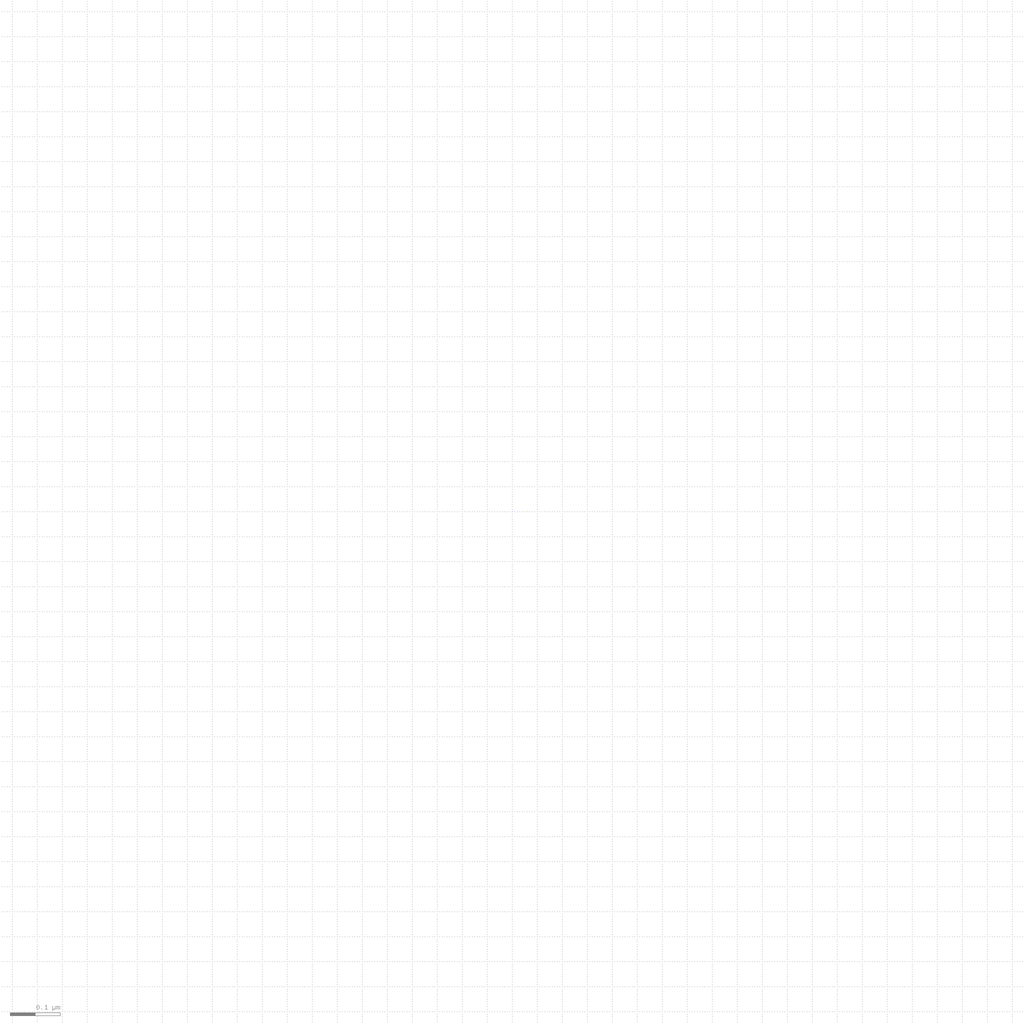
<source format=lef>
VERSION 5.5 ;
NAMESCASESENSITIVE ON ;




LAYER metal1  
    AntennaAreaRatio 400 ;
    AntennaCumAreaRatio 400 ;
    AntennaAreaFactor 1 ;  
END metal1

LAYER metal2
    AntennaAreaRatio 400 ;
    AntennaCumAreaRatio 400 ;
    AntennaAreaFactor 1 ;  
END metal2

LAYER metal3
    AntennaAreaRatio 400 ;
    AntennaCumAreaRatio 400 ;
    AntennaAreaFactor 1 ;  
END metal3

LAYER metal4  
    AntennaAreaRatio 400 ;
    AntennaCumAreaRatio 400 ;
    AntennaAreaFactor 1 ;  
END metal4

LAYER metal5  
    AntennaAreaRatio 400 ;
    AntennaCumAreaRatio 400 ;
    AntennaAreaFactor 1 ;  
END metal5

LAYER metal6
    AntennaAreaRatio 400 ;
    AntennaCumAreaRatio 400 ;
    AntennaAreaFactor 1 ;  
END metal6

LAYER metal7  
    AntennaAreaRatio 400 ;
    AntennaCumAreaRatio 400 ;
    AntennaAreaFactor 1.1 ;  
END metal7

LAYER metal8  
    AntennaAreaRatio 400 ;
    AntennaCumAreaRatio 400 ;
    AntennaAreaFactor 1.1 ;  
END metal8


#**********************************************************************
#
# LEF File for Accumulated Process Antenna Effects at the Boundary Pins
#
# Generated by Calibre Antenna verification/extraction utility antEx
#
# Gen-Date: Mon May 23 20:57:18 CST 2005
#
#**********************************************************************




MACRO AN2B1CHD
  PIN B1
   AntennaPartialMetalArea                    0.112000 LAYER metal1 ;
   AntennaGateArea                            0.165600 LAYER metal1 ;
   AntennaMaxAreaCAR                          1.688401 LAYER metal1 ; 
  END B1

  PIN I1
   AntennaPartialMetalArea                    0.125600 LAYER metal1 ;
   AntennaGateArea                            0.076800 LAYER metal1 ;
   AntennaMaxAreaCAR                          5.442703 LAYER metal1 ; 
  END I1

  PIN O
   AntennaPartialMetalArea                    0.557600 LAYER metal1 ;
   AntennaDiffArea                            0.492000 LAYER metal1 ;
  END O

END AN2B1CHD


#**********************************************************************
#
# LEF File for Accumulated Process Antenna Effects at the Boundary Pins
#
# Generated by Calibre Antenna verification/extraction utility antEx
#
# Gen-Date: Mon May 23 20:57:24 CST 2005
#
#**********************************************************************




MACRO AN2B1EHD
  PIN B1
   AntennaPartialMetalArea                    0.120800 LAYER metal1 ;
   AntennaGateArea                            0.074400 LAYER metal1 ;
   AntennaMaxAreaCAR                          5.360214 LAYER metal1 ; 
  END B1

  PIN I1
   AntennaPartialMetalArea                    0.142000 LAYER metal1 ;
   AntennaGateArea                            0.132000 LAYER metal1 ;
   AntennaMaxAreaCAR                          1.266662 LAYER metal1 ; 
  END I1

  PIN O
   AntennaPartialMetalArea                    0.467200 LAYER metal1 ;
   AntennaDiffArea                            0.639200 LAYER metal1 ;
  END O

END AN2B1EHD


#**********************************************************************
#
# LEF File for Accumulated Process Antenna Effects at the Boundary Pins
#
# Generated by Calibre Antenna verification/extraction utility antEx
#
# Gen-Date: Mon May 23 20:57:29 CST 2005
#
#**********************************************************************




MACRO AN2B1HHD
  PIN B1
   AntennaPartialMetalArea                    0.120800 LAYER metal1 ;
   AntennaGateArea                            0.074400 LAYER metal1 ;
   AntennaMaxAreaCAR                          5.360214 LAYER metal1 ; 
  END B1

  PIN I1
   AntennaPartialMetalArea                    0.142000 LAYER metal1 ;
   AntennaGateArea                            0.184800 LAYER metal1 ;
   AntennaMaxAreaCAR                          0.904762 LAYER metal1 ; 
  END I1

  PIN O
   AntennaPartialMetalArea                    0.489600 LAYER metal1 ;
   AntennaDiffArea                            0.760800 LAYER metal1 ;
  END O

END AN2B1HHD


#**********************************************************************
#
# LEF File for Accumulated Process Antenna Effects at the Boundary Pins
#
# Generated by Calibre Antenna verification/extraction utility antEx
#
# Gen-Date: Mon May 23 20:57:34 CST 2005
#
#**********************************************************************




MACRO AN2B1KHD
  PIN B1
   AntennaPartialMetalArea                    0.140000 LAYER metal1 ;
   AntennaGateArea                            0.096000 LAYER metal1 ;
   AntennaMaxAreaCAR                          2.016667 LAYER metal1 ; 
  END B1

  PIN I1
   AntennaPartialMetalArea                    0.150400 LAYER metal1 ;
   AntennaGateArea                            0.367200 LAYER metal1 ;
   AntennaMaxAreaCAR                          1.008714 LAYER metal1 ; 
  END I1

  PIN O
   AntennaPartialMetalArea                    0.820000 LAYER metal1 ;
   AntennaDiffArea                            1.504000 LAYER metal1 ;
  END O

END AN2B1KHD


#**********************************************************************
#
# LEF File for Accumulated Process Antenna Effects at the Boundary Pins
#
# Generated by Calibre Antenna verification/extraction utility antEx
#
# Gen-Date: Mon May 23 20:57:39 CST 2005
#
#**********************************************************************




MACRO AN2CHD
  PIN I1
   AntennaPartialMetalArea                    0.131200 LAYER metal1 ;
   AntennaGateArea                            0.072000 LAYER metal1 ;
   AntennaMaxAreaCAR                          2.988888 LAYER metal1 ; 
  END I1

  PIN I2
   AntennaPartialMetalArea                    0.144800 LAYER metal1 ;
   AntennaGateArea                            0.072000 LAYER metal1 ;
   AntennaMaxAreaCAR                          2.988889 LAYER metal1 ; 
  END I2

  PIN O
   AntennaPartialMetalArea                    0.355200 LAYER metal1 ;
   AntennaDiffArea                            0.380800 LAYER metal1 ;
  END O

END AN2CHD


#**********************************************************************
#
# LEF File for Accumulated Process Antenna Effects at the Boundary Pins
#
# Generated by Calibre Antenna verification/extraction utility antEx
#
# Gen-Date: Mon May 23 20:57:45 CST 2005
#
#**********************************************************************




MACRO AN2EHD
  PIN I1
   AntennaPartialMetalArea                    0.139200 LAYER metal1 ;
   AntennaGateArea                            0.102000 LAYER metal1 ;
   AntennaMaxAreaCAR                          1.862744 LAYER metal1 ; 
  END I1

  PIN I2
   AntennaPartialMetalArea                    0.123200 LAYER metal1 ;
   AntennaGateArea                            0.102000 LAYER metal1 ;
   AntennaMaxAreaCAR                          1.917647 LAYER metal1 ; 
  END I2

  PIN O
   AntennaPartialMetalArea                    0.467200 LAYER metal1 ;
   AntennaDiffArea                            0.639200 LAYER metal1 ;
  END O

END AN2EHD


#**********************************************************************
#
# LEF File for Accumulated Process Antenna Effects at the Boundary Pins
#
# Generated by Calibre Antenna verification/extraction utility antEx
#
# Gen-Date: Mon May 23 20:57:50 CST 2005
#
#**********************************************************************




MACRO AN2HHD
  PIN I1
   AntennaPartialMetalArea                    0.128000 LAYER metal1 ;
   AntennaGateArea                            0.194400 LAYER metal1 ;
   AntennaMaxAreaCAR                          0.909464 LAYER metal1 ; 
  END I1

  PIN I2
   AntennaPartialMetalArea                    0.150400 LAYER metal1 ;
   AntennaGateArea                            0.194400 LAYER metal1 ;
   AntennaMaxAreaCAR                          0.880657 LAYER metal1 ; 
  END I2

  PIN O
   AntennaPartialMetalArea                    0.580800 LAYER metal1 ;
   AntennaDiffArea                            0.752000 LAYER metal1 ;
  END O

END AN2HHD


#**********************************************************************
#
# LEF File for Accumulated Process Antenna Effects at the Boundary Pins
#
# Generated by Calibre Antenna verification/extraction utility antEx
#
# Gen-Date: Mon May 23 20:57:55 CST 2005
#
#**********************************************************************




MACRO AN2KHD
  PIN I1
   AntennaPartialMetalArea                    0.172000 LAYER metal1 ;
   AntennaGateArea                            0.225600 LAYER metal1 ;
   AntennaMaxAreaCAR                          1.765959 LAYER metal1 ; 
  END I1

  PIN I2
   AntennaPartialMetalArea                    0.150400 LAYER metal1 ;
   AntennaGateArea                            0.225600 LAYER metal1 ;
   AntennaMaxAreaCAR                          1.336883 LAYER metal1 ; 
  END I2

  PIN O
   AntennaPartialMetalArea                    1.136000 LAYER metal1 ;
   AntennaDiffArea                            1.504000 LAYER metal1 ;
  END O

END AN2KHD


#**********************************************************************
#
# LEF File for Accumulated Process Antenna Effects at the Boundary Pins
#
# Generated by Calibre Antenna verification/extraction utility antEx
#
# Gen-Date: Mon May 23 20:58:01 CST 2005
#
#**********************************************************************




MACRO AN3B1CHD
  PIN B1
   AntennaPartialMetalArea                    0.112000 LAYER metal1 ;
   AntennaGateArea                            0.069600 LAYER metal1 ;
   AntennaMaxAreaCAR                          3.229885 LAYER metal1 ; 
  END B1

  PIN I1
   AntennaPartialMetalArea                    0.148800 LAYER metal1 ;
   AntennaGateArea                            0.111600 LAYER metal1 ;
   AntennaMaxAreaCAR                          1.838707 LAYER metal1 ; 
  END I1

  PIN I2
   AntennaPartialMetalArea                    0.128800 LAYER metal1 ;
   AntennaGateArea                            0.111600 LAYER metal1 ;
   AntennaMaxAreaCAR                          1.788528 LAYER metal1 ; 
  END I2

  PIN O
   AntennaPartialMetalArea                    0.355200 LAYER metal1 ;
   AntennaDiffArea                            0.384200 LAYER metal1 ;
  END O

END AN3B1CHD


#**********************************************************************
#
# LEF File for Accumulated Process Antenna Effects at the Boundary Pins
#
# Generated by Calibre Antenna verification/extraction utility antEx
#
# Gen-Date: Mon May 23 20:58:06 CST 2005
#
#**********************************************************************




MACRO AN3B1EHD
  PIN B1
   AntennaPartialMetalArea                    0.112000 LAYER metal1 ;
   AntennaGateArea                            0.072000 LAYER metal1 ;
   AntennaMaxAreaCAR                          3.122224 LAYER metal1 ; 
  END B1

  PIN I1
   AntennaPartialMetalArea                    0.148800 LAYER metal1 ;
   AntennaGateArea                            0.177600 LAYER metal1 ;
   AntennaMaxAreaCAR                          1.040542 LAYER metal1 ; 
  END I1

  PIN I2
   AntennaPartialMetalArea                    0.128800 LAYER metal1 ;
   AntennaGateArea                            0.177600 LAYER metal1 ;
   AntennaMaxAreaCAR                          1.009005 LAYER metal1 ; 
  END I2

  PIN O
   AntennaPartialMetalArea                    0.467200 LAYER metal1 ;
   AntennaDiffArea                            0.639200 LAYER metal1 ;
  END O

END AN3B1EHD


#**********************************************************************
#
# LEF File for Accumulated Process Antenna Effects at the Boundary Pins
#
# Generated by Calibre Antenna verification/extraction utility antEx
#
# Gen-Date: Mon May 23 20:58:11 CST 2005
#
#**********************************************************************




MACRO AN3B1HHD
  PIN B1
   AntennaPartialMetalArea                    0.140000 LAYER metal1 ;
   AntennaGateArea                            0.096000 LAYER metal1 ;
   AntennaMaxAreaCAR                          2.291667 LAYER metal1 ; 
  END B1

  PIN I1
   AntennaPartialMetalArea                    0.109600 LAYER metal1 ;
   AntennaGateArea                            0.211200 LAYER metal1 ;
   AntennaMaxAreaCAR                          0.852271 LAYER metal1 ; 
  END I1

  PIN I2
   AntennaPartialMetalArea                    0.156800 LAYER metal1 ;
   AntennaGateArea                            0.211200 LAYER metal1 ;
   AntennaMaxAreaCAR                          0.825756 LAYER metal1 ; 
  END I2

  PIN O
   AntennaPartialMetalArea                    0.545600 LAYER metal1 ;
   AntennaDiffArea                            0.752000 LAYER metal1 ;
  END O

END AN3B1HHD


#**********************************************************************
#
# LEF File for Accumulated Process Antenna Effects at the Boundary Pins
#
# Generated by Calibre Antenna verification/extraction utility antEx
#
# Gen-Date: Mon May 23 20:58:16 CST 2005
#
#**********************************************************************




MACRO AN3B2BHD
  PIN B1
   AntennaPartialMetalArea                    0.229600 LAYER metal1 ;
   AntennaGateArea                            0.162000 LAYER metal1 ;
   AntennaMaxAreaCAR                          1.202466 LAYER metal1 ; 
  END B1

  PIN B2
   AntennaPartialMetalArea                    0.128000 LAYER metal1 ;
   AntennaGateArea                            0.162000 LAYER metal1 ;
   AntennaMaxAreaCAR                          1.202467 LAYER metal1 ; 
  END B2

  PIN I1
   AntennaPartialMetalArea                    0.122800 LAYER metal1 ;
   AntennaGateArea                            0.072000 LAYER metal1 ;
   AntennaMaxAreaCAR                          5.244444 LAYER metal1 ; 
  END I1

  PIN O
   AntennaPartialMetalArea                    0.682400 LAYER metal1 ;
   AntennaDiffArea                            0.682500 LAYER metal1 ;
  END O

END AN3B2BHD


#**********************************************************************
#
# LEF File for Accumulated Process Antenna Effects at the Boundary Pins
#
# Generated by Calibre Antenna verification/extraction utility antEx
#
# Gen-Date: Mon May 23 20:58:21 CST 2005
#
#**********************************************************************




MACRO AN3B2EHD
  PIN B1
   AntennaPartialMetalArea                    0.158800 LAYER metal1 ;
   AntennaGateArea                            0.074400 LAYER metal1 ;
   AntennaMaxAreaCAR                          2.505371 LAYER metal1 ; 
  END B1

  PIN B2
   AntennaPartialMetalArea                    0.128000 LAYER metal1 ;
   AntennaGateArea                            0.074400 LAYER metal1 ;
   AntennaMaxAreaCAR                          2.505380 LAYER metal1 ; 
  END B2

  PIN I1
   AntennaPartialMetalArea                    0.144800 LAYER metal1 ;
   AntennaGateArea                            0.168000 LAYER metal1 ;
   AntennaMaxAreaCAR                          1.123805 LAYER metal1 ; 
  END I1

  PIN O
   AntennaPartialMetalArea                    0.467200 LAYER metal1 ;
   AntennaDiffArea                            0.639200 LAYER metal1 ;
  END O

END AN3B2EHD


#**********************************************************************
#
# LEF File for Accumulated Process Antenna Effects at the Boundary Pins
#
# Generated by Calibre Antenna verification/extraction utility antEx
#
# Gen-Date: Mon May 23 20:58:26 CST 2005
#
#**********************************************************************




MACRO AN3B2HHD
  PIN B1
   AntennaPartialMetalArea                    0.158800 LAYER metal1 ;
   AntennaGateArea                            0.100800 LAYER metal1 ;
   AntennaMaxAreaCAR                          1.849203 LAYER metal1 ; 
  END B1

  PIN B2
   AntennaPartialMetalArea                    0.112000 LAYER metal1 ;
   AntennaGateArea                            0.100800 LAYER metal1 ;
   AntennaMaxAreaCAR                          1.849209 LAYER metal1 ; 
  END B2

  PIN I1
   AntennaPartialMetalArea                    0.144800 LAYER metal1 ;
   AntennaGateArea                            0.189600 LAYER metal1 ;
   AntennaMaxAreaCAR                          0.881857 LAYER metal1 ; 
  END I1

  PIN O
   AntennaPartialMetalArea                    0.500800 LAYER metal1 ;
   AntennaDiffArea                            0.752000 LAYER metal1 ;
  END O

END AN3B2HHD


#**********************************************************************
#
# LEF File for Accumulated Process Antenna Effects at the Boundary Pins
#
# Generated by Calibre Antenna verification/extraction utility antEx
#
# Gen-Date: Mon May 23 20:58:31 CST 2005
#
#**********************************************************************




MACRO AN3CHD
  PIN I1
   AntennaPartialMetalArea                    0.114000 LAYER metal1 ;
   AntennaGateArea                            0.100800 LAYER metal1 ;
   AntennaMaxAreaCAR                          2.349208 LAYER metal1 ; 
  END I1

  PIN I2
   AntennaPartialMetalArea                    0.172800 LAYER metal1 ;
   AntennaGateArea                            0.100800 LAYER metal1 ;
   AntennaMaxAreaCAR                          2.071424 LAYER metal1 ; 
  END I2

  PIN I3
   AntennaPartialMetalArea                    0.144800 LAYER metal1 ;
   AntennaGateArea                            0.100800 LAYER metal1 ;
   AntennaMaxAreaCAR                          2.015872 LAYER metal1 ; 
  END I3

  PIN O
   AntennaPartialMetalArea                    0.355200 LAYER metal1 ;
   AntennaDiffArea                            0.384200 LAYER metal1 ;
  END O

END AN3CHD


#**********************************************************************
#
# LEF File for Accumulated Process Antenna Effects at the Boundary Pins
#
# Generated by Calibre Antenna verification/extraction utility antEx
#
# Gen-Date: Mon May 23 20:58:36 CST 2005
#
#**********************************************************************




MACRO AN3EHD
  PIN I1
   AntennaPartialMetalArea                    0.128000 LAYER metal1 ;
   AntennaGateArea                            0.156000 LAYER metal1 ;
   AntennaMaxAreaCAR                          1.487177 LAYER metal1 ; 
  END I1

  PIN I2
   AntennaPartialMetalArea                    0.184800 LAYER metal1 ;
   AntennaGateArea                            0.156000 LAYER metal1 ;
   AntennaMaxAreaCAR                          1.364105 LAYER metal1 ; 
  END I2

  PIN I3
   AntennaPartialMetalArea                    0.160800 LAYER metal1 ;
   AntennaGateArea                            0.156000 LAYER metal1 ;
   AntennaMaxAreaCAR                          1.256411 LAYER metal1 ; 
  END I3

  PIN O
   AntennaPartialMetalArea                    0.475200 LAYER metal1 ;
   AntennaDiffArea                            0.639200 LAYER metal1 ;
  END O

END AN3EHD


#**********************************************************************
#
# LEF File for Accumulated Process Antenna Effects at the Boundary Pins
#
# Generated by Calibre Antenna verification/extraction utility antEx
#
# Gen-Date: Mon May 23 20:58:41 CST 2005
#
#**********************************************************************




MACRO AN3HHD
  PIN I1
   AntennaPartialMetalArea                    0.126400 LAYER metal1 ;
   AntennaGateArea                            0.184800 LAYER metal1 ;
   AntennaMaxAreaCAR                          1.112557 LAYER metal1 ; 
  END I1

  PIN I2
   AntennaPartialMetalArea                    0.109600 LAYER metal1 ;
   AntennaGateArea                            0.184800 LAYER metal1 ;
   AntennaMaxAreaCAR                          1.099566 LAYER metal1 ; 
  END I2

  PIN I3
   AntennaPartialMetalArea                    0.146800 LAYER metal1 ;
   AntennaGateArea                            0.184800 LAYER metal1 ;
   AntennaMaxAreaCAR                          1.255408 LAYER metal1 ; 
  END I3

  PIN O
   AntennaPartialMetalArea                    0.475200 LAYER metal1 ;
   AntennaDiffArea                            0.883600 LAYER metal1 ;
  END O

END AN3HHD


#**********************************************************************
#
# LEF File for Accumulated Process Antenna Effects at the Boundary Pins
#
# Generated by Calibre Antenna verification/extraction utility antEx
#
# Gen-Date: Mon May 23 20:58:46 CST 2005
#
#**********************************************************************




MACRO AN4B1BHD
  PIN B1
   AntennaPartialMetalArea                    0.161600 LAYER metal1 ;
   AntennaGateArea                            0.138000 LAYER metal1 ;
   AntennaMaxAreaCAR                          1.281156 LAYER metal1 ; 
  END B1

  PIN I1
   AntennaPartialMetalArea                    0.114000 LAYER metal1 ;
   AntennaGateArea                            0.093600 LAYER metal1 ;
   AntennaMaxAreaCAR                          2.606841 LAYER metal1 ; 
  END I1

  PIN I2
   AntennaPartialMetalArea                    0.172800 LAYER metal1 ;
   AntennaGateArea                            0.093600 LAYER metal1 ;
   AntennaMaxAreaCAR                          2.307696 LAYER metal1 ; 
  END I2

  PIN I3
   AntennaPartialMetalArea                    0.144800 LAYER metal1 ;
   AntennaGateArea                            0.093600 LAYER metal1 ;
   AntennaMaxAreaCAR                          2.247861 LAYER metal1 ; 
  END I3

  PIN O
   AntennaPartialMetalArea                    0.503600 LAYER metal1 ;
   AntennaDiffArea                            0.444000 LAYER metal1 ;
  END O

END AN4B1BHD


#**********************************************************************
#
# LEF File for Accumulated Process Antenna Effects at the Boundary Pins
#
# Generated by Calibre Antenna verification/extraction utility antEx
#
# Gen-Date: Mon May 23 20:58:52 CST 2005
#
#**********************************************************************




MACRO AN4B1EHD
  PIN B1
   AntennaPartialMetalArea                    0.816000 LAYER metal1 ;
   AntennaGateArea                            0.345600 LAYER metal1 ;
   AntennaMaxAreaCAR                          1.428569 LAYER metal1 ; 
  END B1

  PIN I1
   AntennaPartialMetalArea                    0.114000 LAYER metal1 ;
   AntennaGateArea                            0.168000 LAYER metal1 ;
   AntennaMaxAreaCAR                          1.323809 LAYER metal1 ; 
  END I1

  PIN I2
   AntennaPartialMetalArea                    0.172800 LAYER metal1 ;
   AntennaGateArea                            0.168000 LAYER metal1 ;
   AntennaMaxAreaCAR                          1.157139 LAYER metal1 ; 
  END I2

  PIN I3
   AntennaPartialMetalArea                    0.144800 LAYER metal1 ;
   AntennaGateArea                            0.168000 LAYER metal1 ;
   AntennaMaxAreaCAR                          1.123805 LAYER metal1 ; 
  END I3

  PIN O
   AntennaPartialMetalArea                    0.654000 LAYER metal1 ;
   AntennaDiffArea                            0.960000 LAYER metal1 ;
  END O

END AN4B1EHD


#**********************************************************************
#
# LEF File for Accumulated Process Antenna Effects at the Boundary Pins
#
# Generated by Calibre Antenna verification/extraction utility antEx
#
# Gen-Date: Mon May 23 20:58:59 CST 2005
#
#**********************************************************************




MACRO AN4B1HHD
  PIN B1
   AntennaPartialMetalArea                    1.502400 LAYER metal1 ;
   AntennaGateArea                            0.691200 LAYER metal1 ;
   AntennaMaxAreaCAR                          1.552379 LAYER metal1 ; 
  END B1

  PIN I1
   AntennaPartialMetalArea                    0.120000 LAYER metal1 ;
   AntennaGateArea                            0.184800 LAYER metal1 ;
   AntennaMaxAreaCAR                          1.112549 LAYER metal1 ; 
  END I1

  PIN I2
   AntennaPartialMetalArea                    0.172800 LAYER metal1 ;
   AntennaGateArea                            0.184800 LAYER metal1 ;
   AntennaMaxAreaCAR                          0.961035 LAYER metal1 ; 
  END I2

  PIN I3
   AntennaPartialMetalArea                    0.144800 LAYER metal1 ;
   AntennaGateArea                            0.184800 LAYER metal1 ;
   AntennaMaxAreaCAR                          0.930740 LAYER metal1 ; 
  END I3

  PIN O
   AntennaPartialMetalArea                    1.504000 LAYER metal1 ;
   AntennaDiffArea                            1.808000 LAYER metal1 ;
  END O

END AN4B1HHD


#**********************************************************************
#
# LEF File for Accumulated Process Antenna Effects at the Boundary Pins
#
# Generated by Calibre Antenna verification/extraction utility antEx
#
# Gen-Date: Mon May 23 20:59:08 CST 2005
#
#**********************************************************************




MACRO AN4CHD
  PIN I1
   AntennaPartialMetalArea                    0.131200 LAYER metal1 ;
   AntennaGateArea                            0.074400 LAYER metal1 ;
   AntennaMaxAreaCAR                          2.892469 LAYER metal1 ; 
  END I1

  PIN I2
   AntennaPartialMetalArea                    0.144800 LAYER metal1 ;
   AntennaGateArea                            0.074400 LAYER metal1 ;
   AntennaMaxAreaCAR                          2.892473 LAYER metal1 ; 
  END I2

  PIN I3
   AntennaPartialMetalArea                    0.131200 LAYER metal1 ;
   AntennaGateArea                            0.074400 LAYER metal1 ;
   AntennaMaxAreaCAR                          2.892469 LAYER metal1 ; 
  END I3

  PIN I4
   AntennaPartialMetalArea                    0.128800 LAYER metal1 ;
   AntennaGateArea                            0.074400 LAYER metal1 ;
   AntennaMaxAreaCAR                          2.892477 LAYER metal1 ; 
  END I4

  PIN O
   AntennaPartialMetalArea                    0.408000 LAYER metal1 ;
   AntennaDiffArea                            0.926400 LAYER metal1 ;
  END O

END AN4CHD


#**********************************************************************
#
# LEF File for Accumulated Process Antenna Effects at the Boundary Pins
#
# Generated by Calibre Antenna verification/extraction utility antEx
#
# Gen-Date: Mon May 23 20:59:15 CST 2005
#
#**********************************************************************




MACRO AN4EHD
  PIN I1
   AntennaPartialMetalArea                    0.168000 LAYER metal1 ;
   AntennaGateArea                            0.120000 LAYER metal1 ;
   AntennaMaxAreaCAR                          1.553330 LAYER metal1 ; 
  END I1

  PIN I2
   AntennaPartialMetalArea                    0.144800 LAYER metal1 ;
   AntennaGateArea                            0.120000 LAYER metal1 ;
   AntennaMaxAreaCAR                          1.553333 LAYER metal1 ; 
  END I2

  PIN I3
   AntennaPartialMetalArea                    0.143200 LAYER metal1 ;
   AntennaGateArea                            0.120000 LAYER metal1 ;
   AntennaMaxAreaCAR                          1.613337 LAYER metal1 ; 
  END I3

  PIN I4
   AntennaPartialMetalArea                    0.156000 LAYER metal1 ;
   AntennaGateArea                            0.120000 LAYER metal1 ;
   AntennaMaxAreaCAR                          1.753330 LAYER metal1 ; 
  END I4

  PIN O
   AntennaPartialMetalArea                    0.436000 LAYER metal1 ;
   AntennaDiffArea                            0.822400 LAYER metal1 ;
  END O

END AN4EHD


#**********************************************************************
#
# LEF File for Accumulated Process Antenna Effects at the Boundary Pins
#
# Generated by Calibre Antenna verification/extraction utility antEx
#
# Gen-Date: Mon May 23 20:59:20 CST 2005
#
#**********************************************************************




MACRO AN4HHD
  PIN I1
   AntennaPartialMetalArea                    0.172000 LAYER metal1 ;
   AntennaGateArea                            0.177600 LAYER metal1 ;
   AntennaMaxAreaCAR                          0.900902 LAYER metal1 ; 
  END I1

  PIN I2
   AntennaPartialMetalArea                    0.128000 LAYER metal1 ;
   AntennaGateArea                            0.177600 LAYER metal1 ;
   AntennaMaxAreaCAR                          1.027029 LAYER metal1 ; 
  END I2

  PIN I3
   AntennaPartialMetalArea                    0.143200 LAYER metal1 ;
   AntennaGateArea                            0.177600 LAYER metal1 ;
   AntennaMaxAreaCAR                          0.900904 LAYER metal1 ; 
  END I3

  PIN I4
   AntennaPartialMetalArea                    0.156000 LAYER metal1 ;
   AntennaGateArea                            0.177600 LAYER metal1 ;
   AntennaMaxAreaCAR                          0.995492 LAYER metal1 ; 
  END I4

  PIN O
   AntennaPartialMetalArea                    1.244000 LAYER metal1 ;
   AntennaDiffArea                            1.644800 LAYER metal1 ;
  END O

END AN4HHD


#**********************************************************************
#
# LEF File for Accumulated Process Antenna Effects at the Boundary Pins
#
# Generated by Calibre Antenna verification/extraction utility antEx
#
# Gen-Date: Mon May 23 20:59:25 CST 2005
#
#**********************************************************************




MACRO ANTHD
  PIN A
   AntennaPartialMetalArea                    0.297600 LAYER metal1 ;
   AntennaDiffArea                            0.129600 LAYER metal1 ;
  END A

END ANTHD


#**********************************************************************
#
# LEF File for Accumulated Process Antenna Effects at the Boundary Pins
#
# Generated by Calibre Antenna verification/extraction utility antEx
#
# Gen-Date: Mon May 23 20:59:36 CST 2005
#
#**********************************************************************




MACRO AO112CHD
  PIN A1
   AntennaPartialMetalArea                    0.137600 LAYER metal1 ;
   AntennaGateArea                            0.158400 LAYER metal1 ;
   AntennaMaxAreaCAR                          1.191923 LAYER metal1 ; 
  END A1

  PIN B1
   AntennaPartialMetalArea                    0.116800 LAYER metal1 ;
   AntennaGateArea                            0.158400 LAYER metal1 ;
   AntennaMaxAreaCAR                          1.419196 LAYER metal1 ; 
  END B1

  PIN C1
   AntennaPartialMetalArea                    0.133600 LAYER metal1 ;
   AntennaGateArea                            0.192000 LAYER metal1 ;
   AntennaMaxAreaCAR                          0.983337 LAYER metal1 ; 
  END C1

  PIN C2
   AntennaPartialMetalArea                    0.161600 LAYER metal1 ;
   AntennaGateArea                            0.192000 LAYER metal1 ;
   AntennaMaxAreaCAR                          0.983333 LAYER metal1 ; 
  END C2

  PIN O
   AntennaPartialMetalArea                    0.355200 LAYER metal1 ;
   AntennaDiffArea                            0.380800 LAYER metal1 ;
  END O

END AO112CHD


#**********************************************************************
#
# LEF File for Accumulated Process Antenna Effects at the Boundary Pins
#
# Generated by Calibre Antenna verification/extraction utility antEx
#
# Gen-Date: Mon May 23 20:59:41 CST 2005
#
#**********************************************************************




MACRO AO112EHD
  PIN A1
   AntennaPartialMetalArea                    0.137600 LAYER metal1 ;
   AntennaGateArea                            0.132000 LAYER metal1 ;
   AntennaMaxAreaCAR                          1.412126 LAYER metal1 ; 
  END A1

  PIN B1
   AntennaPartialMetalArea                    0.116800 LAYER metal1 ;
   AntennaGateArea                            0.160800 LAYER metal1 ;
   AntennaMaxAreaCAR                          1.383082 LAYER metal1 ; 
  END B1

  PIN C1
   AntennaPartialMetalArea                    0.133600 LAYER metal1 ;
   AntennaGateArea                            0.199200 LAYER metal1 ;
   AntennaMaxAreaCAR                          0.911647 LAYER metal1 ; 
  END C1

  PIN C2
   AntennaPartialMetalArea                    0.161600 LAYER metal1 ;
   AntennaGateArea                            0.199200 LAYER metal1 ;
   AntennaMaxAreaCAR                          0.911645 LAYER metal1 ; 
  END C2

  PIN O
   AntennaPartialMetalArea                    0.467200 LAYER metal1 ;
   AntennaDiffArea                            0.639200 LAYER metal1 ;
  END O

END AO112EHD


#**********************************************************************
#
# LEF File for Accumulated Process Antenna Effects at the Boundary Pins
#
# Generated by Calibre Antenna verification/extraction utility antEx
#
# Gen-Date: Mon May 23 20:59:46 CST 2005
#
#**********************************************************************




MACRO AO112HHD
  PIN A1
   AntennaPartialMetalArea                    0.137600 LAYER metal1 ;
   AntennaGateArea                            0.132000 LAYER metal1 ;
   AntennaMaxAreaCAR                          1.412126 LAYER metal1 ; 
  END A1

  PIN B1
   AntennaPartialMetalArea                    0.116800 LAYER metal1 ;
   AntennaGateArea                            0.160800 LAYER metal1 ;
   AntennaMaxAreaCAR                          1.383082 LAYER metal1 ; 
  END B1

  PIN C1
   AntennaPartialMetalArea                    0.133600 LAYER metal1 ;
   AntennaGateArea                            0.204000 LAYER metal1 ;
   AntennaMaxAreaCAR                          0.866668 LAYER metal1 ; 
  END C1

  PIN C2
   AntennaPartialMetalArea                    0.161600 LAYER metal1 ;
   AntennaGateArea                            0.204000 LAYER metal1 ;
   AntennaMaxAreaCAR                          0.866663 LAYER metal1 ; 
  END C2

  PIN O
   AntennaPartialMetalArea                    0.467200 LAYER metal1 ;
   AntennaDiffArea                            0.752000 LAYER metal1 ;
  END O

END AO112HHD


#**********************************************************************
#
# LEF File for Accumulated Process Antenna Effects at the Boundary Pins
#
# Generated by Calibre Antenna verification/extraction utility antEx
#
# Gen-Date: Mon May 23 20:59:51 CST 2005
#
#**********************************************************************




MACRO AO112KHD
  PIN A1
   AntennaPartialMetalArea                    0.137600 LAYER metal1 ;
   AntennaGateArea                            0.139200 LAYER metal1 ;
   AntennaMaxAreaCAR                          1.287354 LAYER metal1 ; 
  END A1

  PIN B1
   AntennaPartialMetalArea                    0.116800 LAYER metal1 ;
   AntennaGateArea                            0.168000 LAYER metal1 ;
   AntennaMaxAreaCAR                          1.280952 LAYER metal1 ; 
  END B1

  PIN C1
   AntennaPartialMetalArea                    0.133600 LAYER metal1 ;
   AntennaGateArea                            0.216000 LAYER metal1 ;
   AntennaMaxAreaCAR                          0.785181 LAYER metal1 ; 
  END C1

  PIN C2
   AntennaPartialMetalArea                    0.161600 LAYER metal1 ;
   AntennaGateArea                            0.216000 LAYER metal1 ;
   AntennaMaxAreaCAR                          0.785182 LAYER metal1 ; 
  END C2

  PIN O
   AntennaPartialMetalArea                    1.179200 LAYER metal1 ;
   AntennaDiffArea                            1.504000 LAYER metal1 ;
  END O

END AO112KHD


#**********************************************************************
#
# LEF File for Accumulated Process Antenna Effects at the Boundary Pins
#
# Generated by Calibre Antenna verification/extraction utility antEx
#
# Gen-Date: Mon May 23 20:59:56 CST 2005
#
#**********************************************************************




MACRO AO12CHD
  PIN A1
   AntennaPartialMetalArea                    0.148800 LAYER metal1 ;
   AntennaGateArea                            0.132000 LAYER metal1 ;
   AntennaMaxAreaCAR                          1.793937 LAYER metal1 ; 
  END A1

  PIN B1
   AntennaPartialMetalArea                    0.128000 LAYER metal1 ;
   AntennaGateArea                            0.165600 LAYER metal1 ;
   AntennaMaxAreaCAR                          1.198063 LAYER metal1 ; 
  END B1

  PIN B2
   AntennaPartialMetalArea                    0.150400 LAYER metal1 ;
   AntennaGateArea                            0.165600 LAYER metal1 ;
   AntennaMaxAreaCAR                          1.164247 LAYER metal1 ; 
  END B2

  PIN O
   AntennaPartialMetalArea                    0.387200 LAYER metal1 ;
   AntennaDiffArea                            0.380800 LAYER metal1 ;
  END O

END AO12CHD


#**********************************************************************
#
# LEF File for Accumulated Process Antenna Effects at the Boundary Pins
#
# Generated by Calibre Antenna verification/extraction utility antEx
#
# Gen-Date: Mon May 23 21:00:00 CST 2005
#
#**********************************************************************




MACRO AO12EHD
  PIN A1
   AntennaPartialMetalArea                    0.148800 LAYER metal1 ;
   AntennaGateArea                            0.180000 LAYER metal1 ;
   AntennaMaxAreaCAR                          1.048893 LAYER metal1 ; 
  END A1

  PIN B1
   AntennaPartialMetalArea                    0.148800 LAYER metal1 ;
   AntennaGateArea                            0.187200 LAYER metal1 ;
   AntennaMaxAreaCAR                          0.905978 LAYER metal1 ; 
  END B1

  PIN B2
   AntennaPartialMetalArea                    0.128000 LAYER metal1 ;
   AntennaGateArea                            0.216000 LAYER metal1 ;
   AntennaMaxAreaCAR                          0.933337 LAYER metal1 ; 
  END B2

  PIN O
   AntennaPartialMetalArea                    0.467200 LAYER metal1 ;
   AntennaDiffArea                            0.639200 LAYER metal1 ;
  END O

END AO12EHD


#**********************************************************************
#
# LEF File for Accumulated Process Antenna Effects at the Boundary Pins
#
# Generated by Calibre Antenna verification/extraction utility antEx
#
# Gen-Date: Mon May 23 21:00:05 CST 2005
#
#**********************************************************************




MACRO AO12HHD
  PIN A1
   AntennaPartialMetalArea                    0.148800 LAYER metal1 ;
   AntennaGateArea                            0.180000 LAYER metal1 ;
   AntennaMaxAreaCAR                          1.102223 LAYER metal1 ; 
  END A1

  PIN B1
   AntennaPartialMetalArea                    0.128000 LAYER metal1 ;
   AntennaGateArea                            0.225600 LAYER metal1 ;
   AntennaMaxAreaCAR                          0.783684 LAYER metal1 ; 
  END B1

  PIN B2
   AntennaPartialMetalArea                    0.150400 LAYER metal1 ;
   AntennaGateArea                            0.225600 LAYER metal1 ;
   AntennaMaxAreaCAR                          0.758863 LAYER metal1 ; 
  END B2

  PIN O
   AntennaPartialMetalArea                    0.482000 LAYER metal1 ;
   AntennaDiffArea                            0.832000 LAYER metal1 ;
  END O

END AO12HHD


#**********************************************************************
#
# LEF File for Accumulated Process Antenna Effects at the Boundary Pins
#
# Generated by Calibre Antenna verification/extraction utility antEx
#
# Gen-Date: Mon May 23 21:00:10 CST 2005
#
#**********************************************************************




MACRO AO12KHD
  PIN A1
   AntennaPartialMetalArea                    0.128800 LAYER metal1 ;
   AntennaGateArea                            0.192000 LAYER metal1 ;
   AntennaMaxAreaCAR                          0.995837 LAYER metal1 ; 
  END A1

  PIN B1
   AntennaPartialMetalArea                    0.128000 LAYER metal1 ;
   AntennaGateArea                            0.225600 LAYER metal1 ;
   AntennaMaxAreaCAR                          0.783684 LAYER metal1 ; 
  END B1

  PIN B2
   AntennaPartialMetalArea                    0.134400 LAYER metal1 ;
   AntennaGateArea                            0.225600 LAYER metal1 ;
   AntennaMaxAreaCAR                          0.758865 LAYER metal1 ; 
  END B2

  PIN O
   AntennaPartialMetalArea                    1.191200 LAYER metal1 ;
   AntennaDiffArea                            1.584000 LAYER metal1 ;
  END O

END AO12KHD


#**********************************************************************
#
# LEF File for Accumulated Process Antenna Effects at the Boundary Pins
#
# Generated by Calibre Antenna verification/extraction utility antEx
#
# Gen-Date: Mon May 23 21:00:16 CST 2005
#
#**********************************************************************




MACRO AO13CHD
  PIN A1
   AntennaPartialMetalArea                    0.137600 LAYER metal1 ;
   AntennaGateArea                            0.136800 LAYER metal1 ;
   AntennaMaxAreaCAR                          1.362572 LAYER metal1 ; 
  END A1

  PIN B1
   AntennaPartialMetalArea                    0.128800 LAYER metal1 ;
   AntennaGateArea                            0.201600 LAYER metal1 ;
   AntennaMaxAreaCAR                          0.912701 LAYER metal1 ; 
  END B1

  PIN B2
   AntennaPartialMetalArea                    0.144800 LAYER metal1 ;
   AntennaGateArea                            0.201600 LAYER metal1 ;
   AntennaMaxAreaCAR                          0.793646 LAYER metal1 ; 
  END B2

  PIN B3
   AntennaPartialMetalArea                    0.145600 LAYER metal1 ;
   AntennaGateArea                            0.201600 LAYER metal1 ;
   AntennaMaxAreaCAR                          0.793648 LAYER metal1 ; 
  END B3

  PIN O
   AntennaPartialMetalArea                    0.355200 LAYER metal1 ;
   AntennaDiffArea                            0.380800 LAYER metal1 ;
  END O

END AO13CHD


#**********************************************************************
#
# LEF File for Accumulated Process Antenna Effects at the Boundary Pins
#
# Generated by Calibre Antenna verification/extraction utility antEx
#
# Gen-Date: Mon May 23 21:00:20 CST 2005
#
#**********************************************************************




MACRO AO13EHD
  PIN A1
   AntennaPartialMetalArea                    0.137600 LAYER metal1 ;
   AntennaGateArea                            0.151200 LAYER metal1 ;
   AntennaMaxAreaCAR                          1.105817 LAYER metal1 ; 
  END A1

  PIN B1
   AntennaPartialMetalArea                    0.128800 LAYER metal1 ;
   AntennaGateArea                            0.225600 LAYER metal1 ;
   AntennaMaxAreaCAR                          0.815598 LAYER metal1 ; 
  END B1

  PIN B2
   AntennaPartialMetalArea                    0.144800 LAYER metal1 ;
   AntennaGateArea                            0.225600 LAYER metal1 ;
   AntennaMaxAreaCAR                          0.709216 LAYER metal1 ; 
  END B2

  PIN B3
   AntennaPartialMetalArea                    0.145600 LAYER metal1 ;
   AntennaGateArea                            0.225600 LAYER metal1 ;
   AntennaMaxAreaCAR                          0.709220 LAYER metal1 ; 
  END B3

  PIN O
   AntennaPartialMetalArea                    0.467200 LAYER metal1 ;
   AntennaDiffArea                            0.639200 LAYER metal1 ;
  END O

END AO13EHD


#**********************************************************************
#
# LEF File for Accumulated Process Antenna Effects at the Boundary Pins
#
# Generated by Calibre Antenna verification/extraction utility antEx
#
# Gen-Date: Mon May 23 21:00:25 CST 2005
#
#**********************************************************************




MACRO AO13HHD
  PIN A1
   AntennaPartialMetalArea                    0.137600 LAYER metal1 ;
   AntennaGateArea                            0.151200 LAYER metal1 ;
   AntennaMaxAreaCAR                          1.105817 LAYER metal1 ; 
  END A1

  PIN B1
   AntennaPartialMetalArea                    0.128800 LAYER metal1 ;
   AntennaGateArea                            0.225600 LAYER metal1 ;
   AntennaMaxAreaCAR                          0.815598 LAYER metal1 ; 
  END B1

  PIN B2
   AntennaPartialMetalArea                    0.144800 LAYER metal1 ;
   AntennaGateArea                            0.225600 LAYER metal1 ;
   AntennaMaxAreaCAR                          0.709216 LAYER metal1 ; 
  END B2

  PIN B3
   AntennaPartialMetalArea                    0.145600 LAYER metal1 ;
   AntennaGateArea                            0.225600 LAYER metal1 ;
   AntennaMaxAreaCAR                          0.709220 LAYER metal1 ; 
  END B3

  PIN O
   AntennaPartialMetalArea                    0.467200 LAYER metal1 ;
   AntennaDiffArea                            0.752000 LAYER metal1 ;
  END O

END AO13HHD


#**********************************************************************
#
# LEF File for Accumulated Process Antenna Effects at the Boundary Pins
#
# Generated by Calibre Antenna verification/extraction utility antEx
#
# Gen-Date: Mon May 23 21:00:30 CST 2005
#
#**********************************************************************




MACRO AO13KHD
  PIN A1
   AntennaPartialMetalArea                    0.137600 LAYER metal1 ;
   AntennaGateArea                            0.192000 LAYER metal1 ;
   AntennaMaxAreaCAR                          0.833333 LAYER metal1 ; 
  END A1

  PIN B1
   AntennaPartialMetalArea                    0.128800 LAYER metal1 ;
   AntennaGateArea                            0.225600 LAYER metal1 ;
   AntennaMaxAreaCAR                          0.815598 LAYER metal1 ; 
  END B1

  PIN B2
   AntennaPartialMetalArea                    0.144800 LAYER metal1 ;
   AntennaGateArea                            0.225600 LAYER metal1 ;
   AntennaMaxAreaCAR                          0.709216 LAYER metal1 ; 
  END B2

  PIN B3
   AntennaPartialMetalArea                    0.145600 LAYER metal1 ;
   AntennaGateArea                            0.225600 LAYER metal1 ;
   AntennaMaxAreaCAR                          0.709220 LAYER metal1 ; 
  END B3

  PIN O
   AntennaPartialMetalArea                    1.179200 LAYER metal1 ;
   AntennaDiffArea                            1.504000 LAYER metal1 ;
  END O

END AO13KHD


#**********************************************************************
#
# LEF File for Accumulated Process Antenna Effects at the Boundary Pins
#
# Generated by Calibre Antenna verification/extraction utility antEx
#
# Gen-Date: Mon May 23 21:00:35 CST 2005
#
#**********************************************************************




MACRO AO2222BHD
  PIN A1
   AntennaPartialMetalArea                    0.133600 LAYER metal1 ;
   AntennaGateArea                            0.120000 LAYER metal1 ;
   AntennaMaxAreaCAR                          2.083337 LAYER metal1 ; 
  END A1

  PIN A2
   AntennaPartialMetalArea                    0.143200 LAYER metal1 ;
   AntennaGateArea                            0.120000 LAYER metal1 ;
   AntennaMaxAreaCAR                          2.213337 LAYER metal1 ; 
  END A2

  PIN B1
   AntennaPartialMetalArea                    0.143200 LAYER metal1 ;
   AntennaGateArea                            0.120000 LAYER metal1 ;
   AntennaMaxAreaCAR                          1.653337 LAYER metal1 ; 
  END B1

  PIN B2
   AntennaPartialMetalArea                    0.132000 LAYER metal1 ;
   AntennaGateArea                            0.120000 LAYER metal1 ;
   AntennaMaxAreaCAR                          1.746670 LAYER metal1 ; 
  END B2

  PIN C1
   AntennaPartialMetalArea                    0.137600 LAYER metal1 ;
   AntennaGateArea                            0.120000 LAYER metal1 ;
   AntennaMaxAreaCAR                          1.543333 LAYER metal1 ; 
  END C1

  PIN C2
   AntennaPartialMetalArea                    0.104000 LAYER metal1 ;
   AntennaGateArea                            0.120000 LAYER metal1 ;
   AntennaMaxAreaCAR                          2.066663 LAYER metal1 ; 
  END C2

  PIN D1
   AntennaPartialMetalArea                    0.115200 LAYER metal1 ;
   AntennaGateArea                            0.120000 LAYER metal1 ;
   AntennaMaxAreaCAR                          1.586670 LAYER metal1 ; 
  END D1

  PIN D2
   AntennaPartialMetalArea                    0.115200 LAYER metal1 ;
   AntennaGateArea                            0.120000 LAYER metal1 ;
   AntennaMaxAreaCAR                          1.586670 LAYER metal1 ; 
  END D2

  PIN O
   AntennaPartialMetalArea                    0.678000 LAYER metal1 ;
   AntennaDiffArea                            0.431200 LAYER metal1 ;
  END O

END AO2222BHD


#**********************************************************************
#
# LEF File for Accumulated Process Antenna Effects at the Boundary Pins
#
# Generated by Calibre Antenna verification/extraction utility antEx
#
# Gen-Date: Mon May 23 21:00:39 CST 2005
#
#**********************************************************************




MACRO AO2222CHD
  PIN A1
   AntennaPartialMetalArea                    0.133600 LAYER metal1 ;
   AntennaGateArea                            0.134400 LAYER metal1 ;
   AntennaMaxAreaCAR                          1.842262 LAYER metal1 ; 
  END A1

  PIN A2
   AntennaPartialMetalArea                    0.115200 LAYER metal1 ;
   AntennaGateArea                            0.134400 LAYER metal1 ;
   AntennaMaxAreaCAR                          1.958337 LAYER metal1 ; 
  END A2

  PIN B1
   AntennaPartialMetalArea                    0.143200 LAYER metal1 ;
   AntennaGateArea                            0.134400 LAYER metal1 ;
   AntennaMaxAreaCAR                          1.458334 LAYER metal1 ; 
  END B1

  PIN B2
   AntennaPartialMetalArea                    0.132000 LAYER metal1 ;
   AntennaGateArea                            0.134400 LAYER metal1 ;
   AntennaMaxAreaCAR                          1.541667 LAYER metal1 ; 
  END B2

  PIN C1
   AntennaPartialMetalArea                    0.137600 LAYER metal1 ;
   AntennaGateArea                            0.134400 LAYER metal1 ;
   AntennaMaxAreaCAR                          1.377980 LAYER metal1 ; 
  END C1

  PIN C2
   AntennaPartialMetalArea                    0.104000 LAYER metal1 ;
   AntennaGateArea                            0.134400 LAYER metal1 ;
   AntennaMaxAreaCAR                          1.755950 LAYER metal1 ; 
  END C2

  PIN D1
   AntennaPartialMetalArea                    0.115200 LAYER metal1 ;
   AntennaGateArea                            0.134400 LAYER metal1 ;
   AntennaMaxAreaCAR                          1.416667 LAYER metal1 ; 
  END D1

  PIN D2
   AntennaPartialMetalArea                    0.115200 LAYER metal1 ;
   AntennaGateArea                            0.134400 LAYER metal1 ;
   AntennaMaxAreaCAR                          1.416667 LAYER metal1 ; 
  END D2

  PIN O
   AntennaPartialMetalArea                    0.682000 LAYER metal1 ;
   AntennaDiffArea                            0.578200 LAYER metal1 ;
  END O

END AO2222CHD


#**********************************************************************
#
# LEF File for Accumulated Process Antenna Effects at the Boundary Pins
#
# Generated by Calibre Antenna verification/extraction utility antEx
#
# Gen-Date: Mon May 23 21:00:44 CST 2005
#
#**********************************************************************




MACRO AO2222EHD
  PIN A1
   AntennaPartialMetalArea                    0.117600 LAYER metal1 ;
   AntennaGateArea                            0.216000 LAYER metal1 ;
   AntennaMaxAreaCAR                          0.974076 LAYER metal1 ; 
  END A1

  PIN A2
   AntennaPartialMetalArea                    0.115200 LAYER metal1 ;
   AntennaGateArea                            0.204000 LAYER metal1 ;
   AntennaMaxAreaCAR                          1.113724 LAYER metal1 ; 
  END A2

  PIN B1
   AntennaPartialMetalArea                    0.143200 LAYER metal1 ;
   AntennaGateArea                            0.216000 LAYER metal1 ;
   AntennaMaxAreaCAR                          0.740737 LAYER metal1 ; 
  END B1

  PIN B2
   AntennaPartialMetalArea                    0.132000 LAYER metal1 ;
   AntennaGateArea                            0.216000 LAYER metal1 ;
   AntennaMaxAreaCAR                          0.792589 LAYER metal1 ; 
  END B2

  PIN C1
   AntennaPartialMetalArea                    0.137600 LAYER metal1 ;
   AntennaGateArea                            0.216000 LAYER metal1 ;
   AntennaMaxAreaCAR                          0.740743 LAYER metal1 ; 
  END C1

  PIN C2
   AntennaPartialMetalArea                    0.115200 LAYER metal1 ;
   AntennaGateArea                            0.216000 LAYER metal1 ;
   AntennaMaxAreaCAR                          0.999997 LAYER metal1 ; 
  END C2

  PIN D1
   AntennaPartialMetalArea                    0.104000 LAYER metal1 ;
   AntennaGateArea                            0.216000 LAYER metal1 ;
   AntennaMaxAreaCAR                          0.740739 LAYER metal1 ; 
  END D1

  PIN D2
   AntennaPartialMetalArea                    0.115200 LAYER metal1 ;
   AntennaGateArea                            0.216000 LAYER metal1 ;
   AntennaMaxAreaCAR                          0.740737 LAYER metal1 ; 
  END D2

  PIN O
   AntennaPartialMetalArea                    0.998400 LAYER metal1 ;
   AntennaDiffArea                            0.892000 LAYER metal1 ;
  END O

END AO2222EHD


#**********************************************************************
#
# LEF File for Accumulated Process Antenna Effects at the Boundary Pins
#
# Generated by Calibre Antenna verification/extraction utility antEx
#
# Gen-Date: Mon May 23 21:00:49 CST 2005
#
#**********************************************************************




MACRO AO2222HHD
  PIN A1
   AntennaPartialMetalArea                    0.133600 LAYER metal1 ;
   AntennaGateArea                            0.225600 LAYER metal1 ;
   AntennaMaxAreaCAR                          0.932621 LAYER metal1 ; 
  END A1

  PIN A2
   AntennaPartialMetalArea                    0.115200 LAYER metal1 ;
   AntennaGateArea                            0.204000 LAYER metal1 ;
   AntennaMaxAreaCAR                          1.113724 LAYER metal1 ; 
  END A2

  PIN B1
   AntennaPartialMetalArea                    0.143200 LAYER metal1 ;
   AntennaGateArea                            0.225600 LAYER metal1 ;
   AntennaMaxAreaCAR                          0.709218 LAYER metal1 ; 
  END B1

  PIN B2
   AntennaPartialMetalArea                    0.132000 LAYER metal1 ;
   AntennaGateArea                            0.225600 LAYER metal1 ;
   AntennaMaxAreaCAR                          0.758864 LAYER metal1 ; 
  END B2

  PIN C1
   AntennaPartialMetalArea                    0.137600 LAYER metal1 ;
   AntennaGateArea                            0.225600 LAYER metal1 ;
   AntennaMaxAreaCAR                          0.709221 LAYER metal1 ; 
  END C1

  PIN C2
   AntennaPartialMetalArea                    0.104000 LAYER metal1 ;
   AntennaGateArea                            0.225600 LAYER metal1 ;
   AntennaMaxAreaCAR                          0.907797 LAYER metal1 ; 
  END C2

  PIN D1
   AntennaPartialMetalArea                    0.104000 LAYER metal1 ;
   AntennaGateArea                            0.225600 LAYER metal1 ;
   AntennaMaxAreaCAR                          0.709217 LAYER metal1 ; 
  END D1

  PIN D2
   AntennaPartialMetalArea                    0.115200 LAYER metal1 ;
   AntennaGateArea                            0.225600 LAYER metal1 ;
   AntennaMaxAreaCAR                          0.709222 LAYER metal1 ; 
  END D2

  PIN O
   AntennaPartialMetalArea                    1.523200 LAYER metal1 ;
   AntennaDiffArea                            1.581600 LAYER metal1 ;
  END O

END AO2222HHD


#**********************************************************************
#
# LEF File for Accumulated Process Antenna Effects at the Boundary Pins
#
# Generated by Calibre Antenna verification/extraction utility antEx
#
# Gen-Date: Mon May 23 21:00:54 CST 2005
#
#**********************************************************************




MACRO AO222CHD
  PIN A1
   AntennaPartialMetalArea                    0.104000 LAYER metal1 ;
   AntennaGateArea                            0.172800 LAYER metal1 ;
   AntennaMaxAreaCAR                          0.967588 LAYER metal1 ; 
  END A1

  PIN A2
   AntennaPartialMetalArea                    0.126400 LAYER metal1 ;
   AntennaGateArea                            0.172800 LAYER metal1 ;
   AntennaMaxAreaCAR                          0.967589 LAYER metal1 ; 
  END A2

  PIN B1
   AntennaPartialMetalArea                    0.123200 LAYER metal1 ;
   AntennaGateArea                            0.172800 LAYER metal1 ;
   AntennaMaxAreaCAR                          1.226847 LAYER metal1 ; 
  END B1

  PIN B2
   AntennaPartialMetalArea                    0.137200 LAYER metal1 ;
   AntennaGateArea                            0.172800 LAYER metal1 ;
   AntennaMaxAreaCAR                          1.032409 LAYER metal1 ; 
  END B2

  PIN C1
   AntennaPartialMetalArea                    0.104000 LAYER metal1 ;
   AntennaGateArea                            0.172800 LAYER metal1 ;
   AntennaMaxAreaCAR                          1.097218 LAYER metal1 ; 
  END C1

  PIN C2
   AntennaPartialMetalArea                    0.137200 LAYER metal1 ;
   AntennaGateArea                            0.172800 LAYER metal1 ;
   AntennaMaxAreaCAR                          0.967589 LAYER metal1 ; 
  END C2

  PIN O
   AntennaPartialMetalArea                    0.299200 LAYER metal1 ;
   AntennaDiffArea                            0.380800 LAYER metal1 ;
  END O

END AO222CHD


#**********************************************************************
#
# LEF File for Accumulated Process Antenna Effects at the Boundary Pins
#
# Generated by Calibre Antenna verification/extraction utility antEx
#
# Gen-Date: Mon May 23 21:00:59 CST 2005
#
#**********************************************************************




MACRO AO222EHD
  PIN A1
   AntennaPartialMetalArea                    0.104000 LAYER metal1 ;
   AntennaGateArea                            0.192000 LAYER metal1 ;
   AntennaMaxAreaCAR                          1.008333 LAYER metal1 ; 
  END A1

  PIN A2
   AntennaPartialMetalArea                    0.115200 LAYER metal1 ;
   AntennaGateArea                            0.192000 LAYER metal1 ;
   AntennaMaxAreaCAR                          1.008330 LAYER metal1 ; 
  END A2

  PIN B1
   AntennaPartialMetalArea                    0.123200 LAYER metal1 ;
   AntennaGateArea                            0.192000 LAYER metal1 ;
   AntennaMaxAreaCAR                          1.066663 LAYER metal1 ; 
  END B1

  PIN B2
   AntennaPartialMetalArea                    0.137200 LAYER metal1 ;
   AntennaGateArea                            0.192000 LAYER metal1 ;
   AntennaMaxAreaCAR                          0.891667 LAYER metal1 ; 
  END B2

  PIN C1
   AntennaPartialMetalArea                    0.104000 LAYER metal1 ;
   AntennaGateArea                            0.170400 LAYER metal1 ;
   AntennaMaxAreaCAR                          1.070421 LAYER metal1 ; 
  END C1

  PIN C2
   AntennaPartialMetalArea                    0.137200 LAYER metal1 ;
   AntennaGateArea                            0.192000 LAYER metal1 ;
   AntennaMaxAreaCAR                          0.833337 LAYER metal1 ; 
  END C2

  PIN O
   AntennaPartialMetalArea                    0.475200 LAYER metal1 ;
   AntennaDiffArea                            0.639200 LAYER metal1 ;
  END O

END AO222EHD


#**********************************************************************
#
# LEF File for Accumulated Process Antenna Effects at the Boundary Pins
#
# Generated by Calibre Antenna verification/extraction utility antEx
#
# Gen-Date: Mon May 23 21:01:04 CST 2005
#
#**********************************************************************




MACRO AO222HHD
  PIN A1
   AntennaPartialMetalArea                    0.104000 LAYER metal1 ;
   AntennaGateArea                            0.204000 LAYER metal1 ;
   AntennaMaxAreaCAR                          0.894116 LAYER metal1 ; 
  END A1

  PIN A2
   AntennaPartialMetalArea                    0.137600 LAYER metal1 ;
   AntennaGateArea                            0.204000 LAYER metal1 ;
   AntennaMaxAreaCAR                          0.839220 LAYER metal1 ; 
  END A2

  PIN B1
   AntennaPartialMetalArea                    0.104000 LAYER metal1 ;
   AntennaGateArea                            0.182400 LAYER metal1 ;
   AntennaMaxAreaCAR                          1.000005 LAYER metal1 ; 
  END B1

  PIN B2
   AntennaPartialMetalArea                    0.148800 LAYER metal1 ;
   AntennaGateArea                            0.204000 LAYER metal1 ;
   AntennaMaxAreaCAR                          0.839218 LAYER metal1 ; 
  END B2

  PIN C1
   AntennaPartialMetalArea                    0.128800 LAYER metal1 ;
   AntennaGateArea                            0.204000 LAYER metal1 ;
   AntennaMaxAreaCAR                          0.976467 LAYER metal1 ; 
  END C1

  PIN C2
   AntennaPartialMetalArea                    0.115200 LAYER metal1 ;
   AntennaGateArea                            0.204000 LAYER metal1 ;
   AntennaMaxAreaCAR                          0.784314 LAYER metal1 ; 
  END C2

  PIN O
   AntennaPartialMetalArea                    0.519600 LAYER metal1 ;
   AntennaDiffArea                            0.752000 LAYER metal1 ;
  END O

END AO222HHD


#**********************************************************************
#
# LEF File for Accumulated Process Antenna Effects at the Boundary Pins
#
# Generated by Calibre Antenna verification/extraction utility antEx
#
# Gen-Date: Mon May 23 21:01:09 CST 2005
#
#**********************************************************************




MACRO AO222KHD
  PIN A1
   AntennaPartialMetalArea                    0.104000 LAYER metal1 ;
   AntennaGateArea                            0.204000 LAYER metal1 ;
   AntennaMaxAreaCAR                          0.894116 LAYER metal1 ; 
  END A1

  PIN A2
   AntennaPartialMetalArea                    0.137600 LAYER metal1 ;
   AntennaGateArea                            0.204000 LAYER metal1 ;
   AntennaMaxAreaCAR                          0.839220 LAYER metal1 ; 
  END A2

  PIN B1
   AntennaPartialMetalArea                    0.104000 LAYER metal1 ;
   AntennaGateArea                            0.182400 LAYER metal1 ;
   AntennaMaxAreaCAR                          1.000005 LAYER metal1 ; 
  END B1

  PIN B2
   AntennaPartialMetalArea                    0.148800 LAYER metal1 ;
   AntennaGateArea                            0.204000 LAYER metal1 ;
   AntennaMaxAreaCAR                          0.839218 LAYER metal1 ; 
  END B2

  PIN C1
   AntennaPartialMetalArea                    0.128800 LAYER metal1 ;
   AntennaGateArea                            0.204000 LAYER metal1 ;
   AntennaMaxAreaCAR                          0.976467 LAYER metal1 ; 
  END C1

  PIN C2
   AntennaPartialMetalArea                    0.115200 LAYER metal1 ;
   AntennaGateArea                            0.204000 LAYER metal1 ;
   AntennaMaxAreaCAR                          0.784314 LAYER metal1 ; 
  END C2

  PIN O
   AntennaPartialMetalArea                    0.999600 LAYER metal1 ;
   AntennaDiffArea                            1.504000 LAYER metal1 ;
  END O

END AO222KHD


#**********************************************************************
#
# LEF File for Accumulated Process Antenna Effects at the Boundary Pins
#
# Generated by Calibre Antenna verification/extraction utility antEx
#
# Gen-Date: Mon May 23 21:01:14 CST 2005
#
#**********************************************************************




MACRO AO22CHD
  PIN A1
   AntennaPartialMetalArea                    0.115200 LAYER metal1 ;
   AntennaGateArea                            0.134400 LAYER metal1 ;
   AntennaMaxAreaCAR                          1.538687 LAYER metal1 ; 
  END A1

  PIN A2
   AntennaPartialMetalArea                    0.109600 LAYER metal1 ;
   AntennaGateArea                            0.134400 LAYER metal1 ;
   AntennaMaxAreaCAR                          1.505954 LAYER metal1 ; 
  END A2

  PIN B1
   AntennaPartialMetalArea                    0.115200 LAYER metal1 ;
   AntennaGateArea                            0.134400 LAYER metal1 ;
   AntennaMaxAreaCAR                          1.288687 LAYER metal1 ; 
  END B1

  PIN B2
   AntennaPartialMetalArea                    0.104000 LAYER metal1 ;
   AntennaGateArea                            0.134400 LAYER metal1 ;
   AntennaMaxAreaCAR                          1.288690 LAYER metal1 ; 
  END B2

  PIN O
   AntennaPartialMetalArea                    0.299200 LAYER metal1 ;
   AntennaDiffArea                            0.380800 LAYER metal1 ;
  END O

END AO22CHD


#**********************************************************************
#
# LEF File for Accumulated Process Antenna Effects at the Boundary Pins
#
# Generated by Calibre Antenna verification/extraction utility antEx
#
# Gen-Date: Mon May 23 21:01:18 CST 2005
#
#**********************************************************************




MACRO AO22EHD
  PIN A1
   AntennaPartialMetalArea                    0.115200 LAYER metal1 ;
   AntennaGateArea                            0.216000 LAYER metal1 ;
   AntennaMaxAreaCAR                          0.896297 LAYER metal1 ; 
  END A1

  PIN A2
   AntennaPartialMetalArea                    0.109600 LAYER metal1 ;
   AntennaGateArea                            0.216000 LAYER metal1 ;
   AntennaMaxAreaCAR                          0.875923 LAYER metal1 ; 
  END A2

  PIN B1
   AntennaPartialMetalArea                    0.150400 LAYER metal1 ;
   AntennaGateArea                            0.216000 LAYER metal1 ;
   AntennaMaxAreaCAR                          0.896294 LAYER metal1 ; 
  END B1

  PIN B2
   AntennaPartialMetalArea                    0.115200 LAYER metal1 ;
   AntennaGateArea                            0.216000 LAYER metal1 ;
   AntennaMaxAreaCAR                          0.740737 LAYER metal1 ; 
  END B2

  PIN O
   AntennaPartialMetalArea                    0.475200 LAYER metal1 ;
   AntennaDiffArea                            0.639200 LAYER metal1 ;
  END O

END AO22EHD


#**********************************************************************
#
# LEF File for Accumulated Process Antenna Effects at the Boundary Pins
#
# Generated by Calibre Antenna verification/extraction utility antEx
#
# Gen-Date: Mon May 23 21:01:23 CST 2005
#
#**********************************************************************




MACRO AO22HHD
  PIN A1
   AntennaPartialMetalArea                    0.104000 LAYER metal1 ;
   AntennaGateArea                            0.225600 LAYER metal1 ;
   AntennaMaxAreaCAR                          0.808507 LAYER metal1 ; 
  END A1

  PIN A2
   AntennaPartialMetalArea                    0.137600 LAYER metal1 ;
   AntennaGateArea                            0.225600 LAYER metal1 ;
   AntennaMaxAreaCAR                          0.758861 LAYER metal1 ; 
  END A2

  PIN B1
   AntennaPartialMetalArea                    0.150400 LAYER metal1 ;
   AntennaGateArea                            0.225600 LAYER metal1 ;
   AntennaMaxAreaCAR                          0.858153 LAYER metal1 ; 
  END B1

  PIN B2
   AntennaPartialMetalArea                    0.115200 LAYER metal1 ;
   AntennaGateArea                            0.225600 LAYER metal1 ;
   AntennaMaxAreaCAR                          0.709222 LAYER metal1 ; 
  END B2

  PIN O
   AntennaPartialMetalArea                    0.520000 LAYER metal1 ;
   AntennaDiffArea                            0.752000 LAYER metal1 ;
  END O

END AO22HHD


#**********************************************************************
#
# LEF File for Accumulated Process Antenna Effects at the Boundary Pins
#
# Generated by Calibre Antenna verification/extraction utility antEx
#
# Gen-Date: Mon May 23 21:01:28 CST 2005
#
#**********************************************************************




MACRO AO22KHD
  PIN A1
   AntennaPartialMetalArea                    0.128000 LAYER metal1 ;
   AntennaGateArea                            0.225600 LAYER metal1 ;
   AntennaMaxAreaCAR                          0.808514 LAYER metal1 ; 
  END A1

  PIN A2
   AntennaPartialMetalArea                    0.161600 LAYER metal1 ;
   AntennaGateArea                            0.225600 LAYER metal1 ;
   AntennaMaxAreaCAR                          0.758868 LAYER metal1 ; 
  END A2

  PIN B1
   AntennaPartialMetalArea                    0.150400 LAYER metal1 ;
   AntennaGateArea                            0.225600 LAYER metal1 ;
   AntennaMaxAreaCAR                          0.858153 LAYER metal1 ; 
  END B1

  PIN B2
   AntennaPartialMetalArea                    0.115200 LAYER metal1 ;
   AntennaGateArea                            0.225600 LAYER metal1 ;
   AntennaMaxAreaCAR                          0.709222 LAYER metal1 ; 
  END B2

  PIN O
   AntennaPartialMetalArea                    1.000000 LAYER metal1 ;
   AntennaDiffArea                            1.504000 LAYER metal1 ;
  END O

END AO22KHD


#**********************************************************************
#
# LEF File for Accumulated Process Antenna Effects at the Boundary Pins
#
# Generated by Calibre Antenna verification/extraction utility antEx
#
# Gen-Date: Mon May 23 21:01:32 CST 2005
#
#**********************************************************************




MACRO AOI112BHD
  PIN A1
   AntennaPartialMetalArea                    0.137600 LAYER metal1 ;
   AntennaGateArea                            0.132000 LAYER metal1 ;
   AntennaMaxAreaCAR                          1.412126 LAYER metal1 ; 
  END A1

  PIN B1
   AntennaPartialMetalArea                    0.116800 LAYER metal1 ;
   AntennaGateArea                            0.160800 LAYER metal1 ;
   AntennaMaxAreaCAR                          1.383082 LAYER metal1 ; 
  END B1

  PIN C1
   AntennaPartialMetalArea                    0.133600 LAYER metal1 ;
   AntennaGateArea                            0.199200 LAYER metal1 ;
   AntennaMaxAreaCAR                          0.911647 LAYER metal1 ; 
  END C1

  PIN C2
   AntennaPartialMetalArea                    0.145600 LAYER metal1 ;
   AntennaGateArea                            0.199200 LAYER metal1 ;
   AntennaMaxAreaCAR                          0.911646 LAYER metal1 ; 
  END C2

  PIN O
   AntennaPartialMetalArea                    1.324000 LAYER metal1 ;
   AntennaDiffArea                            0.640000 LAYER metal1 ;
  END O

END AOI112BHD


#**********************************************************************
#
# LEF File for Accumulated Process Antenna Effects at the Boundary Pins
#
# Generated by Calibre Antenna verification/extraction utility antEx
#
# Gen-Date: Mon May 23 21:01:37 CST 2005
#
#**********************************************************************




MACRO AOI112EHD
  PIN A1
   AntennaPartialMetalArea                    0.137600 LAYER metal1 ;
   AntennaGateArea                            0.158400 LAYER metal1 ;
   AntennaMaxAreaCAR                          1.191923 LAYER metal1 ; 
  END A1

  PIN B1
   AntennaPartialMetalArea                    0.116800 LAYER metal1 ;
   AntennaGateArea                            0.158400 LAYER metal1 ;
   AntennaMaxAreaCAR                          1.419196 LAYER metal1 ; 
  END B1

  PIN C1
   AntennaPartialMetalArea                    0.133600 LAYER metal1 ;
   AntennaGateArea                            0.192000 LAYER metal1 ;
   AntennaMaxAreaCAR                          0.983337 LAYER metal1 ; 
  END C1

  PIN C2
   AntennaPartialMetalArea                    0.145600 LAYER metal1 ;
   AntennaGateArea                            0.192000 LAYER metal1 ;
   AntennaMaxAreaCAR                          0.983337 LAYER metal1 ; 
  END C2

  PIN O
   AntennaPartialMetalArea                    0.467200 LAYER metal1 ;
   AntennaDiffArea                            0.639200 LAYER metal1 ;
  END O

END AOI112EHD


#**********************************************************************
#
# LEF File for Accumulated Process Antenna Effects at the Boundary Pins
#
# Generated by Calibre Antenna verification/extraction utility antEx
#
# Gen-Date: Mon May 23 21:01:41 CST 2005
#
#**********************************************************************




MACRO AOI112HHD
  PIN A1
   AntennaPartialMetalArea                    0.137600 LAYER metal1 ;
   AntennaGateArea                            0.160800 LAYER metal1 ;
   AntennaMaxAreaCAR                          1.159209 LAYER metal1 ; 
  END A1

  PIN B1
   AntennaPartialMetalArea                    0.116800 LAYER metal1 ;
   AntennaGateArea                            0.160800 LAYER metal1 ;
   AntennaMaxAreaCAR                          1.383082 LAYER metal1 ; 
  END B1

  PIN C1
   AntennaPartialMetalArea                    0.133600 LAYER metal1 ;
   AntennaGateArea                            0.199200 LAYER metal1 ;
   AntennaMaxAreaCAR                          0.911647 LAYER metal1 ; 
  END C1

  PIN C2
   AntennaPartialMetalArea                    0.145600 LAYER metal1 ;
   AntennaGateArea                            0.199200 LAYER metal1 ;
   AntennaMaxAreaCAR                          0.911646 LAYER metal1 ; 
  END C2

  PIN O
   AntennaPartialMetalArea                    0.545600 LAYER metal1 ;
   AntennaDiffArea                            0.827200 LAYER metal1 ;
  END O

END AOI112HHD


#**********************************************************************
#
# LEF File for Accumulated Process Antenna Effects at the Boundary Pins
#
# Generated by Calibre Antenna verification/extraction utility antEx
#
# Gen-Date: Mon May 23 21:01:46 CST 2005
#
#**********************************************************************




MACRO AOI112KHD
  PIN A1
   AntennaPartialMetalArea                    0.137600 LAYER metal1 ;
   AntennaGateArea                            0.160800 LAYER metal1 ;
   AntennaMaxAreaCAR                          1.159209 LAYER metal1 ; 
  END A1

  PIN B1
   AntennaPartialMetalArea                    0.116800 LAYER metal1 ;
   AntennaGateArea                            0.160800 LAYER metal1 ;
   AntennaMaxAreaCAR                          1.383082 LAYER metal1 ; 
  END B1

  PIN C1
   AntennaPartialMetalArea                    0.133600 LAYER metal1 ;
   AntennaGateArea                            0.199200 LAYER metal1 ;
   AntennaMaxAreaCAR                          0.911647 LAYER metal1 ; 
  END C1

  PIN C2
   AntennaPartialMetalArea                    0.145600 LAYER metal1 ;
   AntennaGateArea                            0.199200 LAYER metal1 ;
   AntennaMaxAreaCAR                          0.911646 LAYER metal1 ; 
  END C2

  PIN O
   AntennaPartialMetalArea                    1.371200 LAYER metal1 ;
   AntennaDiffArea                            1.654400 LAYER metal1 ;
  END O

END AOI112KHD


#**********************************************************************
#
# LEF File for Accumulated Process Antenna Effects at the Boundary Pins
#
# Generated by Calibre Antenna verification/extraction utility antEx
#
# Gen-Date: Mon May 23 21:01:50 CST 2005
#
#**********************************************************************




MACRO AOI12CHD
  PIN A1
   AntennaPartialMetalArea                    0.120800 LAYER metal1 ;
   AntennaGateArea                            0.146400 LAYER metal1 ;
   AntennaMaxAreaCAR                          1.240433 LAYER metal1 ; 
  END A1

  PIN B1
   AntennaPartialMetalArea                    0.112000 LAYER metal1 ;
   AntennaGateArea                            0.225600 LAYER metal1 ;
   AntennaMaxAreaCAR                          0.783686 LAYER metal1 ; 
  END B1

  PIN B2
   AntennaPartialMetalArea                    0.126400 LAYER metal1 ;
   AntennaGateArea                            0.225600 LAYER metal1 ;
   AntennaMaxAreaCAR                          0.783686 LAYER metal1 ; 
  END B2

  PIN O
   AntennaPartialMetalArea                    1.244000 LAYER metal1 ;
   AntennaDiffArea                            0.873200 LAYER metal1 ;
  END O

END AOI12CHD


#**********************************************************************
#
# LEF File for Accumulated Process Antenna Effects at the Boundary Pins
#
# Generated by Calibre Antenna verification/extraction utility antEx
#
# Gen-Date: Mon May 23 21:01:55 CST 2005
#
#**********************************************************************




MACRO AOI12EHD
  PIN A1
   AntennaPartialMetalArea                    0.128800 LAYER metal1 ;
   AntennaGateArea                            0.122400 LAYER metal1 ;
   AntennaMaxAreaCAR                          2.013072 LAYER metal1 ; 
  END A1

  PIN B1
   AntennaPartialMetalArea                    0.128000 LAYER metal1 ;
   AntennaGateArea                            0.158400 LAYER metal1 ;
   AntennaMaxAreaCAR                          1.343439 LAYER metal1 ; 
  END B1

  PIN B2
   AntennaPartialMetalArea                    0.134400 LAYER metal1 ;
   AntennaGateArea                            0.158400 LAYER metal1 ;
   AntennaMaxAreaCAR                          1.308085 LAYER metal1 ; 
  END B2

  PIN O
   AntennaPartialMetalArea                    0.505600 LAYER metal1 ;
   AntennaDiffArea                            0.639200 LAYER metal1 ;
  END O

END AOI12EHD


#**********************************************************************
#
# LEF File for Accumulated Process Antenna Effects at the Boundary Pins
#
# Generated by Calibre Antenna verification/extraction utility antEx
#
# Gen-Date: Mon May 23 21:02:00 CST 2005
#
#**********************************************************************




MACRO AOI12HHD
  PIN A1
   AntennaPartialMetalArea                    0.128800 LAYER metal1 ;
   AntennaGateArea                            0.175200 LAYER metal1 ;
   AntennaMaxAreaCAR                          1.173520 LAYER metal1 ; 
  END A1

  PIN B1
   AntennaPartialMetalArea                    0.128000 LAYER metal1 ;
   AntennaGateArea                            0.225600 LAYER metal1 ;
   AntennaMaxAreaCAR                          0.783684 LAYER metal1 ; 
  END B1

  PIN B2
   AntennaPartialMetalArea                    0.134400 LAYER metal1 ;
   AntennaGateArea                            0.225600 LAYER metal1 ;
   AntennaMaxAreaCAR                          0.758865 LAYER metal1 ; 
  END B2

  PIN O
   AntennaPartialMetalArea                    0.577600 LAYER metal1 ;
   AntennaDiffArea                            0.752000 LAYER metal1 ;
  END O

END AOI12HHD


#**********************************************************************
#
# LEF File for Accumulated Process Antenna Effects at the Boundary Pins
#
# Generated by Calibre Antenna verification/extraction utility antEx
#
# Gen-Date: Mon May 23 21:02:05 CST 2005
#
#**********************************************************************




MACRO AOI12KHD
  PIN A1
   AntennaPartialMetalArea                    0.128800 LAYER metal1 ;
   AntennaGateArea                            0.180000 LAYER metal1 ;
   AntennaMaxAreaCAR                          1.142224 LAYER metal1 ; 
  END A1

  PIN B1
   AntennaPartialMetalArea                    0.128000 LAYER metal1 ;
   AntennaGateArea                            0.225600 LAYER metal1 ;
   AntennaMaxAreaCAR                          0.783684 LAYER metal1 ; 
  END B1

  PIN B2
   AntennaPartialMetalArea                    0.134400 LAYER metal1 ;
   AntennaGateArea                            0.225600 LAYER metal1 ;
   AntennaMaxAreaCAR                          0.758865 LAYER metal1 ; 
  END B2

  PIN O
   AntennaPartialMetalArea                    1.259200 LAYER metal1 ;
   AntennaDiffArea                            1.504000 LAYER metal1 ;
  END O

END AOI12KHD


#**********************************************************************
#
# LEF File for Accumulated Process Antenna Effects at the Boundary Pins
#
# Generated by Calibre Antenna verification/extraction utility antEx
#
# Gen-Date: Mon May 23 21:02:10 CST 2005
#
#**********************************************************************




MACRO AOI13BHD
  PIN A1
   AntennaPartialMetalArea                    0.137600 LAYER metal1 ;
   AntennaGateArea                            0.133200 LAYER metal1 ;
   AntennaMaxAreaCAR                          1.399397 LAYER metal1 ; 
  END A1

  PIN B1
   AntennaPartialMetalArea                    0.128800 LAYER metal1 ;
   AntennaGateArea                            0.225600 LAYER metal1 ;
   AntennaMaxAreaCAR                          0.815598 LAYER metal1 ; 
  END B1

  PIN B2
   AntennaPartialMetalArea                    0.144800 LAYER metal1 ;
   AntennaGateArea                            0.225600 LAYER metal1 ;
   AntennaMaxAreaCAR                          0.709216 LAYER metal1 ; 
  END B2

  PIN B3
   AntennaPartialMetalArea                    0.145600 LAYER metal1 ;
   AntennaGateArea                            0.225600 LAYER metal1 ;
   AntennaMaxAreaCAR                          0.709220 LAYER metal1 ; 
  END B3

  PIN O
   AntennaPartialMetalArea                    1.114400 LAYER metal1 ;
   AntennaDiffArea                            0.690600 LAYER metal1 ;
  END O

END AOI13BHD


#**********************************************************************
#
# LEF File for Accumulated Process Antenna Effects at the Boundary Pins
#
# Generated by Calibre Antenna verification/extraction utility antEx
#
# Gen-Date: Mon May 23 21:02:15 CST 2005
#
#**********************************************************************




MACRO AOI13EHD
  PIN A1
   AntennaPartialMetalArea                    0.137600 LAYER metal1 ;
   AntennaGateArea                            0.168000 LAYER metal1 ;
   AntennaMaxAreaCAR                          1.066662 LAYER metal1 ; 
  END A1

  PIN B1
   AntennaPartialMetalArea                    0.128800 LAYER metal1 ;
   AntennaGateArea                            0.225600 LAYER metal1 ;
   AntennaMaxAreaCAR                          0.815598 LAYER metal1 ; 
  END B1

  PIN B2
   AntennaPartialMetalArea                    0.144800 LAYER metal1 ;
   AntennaGateArea                            0.225600 LAYER metal1 ;
   AntennaMaxAreaCAR                          0.709216 LAYER metal1 ; 
  END B2

  PIN B3
   AntennaPartialMetalArea                    0.145600 LAYER metal1 ;
   AntennaGateArea                            0.225600 LAYER metal1 ;
   AntennaMaxAreaCAR                          0.709220 LAYER metal1 ; 
  END B3

  PIN O
   AntennaPartialMetalArea                    0.467200 LAYER metal1 ;
   AntennaDiffArea                            0.639200 LAYER metal1 ;
  END O

END AOI13EHD


#**********************************************************************
#
# LEF File for Accumulated Process Antenna Effects at the Boundary Pins
#
# Generated by Calibre Antenna verification/extraction utility antEx
#
# Gen-Date: Mon May 23 21:02:20 CST 2005
#
#**********************************************************************




MACRO AOI13HHD
  PIN A1
   AntennaPartialMetalArea                    0.137600 LAYER metal1 ;
   AntennaGateArea                            0.139200 LAYER metal1 ;
   AntennaMaxAreaCAR                          1.287354 LAYER metal1 ; 
  END A1

  PIN B1
   AntennaPartialMetalArea                    0.128800 LAYER metal1 ;
   AntennaGateArea                            0.225600 LAYER metal1 ;
   AntennaMaxAreaCAR                          0.815598 LAYER metal1 ; 
  END B1

  PIN B2
   AntennaPartialMetalArea                    0.144800 LAYER metal1 ;
   AntennaGateArea                            0.225600 LAYER metal1 ;
   AntennaMaxAreaCAR                          0.709216 LAYER metal1 ; 
  END B2

  PIN B3
   AntennaPartialMetalArea                    0.145600 LAYER metal1 ;
   AntennaGateArea                            0.225600 LAYER metal1 ;
   AntennaMaxAreaCAR                          0.709220 LAYER metal1 ; 
  END B3

  PIN O
   AntennaPartialMetalArea                    0.566400 LAYER metal1 ;
   AntennaDiffArea                            0.752000 LAYER metal1 ;
  END O

END AOI13HHD


#**********************************************************************
#
# LEF File for Accumulated Process Antenna Effects at the Boundary Pins
#
# Generated by Calibre Antenna verification/extraction utility antEx
#
# Gen-Date: Mon May 23 21:02:25 CST 2005
#
#**********************************************************************




MACRO AOI13KHD
  PIN A1
   AntennaPartialMetalArea                    0.137600 LAYER metal1 ;
   AntennaGateArea                            0.139200 LAYER metal1 ;
   AntennaMaxAreaCAR                          1.287354 LAYER metal1 ; 
  END A1

  PIN B1
   AntennaPartialMetalArea                    0.128800 LAYER metal1 ;
   AntennaGateArea                            0.225600 LAYER metal1 ;
   AntennaMaxAreaCAR                          0.815598 LAYER metal1 ; 
  END B1

  PIN B2
   AntennaPartialMetalArea                    0.144800 LAYER metal1 ;
   AntennaGateArea                            0.225600 LAYER metal1 ;
   AntennaMaxAreaCAR                          0.709216 LAYER metal1 ; 
  END B2

  PIN B3
   AntennaPartialMetalArea                    0.145600 LAYER metal1 ;
   AntennaGateArea                            0.225600 LAYER metal1 ;
   AntennaMaxAreaCAR                          0.709220 LAYER metal1 ; 
  END B3

  PIN O
   AntennaPartialMetalArea                    1.208000 LAYER metal1 ;
   AntennaDiffArea                            1.504000 LAYER metal1 ;
  END O

END AOI13KHD


#**********************************************************************
#
# LEF File for Accumulated Process Antenna Effects at the Boundary Pins
#
# Generated by Calibre Antenna verification/extraction utility antEx
#
# Gen-Date: Mon May 23 21:02:30 CST 2005
#
#**********************************************************************




MACRO AOI2222CHD
  PIN A1
   AntennaPartialMetalArea                    0.117600 LAYER metal1 ;
   AntennaGateArea                            0.156000 LAYER metal1 ;
   AntennaMaxAreaCAR                          1.556414 LAYER metal1 ; 
  END A1

  PIN A2
   AntennaPartialMetalArea                    0.115200 LAYER metal1 ;
   AntennaGateArea                            0.156000 LAYER metal1 ;
   AntennaMaxAreaCAR                          1.656408 LAYER metal1 ; 
  END A2

  PIN B1
   AntennaPartialMetalArea                    0.139200 LAYER metal1 ;
   AntennaGateArea                            0.156000 LAYER metal1 ;
   AntennaMaxAreaCAR                          1.225642 LAYER metal1 ; 
  END B1

  PIN B2
   AntennaPartialMetalArea                    0.104000 LAYER metal1 ;
   AntennaGateArea                            0.156000 LAYER metal1 ;
   AntennaMaxAreaCAR                          1.297433 LAYER metal1 ; 
  END B2

  PIN C1
   AntennaPartialMetalArea                    0.137600 LAYER metal1 ;
   AntennaGateArea                            0.156000 LAYER metal1 ;
   AntennaMaxAreaCAR                          1.110259 LAYER metal1 ; 
  END C1

  PIN C2
   AntennaPartialMetalArea                    0.115200 LAYER metal1 ;
   AntennaGateArea                            0.156000 LAYER metal1 ;
   AntennaMaxAreaCAR                          1.461538 LAYER metal1 ; 
  END C2

  PIN D1
   AntennaPartialMetalArea                    0.115200 LAYER metal1 ;
   AntennaGateArea                            0.156000 LAYER metal1 ;
   AntennaMaxAreaCAR                          1.174358 LAYER metal1 ; 
  END D1

  PIN D2
   AntennaPartialMetalArea                    0.115200 LAYER metal1 ;
   AntennaGateArea                            0.156000 LAYER metal1 ;
   AntennaMaxAreaCAR                          1.174358 LAYER metal1 ; 
  END D2

  PIN O
   AntennaPartialMetalArea                    0.312400 LAYER metal1 ;
   AntennaDiffArea                            0.380800 LAYER metal1 ;
  END O

END AOI2222CHD


#**********************************************************************
#
# LEF File for Accumulated Process Antenna Effects at the Boundary Pins
#
# Generated by Calibre Antenna verification/extraction utility antEx
#
# Gen-Date: Mon May 23 21:02:35 CST 2005
#
#**********************************************************************




MACRO AOI2222EHD
  PIN A1
   AntennaPartialMetalArea                    0.117600 LAYER metal1 ;
   AntennaGateArea                            0.225600 LAYER metal1 ;
   AntennaMaxAreaCAR                          0.932623 LAYER metal1 ; 
  END A1

  PIN A2
   AntennaPartialMetalArea                    0.115200 LAYER metal1 ;
   AntennaGateArea                            0.204000 LAYER metal1 ;
   AntennaMaxAreaCAR                          1.113724 LAYER metal1 ; 
  END A2

  PIN B1
   AntennaPartialMetalArea                    0.115200 LAYER metal1 ;
   AntennaGateArea                            0.225600 LAYER metal1 ;
   AntennaMaxAreaCAR                          0.709222 LAYER metal1 ; 
  END B1

  PIN B2
   AntennaPartialMetalArea                    0.104000 LAYER metal1 ;
   AntennaGateArea                            0.225600 LAYER metal1 ;
   AntennaMaxAreaCAR                          0.758867 LAYER metal1 ; 
  END B2

  PIN C1
   AntennaPartialMetalArea                    0.137600 LAYER metal1 ;
   AntennaGateArea                            0.225600 LAYER metal1 ;
   AntennaMaxAreaCAR                          0.709221 LAYER metal1 ; 
  END C1

  PIN C2
   AntennaPartialMetalArea                    0.115200 LAYER metal1 ;
   AntennaGateArea                            0.225600 LAYER metal1 ;
   AntennaMaxAreaCAR                          0.957452 LAYER metal1 ; 
  END C2

  PIN D1
   AntennaPartialMetalArea                    0.115200 LAYER metal1 ;
   AntennaGateArea                            0.225600 LAYER metal1 ;
   AntennaMaxAreaCAR                          0.758862 LAYER metal1 ; 
  END D1

  PIN D2
   AntennaPartialMetalArea                    0.115200 LAYER metal1 ;
   AntennaGateArea                            0.225600 LAYER metal1 ;
   AntennaMaxAreaCAR                          0.758862 LAYER metal1 ; 
  END D2

  PIN O
   AntennaPartialMetalArea                    0.299200 LAYER metal1 ;
   AntennaDiffArea                            0.639200 LAYER metal1 ;
  END O

END AOI2222EHD


#**********************************************************************
#
# LEF File for Accumulated Process Antenna Effects at the Boundary Pins
#
# Generated by Calibre Antenna verification/extraction utility antEx
#
# Gen-Date: Mon May 23 21:02:40 CST 2005
#
#**********************************************************************




MACRO AOI2222HHD
  PIN A1
   AntennaPartialMetalArea                    0.117600 LAYER metal1 ;
   AntennaGateArea                            0.225600 LAYER metal1 ;
   AntennaMaxAreaCAR                          0.932623 LAYER metal1 ; 
  END A1

  PIN A2
   AntennaPartialMetalArea                    0.115200 LAYER metal1 ;
   AntennaGateArea                            0.204000 LAYER metal1 ;
   AntennaMaxAreaCAR                          1.113724 LAYER metal1 ; 
  END A2

  PIN B1
   AntennaPartialMetalArea                    0.139200 LAYER metal1 ;
   AntennaGateArea                            0.225600 LAYER metal1 ;
   AntennaMaxAreaCAR                          0.709219 LAYER metal1 ; 
  END B1

  PIN B2
   AntennaPartialMetalArea                    0.104000 LAYER metal1 ;
   AntennaGateArea                            0.225600 LAYER metal1 ;
   AntennaMaxAreaCAR                          0.758867 LAYER metal1 ; 
  END B2

  PIN C1
   AntennaPartialMetalArea                    0.137600 LAYER metal1 ;
   AntennaGateArea                            0.225600 LAYER metal1 ;
   AntennaMaxAreaCAR                          0.709221 LAYER metal1 ; 
  END C1

  PIN C2
   AntennaPartialMetalArea                    0.115200 LAYER metal1 ;
   AntennaGateArea                            0.225600 LAYER metal1 ;
   AntennaMaxAreaCAR                          0.957452 LAYER metal1 ; 
  END C2

  PIN D1
   AntennaPartialMetalArea                    0.115200 LAYER metal1 ;
   AntennaGateArea                            0.225600 LAYER metal1 ;
   AntennaMaxAreaCAR                          0.758862 LAYER metal1 ; 
  END D1

  PIN D2
   AntennaPartialMetalArea                    0.115200 LAYER metal1 ;
   AntennaGateArea                            0.225600 LAYER metal1 ;
   AntennaMaxAreaCAR                          0.758862 LAYER metal1 ; 
  END D2

  PIN O
   AntennaPartialMetalArea                    0.520000 LAYER metal1 ;
   AntennaDiffArea                            0.752000 LAYER metal1 ;
  END O

END AOI2222HHD


#**********************************************************************
#
# LEF File for Accumulated Process Antenna Effects at the Boundary Pins
#
# Generated by Calibre Antenna verification/extraction utility antEx
#
# Gen-Date: Mon May 23 21:02:45 CST 2005
#
#**********************************************************************




MACRO AOI2222KHD
  PIN A1
   AntennaPartialMetalArea                    0.117600 LAYER metal1 ;
   AntennaGateArea                            0.216000 LAYER metal1 ;
   AntennaMaxAreaCAR                          0.974076 LAYER metal1 ; 
  END A1

  PIN A2
   AntennaPartialMetalArea                    0.115200 LAYER metal1 ;
   AntennaGateArea                            0.204000 LAYER metal1 ;
   AntennaMaxAreaCAR                          1.113724 LAYER metal1 ; 
  END A2

  PIN B1
   AntennaPartialMetalArea                    0.139200 LAYER metal1 ;
   AntennaGateArea                            0.216000 LAYER metal1 ;
   AntennaMaxAreaCAR                          0.740746 LAYER metal1 ; 
  END B1

  PIN B2
   AntennaPartialMetalArea                    0.128000 LAYER metal1 ;
   AntennaGateArea                            0.216000 LAYER metal1 ;
   AntennaMaxAreaCAR                          0.792597 LAYER metal1 ; 
  END B2

  PIN C1
   AntennaPartialMetalArea                    0.137600 LAYER metal1 ;
   AntennaGateArea                            0.216000 LAYER metal1 ;
   AntennaMaxAreaCAR                          0.740743 LAYER metal1 ; 
  END C1

  PIN C2
   AntennaPartialMetalArea                    0.115200 LAYER metal1 ;
   AntennaGateArea                            0.216000 LAYER metal1 ;
   AntennaMaxAreaCAR                          0.999997 LAYER metal1 ; 
  END C2

  PIN D1
   AntennaPartialMetalArea                    0.104000 LAYER metal1 ;
   AntennaGateArea                            0.216000 LAYER metal1 ;
   AntennaMaxAreaCAR                          0.740739 LAYER metal1 ; 
  END D1

  PIN D2
   AntennaPartialMetalArea                    0.115200 LAYER metal1 ;
   AntennaGateArea                            0.216000 LAYER metal1 ;
   AntennaMaxAreaCAR                          0.740737 LAYER metal1 ; 
  END D2

  PIN O
   AntennaPartialMetalArea                    0.936000 LAYER metal1 ;
   AntennaDiffArea                            1.504000 LAYER metal1 ;
  END O

END AOI2222KHD


#**********************************************************************
#
# LEF File for Accumulated Process Antenna Effects at the Boundary Pins
#
# Generated by Calibre Antenna verification/extraction utility antEx
#
# Gen-Date: Mon May 23 21:02:50 CST 2005
#
#**********************************************************************




MACRO AOI222BHD
  PIN A1
   AntennaPartialMetalArea                    0.117600 LAYER metal1 ;
   AntennaGateArea                            0.199200 LAYER metal1 ;
   AntennaMaxAreaCAR                          1.140559 LAYER metal1 ; 
  END A1

  PIN A2
   AntennaPartialMetalArea                    0.139200 LAYER metal1 ;
   AntennaGateArea                            0.199200 LAYER metal1 ;
   AntennaMaxAreaCAR                          0.887555 LAYER metal1 ; 
  END A2

  PIN B1
   AntennaPartialMetalArea                    0.128000 LAYER metal1 ;
   AntennaGateArea                            0.199200 LAYER metal1 ;
   AntennaMaxAreaCAR                          0.943780 LAYER metal1 ; 
  END B1

  PIN B2
   AntennaPartialMetalArea                    0.161600 LAYER metal1 ;
   AntennaGateArea                            0.199200 LAYER metal1 ;
   AntennaMaxAreaCAR                          0.943775 LAYER metal1 ; 
  END B2

  PIN C1
   AntennaPartialMetalArea                    0.128000 LAYER metal1 ;
   AntennaGateArea                            0.199200 LAYER metal1 ;
   AntennaMaxAreaCAR                          0.887550 LAYER metal1 ; 
  END C1

  PIN C2
   AntennaPartialMetalArea                    0.150400 LAYER metal1 ;
   AntennaGateArea                            0.199200 LAYER metal1 ;
   AntennaMaxAreaCAR                          0.887550 LAYER metal1 ; 
  END C2

  PIN O
   AntennaPartialMetalArea                    1.060000 LAYER metal1 ;
   AntennaDiffArea                            1.073200 LAYER metal1 ;
  END O

END AOI222BHD


#**********************************************************************
#
# LEF File for Accumulated Process Antenna Effects at the Boundary Pins
#
# Generated by Calibre Antenna verification/extraction utility antEx
#
# Gen-Date: Mon May 23 21:02:55 CST 2005
#
#**********************************************************************




MACRO AOI222EHD
  PIN A1
   AntennaPartialMetalArea                    0.117600 LAYER metal1 ;
   AntennaGateArea                            0.216000 LAYER metal1 ;
   AntennaMaxAreaCAR                          0.979626 LAYER metal1 ; 
  END A1

  PIN A2
   AntennaPartialMetalArea                    0.139200 LAYER metal1 ;
   AntennaGateArea                            0.216000 LAYER metal1 ;
   AntennaMaxAreaCAR                          1.038886 LAYER metal1 ; 
  END A2

  PIN B1
   AntennaPartialMetalArea                    0.139200 LAYER metal1 ;
   AntennaGateArea                            0.216000 LAYER metal1 ;
   AntennaMaxAreaCAR                          0.740746 LAYER metal1 ; 
  END B1

  PIN B2
   AntennaPartialMetalArea                    0.128000 LAYER metal1 ;
   AntennaGateArea                            0.216000 LAYER metal1 ;
   AntennaMaxAreaCAR                          0.792597 LAYER metal1 ; 
  END B2

  PIN C1
   AntennaPartialMetalArea                    0.128000 LAYER metal1 ;
   AntennaGateArea                            0.180000 LAYER metal1 ;
   AntennaMaxAreaCAR                          1.075559 LAYER metal1 ; 
  END C1

  PIN C2
   AntennaPartialMetalArea                    0.144800 LAYER metal1 ;
   AntennaGateArea                            0.180000 LAYER metal1 ;
   AntennaMaxAreaCAR                          0.888886 LAYER metal1 ; 
  END C2

  PIN O
   AntennaPartialMetalArea                    0.475200 LAYER metal1 ;
   AntennaDiffArea                            0.639200 LAYER metal1 ;
  END O

END AOI222EHD


#**********************************************************************
#
# LEF File for Accumulated Process Antenna Effects at the Boundary Pins
#
# Generated by Calibre Antenna verification/extraction utility antEx
#
# Gen-Date: Mon May 23 21:03:00 CST 2005
#
#**********************************************************************




MACRO AOI222HHD
  PIN A1
   AntennaPartialMetalArea                    0.117600 LAYER metal1 ;
   AntennaGateArea                            0.225600 LAYER metal1 ;
   AntennaMaxAreaCAR                          0.932623 LAYER metal1 ; 
  END A1

  PIN A2
   AntennaPartialMetalArea                    0.139200 LAYER metal1 ;
   AntennaGateArea                            0.225600 LAYER metal1 ;
   AntennaMaxAreaCAR                          0.994679 LAYER metal1 ; 
  END A2

  PIN B1
   AntennaPartialMetalArea                    0.139200 LAYER metal1 ;
   AntennaGateArea                            0.225600 LAYER metal1 ;
   AntennaMaxAreaCAR                          0.709219 LAYER metal1 ; 
  END B1

  PIN B2
   AntennaPartialMetalArea                    0.128000 LAYER metal1 ;
   AntennaGateArea                            0.225600 LAYER metal1 ;
   AntennaMaxAreaCAR                          0.758864 LAYER metal1 ; 
  END B2

  PIN C1
   AntennaPartialMetalArea                    0.128000 LAYER metal1 ;
   AntennaGateArea                            0.189600 LAYER metal1 ;
   AntennaMaxAreaCAR                          0.991565 LAYER metal1 ; 
  END C1

  PIN C2
   AntennaPartialMetalArea                    0.178400 LAYER metal1 ;
   AntennaGateArea                            0.189600 LAYER metal1 ;
   AntennaMaxAreaCAR                          0.843882 LAYER metal1 ; 
  END C2

  PIN O
   AntennaPartialMetalArea                    0.520000 LAYER metal1 ;
   AntennaDiffArea                            0.752000 LAYER metal1 ;
  END O

END AOI222HHD


#**********************************************************************
#
# LEF File for Accumulated Process Antenna Effects at the Boundary Pins
#
# Generated by Calibre Antenna verification/extraction utility antEx
#
# Gen-Date: Mon May 23 21:03:04 CST 2005
#
#**********************************************************************




MACRO AOI222KHD
  PIN A1
   AntennaPartialMetalArea                    0.117600 LAYER metal1 ;
   AntennaGateArea                            0.225600 LAYER metal1 ;
   AntennaMaxAreaCAR                          0.932623 LAYER metal1 ; 
  END A1

  PIN A2
   AntennaPartialMetalArea                    0.139200 LAYER metal1 ;
   AntennaGateArea                            0.225600 LAYER metal1 ;
   AntennaMaxAreaCAR                          1.007089 LAYER metal1 ; 
  END A2

  PIN B1
   AntennaPartialMetalArea                    0.139200 LAYER metal1 ;
   AntennaGateArea                            0.225600 LAYER metal1 ;
   AntennaMaxAreaCAR                          0.709219 LAYER metal1 ; 
  END B1

  PIN B2
   AntennaPartialMetalArea                    0.128000 LAYER metal1 ;
   AntennaGateArea                            0.225600 LAYER metal1 ;
   AntennaMaxAreaCAR                          0.758864 LAYER metal1 ; 
  END B2

  PIN C1
   AntennaPartialMetalArea                    0.128000 LAYER metal1 ;
   AntennaGateArea                            0.196800 LAYER metal1 ;
   AntennaMaxAreaCAR                          0.926833 LAYER metal1 ; 
  END C1

  PIN C2
   AntennaPartialMetalArea                    0.178400 LAYER metal1 ;
   AntennaGateArea                            0.196800 LAYER metal1 ;
   AntennaMaxAreaCAR                          0.838416 LAYER metal1 ; 
  END C2

  PIN O
   AntennaPartialMetalArea                    0.936000 LAYER metal1 ;
   AntennaDiffArea                            1.504000 LAYER metal1 ;
  END O

END AOI222KHD


#**********************************************************************
#
# LEF File for Accumulated Process Antenna Effects at the Boundary Pins
#
# Generated by Calibre Antenna verification/extraction utility antEx
#
# Gen-Date: Mon May 23 21:03:09 CST 2005
#
#**********************************************************************




MACRO AOI22BHD
  PIN A1
   AntennaPartialMetalArea                    0.117600 LAYER metal1 ;
   AntennaGateArea                            0.187200 LAYER metal1 ;
   AntennaMaxAreaCAR                          1.130345 LAYER metal1 ; 
  END A1

  PIN A2
   AntennaPartialMetalArea                    0.139200 LAYER metal1 ;
   AntennaGateArea                            0.182400 LAYER metal1 ;
   AntennaMaxAreaCAR                          1.061402 LAYER metal1 ; 
  END A2

  PIN B1
   AntennaPartialMetalArea                    0.139200 LAYER metal1 ;
   AntennaGateArea                            0.187200 LAYER metal1 ;
   AntennaMaxAreaCAR                          0.854700 LAYER metal1 ; 
  END B1

  PIN B2
   AntennaPartialMetalArea                    0.128000 LAYER metal1 ;
   AntennaGateArea                            0.187200 LAYER metal1 ;
   AntennaMaxAreaCAR                          0.914529 LAYER metal1 ; 
  END B2

  PIN O
   AntennaPartialMetalArea                    0.803200 LAYER metal1 ;
   AntennaDiffArea                            0.624000 LAYER metal1 ;
  END O

END AOI22BHD


#**********************************************************************
#
# LEF File for Accumulated Process Antenna Effects at the Boundary Pins
#
# Generated by Calibre Antenna verification/extraction utility antEx
#
# Gen-Date: Mon May 23 21:03:14 CST 2005
#
#**********************************************************************




MACRO AOI22EHD
  PIN A1
   AntennaPartialMetalArea                    0.117600 LAYER metal1 ;
   AntennaGateArea                            0.216000 LAYER metal1 ;
   AntennaMaxAreaCAR                          0.979626 LAYER metal1 ; 
  END A1

  PIN A2
   AntennaPartialMetalArea                    0.128000 LAYER metal1 ;
   AntennaGateArea                            0.216000 LAYER metal1 ;
   AntennaMaxAreaCAR                          0.844447 LAYER metal1 ; 
  END A2

  PIN B1
   AntennaPartialMetalArea                    0.139200 LAYER metal1 ;
   AntennaGateArea                            0.216000 LAYER metal1 ;
   AntennaMaxAreaCAR                          0.740746 LAYER metal1 ; 
  END B1

  PIN B2
   AntennaPartialMetalArea                    0.128000 LAYER metal1 ;
   AntennaGateArea                            0.216000 LAYER metal1 ;
   AntennaMaxAreaCAR                          0.792597 LAYER metal1 ; 
  END B2

  PIN O
   AntennaPartialMetalArea                    0.475200 LAYER metal1 ;
   AntennaDiffArea                            0.639200 LAYER metal1 ;
  END O

END AOI22EHD


#**********************************************************************
#
# LEF File for Accumulated Process Antenna Effects at the Boundary Pins
#
# Generated by Calibre Antenna verification/extraction utility antEx
#
# Gen-Date: Mon May 23 21:03:18 CST 2005
#
#**********************************************************************




MACRO AOI22HHD
  PIN A1
   AntennaPartialMetalArea                    0.117600 LAYER metal1 ;
   AntennaGateArea                            0.225600 LAYER metal1 ;
   AntennaMaxAreaCAR                          0.932623 LAYER metal1 ; 
  END A1

  PIN A2
   AntennaPartialMetalArea                    0.128000 LAYER metal1 ;
   AntennaGateArea                            0.201600 LAYER metal1 ;
   AntennaMaxAreaCAR                          0.960319 LAYER metal1 ; 
  END A2

  PIN B1
   AntennaPartialMetalArea                    0.139200 LAYER metal1 ;
   AntennaGateArea                            0.225600 LAYER metal1 ;
   AntennaMaxAreaCAR                          0.709219 LAYER metal1 ; 
  END B1

  PIN B2
   AntennaPartialMetalArea                    0.128000 LAYER metal1 ;
   AntennaGateArea                            0.225600 LAYER metal1 ;
   AntennaMaxAreaCAR                          0.758864 LAYER metal1 ; 
  END B2

  PIN O
   AntennaPartialMetalArea                    0.520000 LAYER metal1 ;
   AntennaDiffArea                            0.752000 LAYER metal1 ;
  END O

END AOI22HHD


#**********************************************************************
#
# LEF File for Accumulated Process Antenna Effects at the Boundary Pins
#
# Generated by Calibre Antenna verification/extraction utility antEx
#
# Gen-Date: Mon May 23 21:03:24 CST 2005
#
#**********************************************************************




MACRO AOI22KHD
  PIN A1
   AntennaPartialMetalArea                    0.117600 LAYER metal1 ;
   AntennaGateArea                            0.225600 LAYER metal1 ;
   AntennaMaxAreaCAR                          0.932623 LAYER metal1 ; 
  END A1

  PIN A2
   AntennaPartialMetalArea                    0.128000 LAYER metal1 ;
   AntennaGateArea                            0.225600 LAYER metal1 ;
   AntennaMaxAreaCAR                          0.858154 LAYER metal1 ; 
  END A2

  PIN B1
   AntennaPartialMetalArea                    0.139200 LAYER metal1 ;
   AntennaGateArea                            0.225600 LAYER metal1 ;
   AntennaMaxAreaCAR                          0.709219 LAYER metal1 ; 
  END B1

  PIN B2
   AntennaPartialMetalArea                    0.128000 LAYER metal1 ;
   AntennaGateArea                            0.225600 LAYER metal1 ;
   AntennaMaxAreaCAR                          0.758864 LAYER metal1 ; 
  END B2

  PIN O
   AntennaPartialMetalArea                    0.948000 LAYER metal1 ;
   AntennaDiffArea                            1.504000 LAYER metal1 ;
  END O

END AOI22KHD


#**********************************************************************
#
# LEF File for Accumulated Process Antenna Effects at the Boundary Pins
#
# Generated by Calibre Antenna verification/extraction utility antEx
#
# Gen-Date: Mon May 23 21:03:29 CST 2005
#
#**********************************************************************




MACRO BHD1HD
  PIN H
   AntennaPartialMetalArea                    0.941600 LAYER metal1 ;
   AntennaGateArea                            1.579200 LAYER metal1 ;
   AntennaDiffArea                            0.217600 LAYER metal1 ;
   AntennaMaxAreaCAR                          0.588649 LAYER metal1 ; 
  END H

END BHD1HD


#**********************************************************************
#
# LEF File for Accumulated Process Antenna Effects at the Boundary Pins
#
# Generated by Calibre Antenna verification/extraction utility antEx
#
# Gen-Date: Mon May 23 21:03:33 CST 2005
#
#**********************************************************************




MACRO BUFBEHD
  PIN EB
   AntennaPartialMetalArea                    0.477600 LAYER metal1 ;
   AntennaGateArea                            0.352800 LAYER metal1 ;
   AntennaMaxAreaCAR                          1.418439 LAYER metal1 ; 
  END EB

  PIN I
   AntennaPartialMetalArea                    0.130400 LAYER metal1 ;
   AntennaGateArea                            0.148800 LAYER metal1 ;
   AntennaMaxAreaCAR                          1.075266 LAYER metal1 ; 
  END I

  PIN O
   AntennaPartialMetalArea                    0.320000 LAYER metal1 ;
   AntennaDiffArea                            0.672000 LAYER metal1 ;
  END O

END BUFBEHD


#**********************************************************************
#
# LEF File for Accumulated Process Antenna Effects at the Boundary Pins
#
# Generated by Calibre Antenna verification/extraction utility antEx
#
# Gen-Date: Mon May 23 21:03:38 CST 2005
#
#**********************************************************************




MACRO BUFBHHD
  PIN EB
   AntennaPartialMetalArea                    0.108000 LAYER metal1 ;
   AntennaGateArea                            0.244800 LAYER metal1 ;
   AntennaMaxAreaCAR                          1.401964 LAYER metal1 ; 
  END EB

  PIN I
   AntennaPartialMetalArea                    0.144000 LAYER metal1 ;
   AntennaGateArea                            0.343200 LAYER metal1 ;
   AntennaMaxAreaCAR                          1.504660 LAYER metal1 ; 
  END I

  PIN O
   AntennaPartialMetalArea                    0.532000 LAYER metal1 ;
   AntennaDiffArea                            0.672000 LAYER metal1 ;
  END O

END BUFBHHD


#**********************************************************************
#
# LEF File for Accumulated Process Antenna Effects at the Boundary Pins
#
# Generated by Calibre Antenna verification/extraction utility antEx
#
# Gen-Date: Mon May 23 21:03:42 CST 2005
#
#**********************************************************************




MACRO BUFBIHD
  PIN EB
   AntennaPartialMetalArea                    0.108000 LAYER metal1 ;
   AntennaGateArea                            0.244800 LAYER metal1 ;
   AntennaMaxAreaCAR                          1.401964 LAYER metal1 ; 
  END EB

  PIN I
   AntennaPartialMetalArea                    0.144000 LAYER metal1 ;
   AntennaGateArea                            0.343200 LAYER metal1 ;
   AntennaMaxAreaCAR                          1.504660 LAYER metal1 ; 
  END I

  PIN O
   AntennaPartialMetalArea                    0.708000 LAYER metal1 ;
   AntennaDiffArea                            1.154400 LAYER metal1 ;
  END O

END BUFBIHD


#**********************************************************************
#
# LEF File for Accumulated Process Antenna Effects at the Boundary Pins
#
# Generated by Calibre Antenna verification/extraction utility antEx
#
# Gen-Date: Mon May 23 21:03:47 CST 2005
#
#**********************************************************************




MACRO BUFBKHD
  PIN EB
   AntennaPartialMetalArea                    0.108000 LAYER metal1 ;
   AntennaGateArea                            0.244800 LAYER metal1 ;
   AntennaMaxAreaCAR                          1.401964 LAYER metal1 ; 
  END EB

  PIN I
   AntennaPartialMetalArea                    0.144000 LAYER metal1 ;
   AntennaGateArea                            0.343200 LAYER metal1 ;
   AntennaMaxAreaCAR                          1.504660 LAYER metal1 ; 
  END I

  PIN O
   AntennaPartialMetalArea                    0.765600 LAYER metal1 ;
   AntennaDiffArea                            1.408000 LAYER metal1 ;
  END O

END BUFBKHD


#**********************************************************************
#
# LEF File for Accumulated Process Antenna Effects at the Boundary Pins
#
# Generated by Calibre Antenna verification/extraction utility antEx
#
# Gen-Date: Mon May 23 21:03:51 CST 2005
#
#**********************************************************************




MACRO BUFCHD
  PIN I
   AntennaPartialMetalArea                    0.108000 LAYER metal1 ;
   AntennaGateArea                            0.070800 LAYER metal1 ;
   AntennaMaxAreaCAR                          3.276836 LAYER metal1 ; 
  END I

  PIN O
   AntennaPartialMetalArea                    0.367200 LAYER metal1 ;
   AntennaDiffArea                            0.384200 LAYER metal1 ;
  END O

END BUFCHD


#**********************************************************************
#
# LEF File for Accumulated Process Antenna Effects at the Boundary Pins
#
# Generated by Calibre Antenna verification/extraction utility antEx
#
# Gen-Date: Mon May 23 21:03:56 CST 2005
#
#**********************************************************************




MACRO BUFCKEHD
  PIN I
   AntennaPartialMetalArea                    0.134400 LAYER metal1 ;
   AntennaGateArea                            0.124800 LAYER metal1 ;
   AntennaMaxAreaCAR                          1.782047 LAYER metal1 ; 
  END I

  PIN O
   AntennaPartialMetalArea                    0.432000 LAYER metal1 ;
   AntennaDiffArea                            0.418200 LAYER metal1 ;
  END O

END BUFCKEHD


#**********************************************************************
#
# LEF File for Accumulated Process Antenna Effects at the Boundary Pins
#
# Generated by Calibre Antenna verification/extraction utility antEx
#
# Gen-Date: Mon May 23 21:04:01 CST 2005
#
#**********************************************************************




MACRO BUFCKGHD
  PIN I
   AntennaPartialMetalArea                    0.134400 LAYER metal1 ;
   AntennaGateArea                            0.156000 LAYER metal1 ;
   AntennaMaxAreaCAR                          3.084612 LAYER metal1 ; 
  END I

  PIN O
   AntennaPartialMetalArea                    0.528000 LAYER metal1 ;
   AntennaDiffArea                            0.452000 LAYER metal1 ;
  END O

END BUFCKGHD


#**********************************************************************
#
# LEF File for Accumulated Process Antenna Effects at the Boundary Pins
#
# Generated by Calibre Antenna verification/extraction utility antEx
#
# Gen-Date: Mon May 23 21:04:05 CST 2005
#
#**********************************************************************




MACRO BUFCKHHD
  PIN I
   AntennaPartialMetalArea                    0.134400 LAYER metal1 ;
   AntennaGateArea                            0.195600 LAYER metal1 ;
   AntennaMaxAreaCAR                          2.057263 LAYER metal1 ; 
  END I

  PIN O
   AntennaPartialMetalArea                    0.536000 LAYER metal1 ;
   AntennaDiffArea                            0.556000 LAYER metal1 ;
  END O

END BUFCKHHD


#**********************************************************************
#
# LEF File for Accumulated Process Antenna Effects at the Boundary Pins
#
# Generated by Calibre Antenna verification/extraction utility antEx
#
# Gen-Date: Mon May 23 21:04:11 CST 2005
#
#**********************************************************************




MACRO BUFCKIHD
  PIN I
   AntennaPartialMetalArea                    0.134400 LAYER metal1 ;
   AntennaGateArea                            0.235200 LAYER metal1 ;
   AntennaMaxAreaCAR                          1.933671 LAYER metal1 ; 
  END I

  PIN O
   AntennaPartialMetalArea                    0.740200 LAYER metal1 ;
   AntennaDiffArea                            0.955600 LAYER metal1 ;
  END O

END BUFCKIHD


#**********************************************************************
#
# LEF File for Accumulated Process Antenna Effects at the Boundary Pins
#
# Generated by Calibre Antenna verification/extraction utility antEx
#
# Gen-Date: Mon May 23 21:04:16 CST 2005
#
#**********************************************************************




MACRO BUFCKJHD
  PIN I
   AntennaPartialMetalArea                    0.134400 LAYER metal1 ;
   AntennaGateArea                            0.280800 LAYER metal1 ;
   AntennaMaxAreaCAR                          1.460118 LAYER metal1 ; 
  END I

  PIN O
   AntennaPartialMetalArea                    0.767200 LAYER metal1 ;
   AntennaDiffArea                            1.091200 LAYER metal1 ;
  END O

END BUFCKJHD


#**********************************************************************
#
# LEF File for Accumulated Process Antenna Effects at the Boundary Pins
#
# Generated by Calibre Antenna verification/extraction utility antEx
#
# Gen-Date: Mon May 23 21:04:21 CST 2005
#
#**********************************************************************




MACRO BUFCKKHD
  PIN I
   AntennaPartialMetalArea                    0.112000 LAYER metal1 ;
   AntennaGateArea                            0.391200 LAYER metal1 ;
   AntennaMaxAreaCAR                          1.575661 LAYER metal1 ; 
  END I

  PIN O
   AntennaPartialMetalArea                    1.132400 LAYER metal1 ;
   AntennaDiffArea                            1.100000 LAYER metal1 ;
  END O

END BUFCKKHD


#**********************************************************************
#
# LEF File for Accumulated Process Antenna Effects at the Boundary Pins
#
# Generated by Calibre Antenna verification/extraction utility antEx
#
# Gen-Date: Mon May 23 21:04:27 CST 2005
#
#**********************************************************************




MACRO BUFCKLHD
  PIN I
   AntennaPartialMetalArea                    0.134400 LAYER metal1 ;
   AntennaGateArea                            0.492000 LAYER metal1 ;
   AntennaMaxAreaCAR                          1.752849 LAYER metal1 ; 
  END I

  PIN O
   AntennaPartialMetalArea                    1.764800 LAYER metal1 ;
   AntennaDiffArea                            1.504800 LAYER metal1 ;
  END O

END BUFCKLHD


#**********************************************************************
#
# LEF File for Accumulated Process Antenna Effects at the Boundary Pins
#
# Generated by Calibre Antenna verification/extraction utility antEx
#
# Gen-Date: Mon May 23 21:04:32 CST 2005
#
#**********************************************************************




MACRO BUFCKMHD
  PIN I
   AntennaPartialMetalArea                    0.188800 LAYER metal1 ;
   AntennaGateArea                            0.590400 LAYER metal1 ;
   AntennaMaxAreaCAR                          1.551487 LAYER metal1 ; 
  END I

  PIN O
   AntennaPartialMetalArea                    2.079200 LAYER metal1 ;
   AntennaDiffArea                            1.652000 LAYER metal1 ;
  END O

END BUFCKMHD


#**********************************************************************
#
# LEF File for Accumulated Process Antenna Effects at the Boundary Pins
#
# Generated by Calibre Antenna verification/extraction utility antEx
#
# Gen-Date: Mon May 23 21:04:37 CST 2005
#
#**********************************************************************




MACRO BUFCKNHD
  PIN I
   AntennaPartialMetalArea                    0.190400 LAYER metal1 ;
   AntennaGateArea                            0.787200 LAYER metal1 ;
   AntennaMaxAreaCAR                          1.573680 LAYER metal1 ; 
  END I

  PIN O
   AntennaPartialMetalArea                    2.969600 LAYER metal1 ;
   AntennaDiffArea                            2.204000 LAYER metal1 ;
  END O

END BUFCKNHD


#**********************************************************************
#
# LEF File for Accumulated Process Antenna Effects at the Boundary Pins
#
# Generated by Calibre Antenna verification/extraction utility antEx
#
# Gen-Date: Mon May 23 21:04:42 CST 2005
#
#**********************************************************************




MACRO BUFCKQHD
  PIN I
   AntennaPartialMetalArea                    0.542400 LAYER metal1 ;
   AntennaGateArea                            1.260000 LAYER metal1 ;
   AntennaMaxAreaCAR                          1.333654 LAYER metal1 ; 
  END I

  PIN O
   AntennaPartialMetalArea                   10.995600 LAYER metal1 ;
   AntennaDiffArea                            4.932000 LAYER metal1 ;
  END O

END BUFCKQHD


#**********************************************************************
#
# LEF File for Accumulated Process Antenna Effects at the Boundary Pins
#
# Generated by Calibre Antenna verification/extraction utility antEx
#
# Gen-Date: Mon May 23 21:04:46 CST 2005
#
#**********************************************************************




MACRO BUFDHD
  PIN I
   AntennaPartialMetalArea                    0.108000 LAYER metal1 ;
   AntennaGateArea                            0.070800 LAYER metal1 ;
   AntennaMaxAreaCAR                          3.276836 LAYER metal1 ; 
  END I

  PIN O
   AntennaPartialMetalArea                    0.367200 LAYER metal1 ;
   AntennaDiffArea                            0.510000 LAYER metal1 ;
  END O

END BUFDHD


#**********************************************************************
#
# LEF File for Accumulated Process Antenna Effects at the Boundary Pins
#
# Generated by Calibre Antenna verification/extraction utility antEx
#
# Gen-Date: Mon May 23 21:04:51 CST 2005
#
#**********************************************************************




MACRO BUFEHD
  PIN I
   AntennaPartialMetalArea                    0.108000 LAYER metal1 ;
   AntennaGateArea                            0.072000 LAYER metal1 ;
   AntennaMaxAreaCAR                          3.205560 LAYER metal1 ; 
  END I

  PIN O
   AntennaPartialMetalArea                    0.367200 LAYER metal1 ;
   AntennaDiffArea                            0.639200 LAYER metal1 ;
  END O

END BUFEHD


#**********************************************************************
#
# LEF File for Accumulated Process Antenna Effects at the Boundary Pins
#
# Generated by Calibre Antenna verification/extraction utility antEx
#
# Gen-Date: Mon May 23 21:04:56 CST 2005
#
#**********************************************************************




MACRO BUFGHD
  PIN I
   AntennaPartialMetalArea                    0.113600 LAYER metal1 ;
   AntennaGateArea                            0.114000 LAYER metal1 ;
   AntennaMaxAreaCAR                          1.845619 LAYER metal1 ; 
  END I

  PIN O
   AntennaPartialMetalArea                    0.434400 LAYER metal1 ;
   AntennaDiffArea                            0.600000 LAYER metal1 ;
  END O

END BUFGHD


#**********************************************************************
#
# LEF File for Accumulated Process Antenna Effects at the Boundary Pins
#
# Generated by Calibre Antenna verification/extraction utility antEx
#
# Gen-Date: Mon May 23 21:05:01 CST 2005
#
#**********************************************************************




MACRO BUFHHD
  PIN I
   AntennaPartialMetalArea                    0.113600 LAYER metal1 ;
   AntennaGateArea                            0.134400 LAYER metal1 ;
   AntennaMaxAreaCAR                          1.565472 LAYER metal1 ; 
  END I

  PIN O
   AntennaPartialMetalArea                    0.434400 LAYER metal1 ;
   AntennaDiffArea                            0.752000 LAYER metal1 ;
  END O

END BUFHHD


#**********************************************************************
#
# LEF File for Accumulated Process Antenna Effects at the Boundary Pins
#
# Generated by Calibre Antenna verification/extraction utility antEx
#
# Gen-Date: Mon May 23 21:05:05 CST 2005
#
#**********************************************************************




MACRO BUFIHD
  PIN I
   AntennaPartialMetalArea                    0.113600 LAYER metal1 ;
   AntennaGateArea                            0.184800 LAYER metal1 ;
   AntennaMaxAreaCAR                          1.138531 LAYER metal1 ; 
  END I

  PIN O
   AntennaPartialMetalArea                    0.745600 LAYER metal1 ;
   AntennaDiffArea                            1.165600 LAYER metal1 ;
  END O

END BUFIHD


#**********************************************************************
#
# LEF File for Accumulated Process Antenna Effects at the Boundary Pins
#
# Generated by Calibre Antenna verification/extraction utility antEx
#
# Gen-Date: Mon May 23 21:05:10 CST 2005
#
#**********************************************************************




MACRO BUFJHD
  PIN I
   AntennaPartialMetalArea                    0.113600 LAYER metal1 ;
   AntennaGateArea                            0.225600 LAYER metal1 ;
   AntennaMaxAreaCAR                          0.932624 LAYER metal1 ; 
  END I

  PIN O
   AntennaPartialMetalArea                    0.699200 LAYER metal1 ;
   AntennaDiffArea                            1.401600 LAYER metal1 ;
  END O

END BUFJHD


#**********************************************************************
#
# LEF File for Accumulated Process Antenna Effects at the Boundary Pins
#
# Generated by Calibre Antenna verification/extraction utility antEx
#
# Gen-Date: Mon May 23 21:05:15 CST 2005
#
#**********************************************************************




MACRO BUFKHD
  PIN I
   AntennaPartialMetalArea                    0.113600 LAYER metal1 ;
   AntennaGateArea                            0.301200 LAYER metal1 ;
   AntennaMaxAreaCAR                          1.580342 LAYER metal1 ; 
  END I

  PIN O
   AntennaPartialMetalArea                    0.734400 LAYER metal1 ;
   AntennaDiffArea                            1.504000 LAYER metal1 ;
  END O

END BUFKHD


#**********************************************************************
#
# LEF File for Accumulated Process Antenna Effects at the Boundary Pins
#
# Generated by Calibre Antenna verification/extraction utility antEx
#
# Gen-Date: Mon May 23 21:05:20 CST 2005
#
#**********************************************************************




MACRO BUFLHD
  PIN I
   AntennaPartialMetalArea                    0.113600 LAYER metal1 ;
   AntennaGateArea                            0.368400 LAYER metal1 ;
   AntennaMaxAreaCAR                          1.187840 LAYER metal1 ; 
  END I

  PIN O
   AntennaPartialMetalArea                    1.024000 LAYER metal1 ;
   AntennaDiffArea                            2.143200 LAYER metal1 ;
  END O

END BUFLHD


#**********************************************************************
#
# LEF File for Accumulated Process Antenna Effects at the Boundary Pins
#
# Generated by Calibre Antenna verification/extraction utility antEx
#
# Gen-Date: Mon May 23 21:05:25 CST 2005
#
#**********************************************************************




MACRO BUFMHD
  PIN I
   AntennaPartialMetalArea                    0.113600 LAYER metal1 ;
   AntennaGateArea                            0.444000 LAYER metal1 ;
   AntennaMaxAreaCAR                          0.985584 LAYER metal1 ; 
  END I

  PIN O
   AntennaPartialMetalArea                    1.067200 LAYER metal1 ;
   AntennaDiffArea                            2.256000 LAYER metal1 ;
  END O

END BUFMHD


#**********************************************************************
#
# LEF File for Accumulated Process Antenna Effects at the Boundary Pins
#
# Generated by Calibre Antenna verification/extraction utility antEx
#
# Gen-Date: Mon May 23 21:05:30 CST 2005
#
#**********************************************************************




MACRO BUFNHD
  PIN I
   AntennaPartialMetalArea                    0.113600 LAYER metal1 ;
   AntennaGateArea                            0.590400 LAYER metal1 ;
   AntennaMaxAreaCAR                          1.220868 LAYER metal1 ; 
  END I

  PIN O
   AntennaPartialMetalArea                    2.096000 LAYER metal1 ;
   AntennaDiffArea                            3.008000 LAYER metal1 ;
  END O

END BUFNHD


#**********************************************************************
#
# LEF File for Accumulated Process Antenna Effects at the Boundary Pins
#
# Generated by Calibre Antenna verification/extraction utility antEx
#
# Gen-Date: Mon May 23 21:05:35 CST 2005
#
#**********************************************************************




MACRO BUFQHD
  PIN I
   AntennaPartialMetalArea                    1.008000 LAYER metal1 ;
   AntennaGateArea                            1.488000 LAYER metal1 ;
   AntennaMaxAreaCAR                          1.310751 LAYER metal1 ; 
  END I

  PIN O
   AntennaPartialMetalArea                   11.213200 LAYER metal1 ;
   AntennaDiffArea                            7.520000 LAYER metal1 ;
  END O

END BUFQHD


#**********************************************************************
#
# LEF File for Accumulated Process Antenna Effects at the Boundary Pins
#
# Generated by Calibre Antenna verification/extraction utility antEx
#
# Gen-Date: Mon May 23 21:05:40 CST 2005
#
#**********************************************************************




MACRO BUFTEHD
  PIN E
   AntennaPartialMetalArea                    0.477600 LAYER metal1 ;
   AntennaGateArea                            0.271200 LAYER metal1 ;
   AntennaMaxAreaCAR                          1.481478 LAYER metal1 ; 
  END E

  PIN I
   AntennaPartialMetalArea                    0.130400 LAYER metal1 ;
   AntennaGateArea                            0.148800 LAYER metal1 ;
   AntennaMaxAreaCAR                          1.075266 LAYER metal1 ; 
  END I

  PIN O
   AntennaPartialMetalArea                    0.320000 LAYER metal1 ;
   AntennaDiffArea                            0.672000 LAYER metal1 ;
  END O

END BUFTEHD


#**********************************************************************
#
# LEF File for Accumulated Process Antenna Effects at the Boundary Pins
#
# Generated by Calibre Antenna verification/extraction utility antEx
#
# Gen-Date: Mon May 23 21:05:45 CST 2005
#
#**********************************************************************




MACRO BUFTHHD
  PIN E
   AntennaPartialMetalArea                    0.108000 LAYER metal1 ;
   AntennaGateArea                            0.240000 LAYER metal1 ;
   AntennaMaxAreaCAR                          1.635000 LAYER metal1 ; 
  END E

  PIN I
   AntennaPartialMetalArea                    0.144000 LAYER metal1 ;
   AntennaGateArea                            0.343200 LAYER metal1 ;
   AntennaMaxAreaCAR                          1.413750 LAYER metal1 ; 
  END I

  PIN O
   AntennaPartialMetalArea                    0.536000 LAYER metal1 ;
   AntennaDiffArea                            0.672000 LAYER metal1 ;
  END O

END BUFTHHD


#**********************************************************************
#
# LEF File for Accumulated Process Antenna Effects at the Boundary Pins
#
# Generated by Calibre Antenna verification/extraction utility antEx
#
# Gen-Date: Mon May 23 21:05:50 CST 2005
#
#**********************************************************************




MACRO BUFTIHD
  PIN E
   AntennaPartialMetalArea                    0.108000 LAYER metal1 ;
   AntennaGateArea                            0.240000 LAYER metal1 ;
   AntennaMaxAreaCAR                          1.635000 LAYER metal1 ; 
  END E

  PIN I
   AntennaPartialMetalArea                    0.144000 LAYER metal1 ;
   AntennaGateArea                            0.343200 LAYER metal1 ;
   AntennaMaxAreaCAR                          1.413750 LAYER metal1 ; 
  END I

  PIN O
   AntennaPartialMetalArea                    0.702400 LAYER metal1 ;
   AntennaDiffArea                            1.154400 LAYER metal1 ;
  END O

END BUFTIHD


#**********************************************************************
#
# LEF File for Accumulated Process Antenna Effects at the Boundary Pins
#
# Generated by Calibre Antenna verification/extraction utility antEx
#
# Gen-Date: Mon May 23 21:05:54 CST 2005
#
#**********************************************************************




MACRO BUFTJHD
  PIN E
   AntennaPartialMetalArea                    0.108000 LAYER metal1 ;
   AntennaGateArea                            0.244800 LAYER metal1 ;
   AntennaMaxAreaCAR                          1.583334 LAYER metal1 ; 
  END E

  PIN I
   AntennaPartialMetalArea                    0.144000 LAYER metal1 ;
   AntennaGateArea                            0.354000 LAYER metal1 ;
   AntennaMaxAreaCAR                          1.357060 LAYER metal1 ; 
  END I

  PIN O
   AntennaPartialMetalArea                    0.702400 LAYER metal1 ;
   AntennaDiffArea                            1.128000 LAYER metal1 ;
  END O

END BUFTJHD


#**********************************************************************
#
# LEF File for Accumulated Process Antenna Effects at the Boundary Pins
#
# Generated by Calibre Antenna verification/extraction utility antEx
#
# Gen-Date: Mon May 23 21:05:59 CST 2005
#
#**********************************************************************




MACRO BUFTKHD
  PIN E
   AntennaPartialMetalArea                    0.108000 LAYER metal1 ;
   AntennaGateArea                            0.244800 LAYER metal1 ;
   AntennaMaxAreaCAR                          1.583334 LAYER metal1 ; 
  END E

  PIN I
   AntennaPartialMetalArea                    0.144000 LAYER metal1 ;
   AntennaGateArea                            0.354000 LAYER metal1 ;
   AntennaMaxAreaCAR                          1.377400 LAYER metal1 ; 
  END I

  PIN O
   AntennaPartialMetalArea                    0.702400 LAYER metal1 ;
   AntennaDiffArea                            1.408000 LAYER metal1 ;
  END O

END BUFTKHD


#**********************************************************************
#
# LEF File for Accumulated Process Antenna Effects at the Boundary Pins
#
# Generated by Calibre Antenna verification/extraction utility antEx
#
# Gen-Date: Mon May 23 21:06:04 CST 2005
#
#**********************************************************************




MACRO CKLDHD
  PIN I
   AntennaPartialMetalArea                    0.133600 LAYER metal1 ;
   AntennaGateArea                            0.182400 LAYER metal1 ;
   AntennaMaxAreaCAR                          1.153504 LAYER metal1 ; 
  END I

END CKLDHD


#**********************************************************************
#
# LEF File for Accumulated Process Antenna Effects at the Boundary Pins
#
# Generated by Calibre Antenna verification/extraction utility antEx
#
# Gen-Date: Mon May 23 21:06:09 CST 2005
#
#**********************************************************************




MACRO DBAHRBEHD
  PIN D
   AntennaPartialMetalArea                    0.163200 LAYER metal1 ;
   AntennaGateArea                            0.177600 LAYER metal1 ;
   AntennaMaxAreaCAR                          1.076581 LAYER metal1 ; 
  END D

  PIN GB
   AntennaPartialMetalArea                    0.161600 LAYER metal1 ;
   AntennaGateArea                            0.096000 LAYER metal1 ;
   AntennaMaxAreaCAR                          2.549997 LAYER metal1 ; 
  END GB

  PIN Q
   AntennaPartialMetalArea                    0.259600 LAYER metal1 ;
   AntennaDiffArea                            0.639200 LAYER metal1 ;
  END Q

  PIN QB
   AntennaPartialMetalArea                    0.446800 LAYER metal1 ;
   AntennaDiffArea                            0.639200 LAYER metal1 ;
  END QB

  PIN RB
   AntennaPartialMetalArea                    0.135200 LAYER metal1 ;
   AntennaGateArea                            0.201600 LAYER metal1 ;
   AntennaMaxAreaCAR                          0.976195 LAYER metal1 ; 
  END RB

END DBAHRBEHD


#**********************************************************************
#
# LEF File for Accumulated Process Antenna Effects at the Boundary Pins
#
# Generated by Calibre Antenna verification/extraction utility antEx
#
# Gen-Date: Mon May 23 21:06:15 CST 2005
#
#**********************************************************************




MACRO DBAHRBHHD
  PIN D
   AntennaPartialMetalArea                    0.205600 LAYER metal1 ;
   AntennaGateArea                            0.189600 LAYER metal1 ;
   AntennaMaxAreaCAR                          1.033752 LAYER metal1 ; 
  END D

  PIN GB
   AntennaPartialMetalArea                    0.161600 LAYER metal1 ;
   AntennaGateArea                            0.127200 LAYER metal1 ;
   AntennaMaxAreaCAR                          1.603770 LAYER metal1 ; 
  END GB

  PIN Q
   AntennaPartialMetalArea                    0.332400 LAYER metal1 ;
   AntennaDiffArea                            0.752000 LAYER metal1 ;
  END Q

  PIN QB
   AntennaPartialMetalArea                    0.392000 LAYER metal1 ;
   AntennaDiffArea                            0.752000 LAYER metal1 ;
  END QB

  PIN RB
   AntennaPartialMetalArea                    0.130000 LAYER metal1 ;
   AntennaGateArea                            0.201600 LAYER metal1 ;
   AntennaMaxAreaCAR                          1.063489 LAYER metal1 ; 
  END RB

END DBAHRBHHD


#**********************************************************************
#
# LEF File for Accumulated Process Antenna Effects at the Boundary Pins
#
# Generated by Calibre Antenna verification/extraction utility antEx
#
# Gen-Date: Mon May 23 21:06:19 CST 2005
#
#**********************************************************************




MACRO DBFRBEHD
  PIN CKB
   AntennaPartialMetalArea                    0.147600 LAYER metal1 ;
   AntennaGateArea                            0.112800 LAYER metal1 ;
   AntennaMaxAreaCAR                          1.609929 LAYER metal1 ; 
  END CKB

  PIN D
   AntennaPartialMetalArea                    0.141600 LAYER metal1 ;
   AntennaGateArea                            0.096000 LAYER metal1 ;
   AntennaMaxAreaCAR                          1.766670 LAYER metal1 ; 
  END D

  PIN Q
   AntennaPartialMetalArea                    0.339200 LAYER metal1 ;
   AntennaDiffArea                            0.454400 LAYER metal1 ;
  END Q

  PIN QB
   AntennaPartialMetalArea                    0.321200 LAYER metal1 ;
   AntennaDiffArea                            0.639200 LAYER metal1 ;
  END QB

  PIN RB
   AntennaPartialMetalArea                    0.132000 LAYER metal1 ;
   AntennaGateArea                            0.202800 LAYER metal1 ;
   AntennaMaxAreaCAR                          1.721892 LAYER metal1 ; 
  END RB

END DBFRBEHD


#**********************************************************************
#
# LEF File for Accumulated Process Antenna Effects at the Boundary Pins
#
# Generated by Calibre Antenna verification/extraction utility antEx
#
# Gen-Date: Mon May 23 21:06:24 CST 2005
#
#**********************************************************************




MACRO DBFRBHHD
  PIN CKB
   AntennaPartialMetalArea                    0.119200 LAYER metal1 ;
   AntennaGateArea                            0.112800 LAYER metal1 ;
   AntennaMaxAreaCAR                          1.609932 LAYER metal1 ; 
  END CKB

  PIN D
   AntennaPartialMetalArea                    0.141600 LAYER metal1 ;
   AntennaGateArea                            0.096000 LAYER metal1 ;
   AntennaMaxAreaCAR                          1.766670 LAYER metal1 ; 
  END D

  PIN Q
   AntennaPartialMetalArea                    0.302000 LAYER metal1 ;
   AntennaDiffArea                            0.752000 LAYER metal1 ;
  END Q

  PIN QB
   AntennaPartialMetalArea                    0.392400 LAYER metal1 ;
   AntennaDiffArea                            0.752000 LAYER metal1 ;
  END QB

  PIN RB
   AntennaPartialMetalArea                    0.132000 LAYER metal1 ;
   AntennaGateArea                            0.292800 LAYER metal1 ;
   AntennaMaxAreaCAR                          1.490440 LAYER metal1 ; 
  END RB

END DBFRBHHD


#**********************************************************************
#
# LEF File for Accumulated Process Antenna Effects at the Boundary Pins
#
# Generated by Calibre Antenna verification/extraction utility antEx
#
# Gen-Date: Mon May 23 21:06:29 CST 2005
#
#**********************************************************************




MACRO DBFRSBEHD
  PIN CKB
   AntennaPartialMetalArea                    0.138800 LAYER metal1 ;
   AntennaGateArea                            0.112800 LAYER metal1 ;
   AntennaMaxAreaCAR                          1.613474 LAYER metal1 ; 
  END CKB

  PIN D
   AntennaPartialMetalArea                    0.108000 LAYER metal1 ;
   AntennaGateArea                            0.096000 LAYER metal1 ;
   AntennaMaxAreaCAR                          3.104170 LAYER metal1 ; 
  END D

  PIN Q
   AntennaPartialMetalArea                    0.411200 LAYER metal1 ;
   AntennaDiffArea                            0.575200 LAYER metal1 ;
  END Q

  PIN QB
   AntennaPartialMetalArea                    0.259200 LAYER metal1 ;
   AntennaDiffArea                            0.639200 LAYER metal1 ;
  END QB

  PIN RB
   AntennaPartialMetalArea                    0.165000 LAYER metal1 ;
   AntennaGateArea                            0.148800 LAYER metal1 ;
   AntennaMaxAreaCAR                          2.268819 LAYER metal1 ; 
  END RB

  PIN SB
   AntennaPartialMetalArea                    0.110800 LAYER metal1 ;
   AntennaGateArea                            0.153600 LAYER metal1 ;
   AntennaMaxAreaCAR                          6.057296 LAYER metal1 ; 
  END SB

END DBFRSBEHD


#**********************************************************************
#
# LEF File for Accumulated Process Antenna Effects at the Boundary Pins
#
# Generated by Calibre Antenna verification/extraction utility antEx
#
# Gen-Date: Mon May 23 21:06:35 CST 2005
#
#**********************************************************************




MACRO DBFRSBHHD
  PIN CKB
   AntennaPartialMetalArea                    0.138800 LAYER metal1 ;
   AntennaGateArea                            0.112800 LAYER metal1 ;
   AntennaMaxAreaCAR                          1.634754 LAYER metal1 ; 
  END CKB

  PIN D
   AntennaPartialMetalArea                    0.108000 LAYER metal1 ;
   AntennaGateArea                            0.096000 LAYER metal1 ;
   AntennaMaxAreaCAR                          3.133330 LAYER metal1 ; 
  END D

  PIN Q
   AntennaPartialMetalArea                    0.276800 LAYER metal1 ;
   AntennaDiffArea                            0.752000 LAYER metal1 ;
  END Q

  PIN QB
   AntennaPartialMetalArea                    0.337600 LAYER metal1 ;
   AntennaDiffArea                            0.752000 LAYER metal1 ;
  END QB

  PIN RB
   AntennaPartialMetalArea                    0.126000 LAYER metal1 ;
   AntennaGateArea                            0.244800 LAYER metal1 ;
   AntennaMaxAreaCAR                          1.673204 LAYER metal1 ; 
  END RB

  PIN SB
   AntennaPartialMetalArea                    0.138000 LAYER metal1 ;
   AntennaGateArea                            0.264000 LAYER metal1 ;
   AntennaMaxAreaCAR                          3.583333 LAYER metal1 ; 
  END SB

END DBFRSBHHD


#**********************************************************************
#
# LEF File for Accumulated Process Antenna Effects at the Boundary Pins
#
# Generated by Calibre Antenna verification/extraction utility antEx
#
# Gen-Date: Mon May 23 21:06:39 CST 2005
#
#**********************************************************************




MACRO DBZRBEHD
  PIN CKB
   AntennaPartialMetalArea                    0.119200 LAYER metal1 ;
   AntennaGateArea                            0.112800 LAYER metal1 ;
   AntennaMaxAreaCAR                          1.631202 LAYER metal1 ; 
  END CKB

  PIN D
   AntennaPartialMetalArea                    0.134800 LAYER metal1 ;
   AntennaGateArea                            0.187200 LAYER metal1 ;
   AntennaMaxAreaCAR                          0.854705 LAYER metal1 ; 
  END D

  PIN Q
   AntennaPartialMetalArea                    0.344000 LAYER metal1 ;
   AntennaDiffArea                            0.454400 LAYER metal1 ;
  END Q

  PIN QB
   AntennaPartialMetalArea                    0.321200 LAYER metal1 ;
   AntennaDiffArea                            0.639200 LAYER metal1 ;
  END QB

  PIN RB
   AntennaPartialMetalArea                    0.132000 LAYER metal1 ;
   AntennaGateArea                            0.202800 LAYER metal1 ;
   AntennaMaxAreaCAR                          1.721892 LAYER metal1 ; 
  END RB

  PIN SEL
   AntennaPartialMetalArea                    0.188400 LAYER metal1 ;
   AntennaGateArea                            0.220800 LAYER metal1 ;
   AntennaMaxAreaCAR                          2.583329 LAYER metal1 ; 
  END SEL

  PIN TD
   AntennaPartialMetalArea                    0.164800 LAYER metal1 ;
   AntennaGateArea                            0.067200 LAYER metal1 ;
   AntennaMaxAreaCAR                          6.023809 LAYER metal1 ; 
  END TD

END DBZRBEHD


#**********************************************************************
#
# LEF File for Accumulated Process Antenna Effects at the Boundary Pins
#
# Generated by Calibre Antenna verification/extraction utility antEx
#
# Gen-Date: Mon May 23 21:06:44 CST 2005
#
#**********************************************************************




MACRO DBZRBHHD
  PIN CKB
   AntennaPartialMetalArea                    0.119200 LAYER metal1 ;
   AntennaGateArea                            0.112800 LAYER metal1 ;
   AntennaMaxAreaCAR                          1.631202 LAYER metal1 ; 
  END CKB

  PIN D
   AntennaPartialMetalArea                    0.134800 LAYER metal1 ;
   AntennaGateArea                            0.187200 LAYER metal1 ;
   AntennaMaxAreaCAR                          0.854705 LAYER metal1 ; 
  END D

  PIN Q
   AntennaPartialMetalArea                    0.302000 LAYER metal1 ;
   AntennaDiffArea                            0.752000 LAYER metal1 ;
  END Q

  PIN QB
   AntennaPartialMetalArea                    0.392400 LAYER metal1 ;
   AntennaDiffArea                            0.752000 LAYER metal1 ;
  END QB

  PIN RB
   AntennaPartialMetalArea                    0.148800 LAYER metal1 ;
   AntennaGateArea                            0.292800 LAYER metal1 ;
   AntennaMaxAreaCAR                          1.490433 LAYER metal1 ; 
  END RB

  PIN SEL
   AntennaPartialMetalArea                    0.188400 LAYER metal1 ;
   AntennaGateArea                            0.220800 LAYER metal1 ;
   AntennaMaxAreaCAR                          2.583329 LAYER metal1 ; 
  END SEL

  PIN TD
   AntennaPartialMetalArea                    0.164800 LAYER metal1 ;
   AntennaGateArea                            0.067200 LAYER metal1 ;
   AntennaMaxAreaCAR                          6.023809 LAYER metal1 ; 
  END TD

END DBZRBHHD


#**********************************************************************
#
# LEF File for Accumulated Process Antenna Effects at the Boundary Pins
#
# Generated by Calibre Antenna verification/extraction utility antEx
#
# Gen-Date: Mon May 23 21:06:49 CST 2005
#
#**********************************************************************




MACRO DBZRSBEHD
  PIN CKB
   AntennaPartialMetalArea                    0.110800 LAYER metal1 ;
   AntennaGateArea                            0.112800 LAYER metal1 ;
   AntennaMaxAreaCAR                          1.634750 LAYER metal1 ; 
  END CKB

  PIN D
   AntennaPartialMetalArea                    0.129200 LAYER metal1 ;
   AntennaGateArea                            0.187200 LAYER metal1 ;
   AntennaMaxAreaCAR                          0.944449 LAYER metal1 ; 
  END D

  PIN Q
   AntennaPartialMetalArea                    0.321600 LAYER metal1 ;
   AntennaDiffArea                            0.555200 LAYER metal1 ;
  END Q

  PIN QB
   AntennaPartialMetalArea                    0.259200 LAYER metal1 ;
   AntennaDiffArea                            0.639200 LAYER metal1 ;
  END QB

  PIN RB
   AntennaPartialMetalArea                    0.150000 LAYER metal1 ;
   AntennaGateArea                            0.148800 LAYER metal1 ;
   AntennaMaxAreaCAR                          2.413975 LAYER metal1 ; 
  END RB

  PIN SB
   AntennaPartialMetalArea                    0.119200 LAYER metal1 ;
   AntennaGateArea                            0.153600 LAYER metal1 ;
   AntennaMaxAreaCAR                          6.057288 LAYER metal1 ; 
  END SB

  PIN SEL
   AntennaPartialMetalArea                    0.194000 LAYER metal1 ;
   AntennaGateArea                            0.220800 LAYER metal1 ;
   AntennaMaxAreaCAR                          2.463767 LAYER metal1 ; 
  END SEL

  PIN TD
   AntennaPartialMetalArea                    0.114000 LAYER metal1 ;
   AntennaGateArea                            0.067200 LAYER metal1 ;
   AntennaMaxAreaCAR                          4.202381 LAYER metal1 ; 
  END TD

END DBZRSBEHD


#**********************************************************************
#
# LEF File for Accumulated Process Antenna Effects at the Boundary Pins
#
# Generated by Calibre Antenna verification/extraction utility antEx
#
# Gen-Date: Mon May 23 21:06:53 CST 2005
#
#**********************************************************************




MACRO DBZRSBHHD
  PIN CKB
   AntennaPartialMetalArea                    0.141600 LAYER metal1 ;
   AntennaGateArea                            0.112800 LAYER metal1 ;
   AntennaMaxAreaCAR                          1.609931 LAYER metal1 ; 
  END CKB

  PIN D
   AntennaPartialMetalArea                    0.129200 LAYER metal1 ;
   AntennaGateArea                            0.187200 LAYER metal1 ;
   AntennaMaxAreaCAR                          0.854699 LAYER metal1 ; 
  END D

  PIN Q
   AntennaPartialMetalArea                    0.276800 LAYER metal1 ;
   AntennaDiffArea                            0.752000 LAYER metal1 ;
  END Q

  PIN QB
   AntennaPartialMetalArea                    0.337600 LAYER metal1 ;
   AntennaDiffArea                            0.752000 LAYER metal1 ;
  END QB

  PIN RB
   AntennaPartialMetalArea                    0.126000 LAYER metal1 ;
   AntennaGateArea                            0.244800 LAYER metal1 ;
   AntennaMaxAreaCAR                          1.624184 LAYER metal1 ; 
  END RB

  PIN SB
   AntennaPartialMetalArea                    0.122000 LAYER metal1 ;
   AntennaGateArea                            0.264000 LAYER metal1 ;
   AntennaMaxAreaCAR                          3.577269 LAYER metal1 ; 
  END SB

  PIN SEL
   AntennaPartialMetalArea                    0.188400 LAYER metal1 ;
   AntennaGateArea                            0.220800 LAYER metal1 ;
   AntennaMaxAreaCAR                          2.670289 LAYER metal1 ; 
  END SEL

  PIN TD
   AntennaPartialMetalArea                    0.114000 LAYER metal1 ;
   AntennaGateArea                            0.067200 LAYER metal1 ;
   AntennaMaxAreaCAR                          5.404761 LAYER metal1 ; 
  END TD

END DBZRSBHHD


#**********************************************************************
#
# LEF File for Accumulated Process Antenna Effects at the Boundary Pins
#
# Generated by Calibre Antenna verification/extraction utility antEx
#
# Gen-Date: Mon May 23 21:06:58 CST 2005
#
#**********************************************************************




MACRO DELAKHD
  PIN I
   AntennaPartialMetalArea                    0.228400 LAYER metal1 ;
   AntennaGateArea                            0.110400 LAYER metal1 ;
   AntennaMaxAreaCAR                          1.840579 LAYER metal1 ; 
  END I

  PIN O
   AntennaPartialMetalArea                    1.120000 LAYER metal1 ;
   AntennaDiffArea                            1.584000 LAYER metal1 ;
  END O

END DELAKHD


#**********************************************************************
#
# LEF File for Accumulated Process Antenna Effects at the Boundary Pins
#
# Generated by Calibre Antenna verification/extraction utility antEx
#
# Gen-Date: Mon May 23 21:07:03 CST 2005
#
#**********************************************************************




MACRO DELBKHD
  PIN I
   AntennaPartialMetalArea                    0.228400 LAYER metal1 ;
   AntennaGateArea                            0.110400 LAYER metal1 ;
   AntennaMaxAreaCAR                          1.840579 LAYER metal1 ; 
  END I

  PIN O
   AntennaPartialMetalArea                    1.120000 LAYER metal1 ;
   AntennaDiffArea                            1.584000 LAYER metal1 ;
  END O

END DELBKHD


#**********************************************************************
#
# LEF File for Accumulated Process Antenna Effects at the Boundary Pins
#
# Generated by Calibre Antenna verification/extraction utility antEx
#
# Gen-Date: Mon May 23 21:07:08 CST 2005
#
#**********************************************************************




MACRO DELCKHD
  PIN I
   AntennaPartialMetalArea                    0.228400 LAYER metal1 ;
   AntennaGateArea                            0.110400 LAYER metal1 ;
   AntennaMaxAreaCAR                          1.840579 LAYER metal1 ; 
  END I

  PIN O
   AntennaPartialMetalArea                    1.120000 LAYER metal1 ;
   AntennaDiffArea                            1.584000 LAYER metal1 ;
  END O

END DELCKHD


#**********************************************************************
#
# LEF File for Accumulated Process Antenna Effects at the Boundary Pins
#
# Generated by Calibre Antenna verification/extraction utility antEx
#
# Gen-Date: Mon May 23 21:07:12 CST 2005
#
#**********************************************************************




MACRO DELDKHD
  PIN I
   AntennaPartialMetalArea                    0.228400 LAYER metal1 ;
   AntennaGateArea                            0.110400 LAYER metal1 ;
   AntennaMaxAreaCAR                          1.840579 LAYER metal1 ; 
  END I

  PIN O
   AntennaPartialMetalArea                    1.120000 LAYER metal1 ;
   AntennaDiffArea                            1.584000 LAYER metal1 ;
  END O

END DELDKHD


#**********************************************************************
#
# LEF File for Accumulated Process Antenna Effects at the Boundary Pins
#
# Generated by Calibre Antenna verification/extraction utility antEx
#
# Gen-Date: Mon May 23 21:07:17 CST 2005
#
#**********************************************************************




MACRO DFCLRBEHD
  PIN CK
   AntennaPartialMetalArea                    0.133200 LAYER metal1 ;
   AntennaGateArea                            0.112800 LAYER metal1 ;
   AntennaMaxAreaCAR                          1.570919 LAYER metal1 ; 
  END CK

  PIN D
   AntennaPartialMetalArea                    0.108000 LAYER metal1 ;
   AntennaGateArea                            0.201600 LAYER metal1 ;
   AntennaMaxAreaCAR                          0.888886 LAYER metal1 ; 
  END D

  PIN LD
   AntennaPartialMetalArea                    0.780800 LAYER metal1 ;
   AntennaGateArea                            0.271200 LAYER metal1 ;
   AntennaMaxAreaCAR                          2.810254 LAYER metal1 ; 
  END LD

  PIN Q
   AntennaPartialMetalArea                    0.385600 LAYER metal1 ;
   AntennaDiffArea                            0.485200 LAYER metal1 ;
  END Q

  PIN QB
   AntennaPartialMetalArea                    0.319200 LAYER metal1 ;
   AntennaDiffArea                            0.639200 LAYER metal1 ;
  END QB

  PIN RB
   AntennaPartialMetalArea                    0.113600 LAYER metal1 ;
   AntennaGateArea                            0.187200 LAYER metal1 ;
   AntennaMaxAreaCAR                          1.021372 LAYER metal1 ; 
  END RB

END DFCLRBEHD


#**********************************************************************
#
# LEF File for Accumulated Process Antenna Effects at the Boundary Pins
#
# Generated by Calibre Antenna verification/extraction utility antEx
#
# Gen-Date: Mon May 23 21:07:22 CST 2005
#
#**********************************************************************




MACRO DFCLRBHHD
  PIN CK
   AntennaPartialMetalArea                    0.133200 LAYER metal1 ;
   AntennaGateArea                            0.112800 LAYER metal1 ;
   AntennaMaxAreaCAR                          1.570919 LAYER metal1 ; 
  END CK

  PIN D
   AntennaPartialMetalArea                    0.108000 LAYER metal1 ;
   AntennaGateArea                            0.201600 LAYER metal1 ;
   AntennaMaxAreaCAR                          0.888886 LAYER metal1 ; 
  END D

  PIN LD
   AntennaPartialMetalArea                    0.780800 LAYER metal1 ;
   AntennaGateArea                            0.271200 LAYER metal1 ;
   AntennaMaxAreaCAR                          2.810254 LAYER metal1 ; 
  END LD

  PIN Q
   AntennaPartialMetalArea                    0.293600 LAYER metal1 ;
   AntennaDiffArea                            0.752000 LAYER metal1 ;
  END Q

  PIN QB
   AntennaPartialMetalArea                    0.382400 LAYER metal1 ;
   AntennaDiffArea                            0.752000 LAYER metal1 ;
  END QB

  PIN RB
   AntennaPartialMetalArea                    0.113600 LAYER metal1 ;
   AntennaGateArea                            0.187200 LAYER metal1 ;
   AntennaMaxAreaCAR                          1.021372 LAYER metal1 ; 
  END RB

END DFCLRBHHD


#**********************************************************************
#
# LEF File for Accumulated Process Antenna Effects at the Boundary Pins
#
# Generated by Calibre Antenna verification/extraction utility antEx
#
# Gen-Date: Mon May 23 21:07:27 CST 2005
#
#**********************************************************************




MACRO DFCRBEHD
  PIN CK
   AntennaPartialMetalArea                    0.138800 LAYER metal1 ;
   AntennaGateArea                            0.112800 LAYER metal1 ;
   AntennaMaxAreaCAR                          1.592204 LAYER metal1 ; 
  END CK

  PIN D
   AntennaPartialMetalArea                    0.108000 LAYER metal1 ;
   AntennaGateArea                            0.127200 LAYER metal1 ;
   AntennaMaxAreaCAR                          1.616353 LAYER metal1 ; 
  END D

  PIN Q
   AntennaPartialMetalArea                    0.497200 LAYER metal1 ;
   AntennaDiffArea                            0.479600 LAYER metal1 ;
  END Q

  PIN QB
   AntennaPartialMetalArea                    0.319200 LAYER metal1 ;
   AntennaDiffArea                            0.639200 LAYER metal1 ;
  END QB

  PIN RB
   AntennaPartialMetalArea                    0.113600 LAYER metal1 ;
   AntennaGateArea                            0.127200 LAYER metal1 ;
   AntennaMaxAreaCAR                          2.025158 LAYER metal1 ; 
  END RB

END DFCRBEHD


#**********************************************************************
#
# LEF File for Accumulated Process Antenna Effects at the Boundary Pins
#
# Generated by Calibre Antenna verification/extraction utility antEx
#
# Gen-Date: Mon May 23 21:07:32 CST 2005
#
#**********************************************************************




MACRO DFCRBHHD
  PIN CK
   AntennaPartialMetalArea                    0.138800 LAYER metal1 ;
   AntennaGateArea                            0.112800 LAYER metal1 ;
   AntennaMaxAreaCAR                          1.592204 LAYER metal1 ; 
  END CK

  PIN D
   AntennaPartialMetalArea                    0.108000 LAYER metal1 ;
   AntennaGateArea                            0.127200 LAYER metal1 ;
   AntennaMaxAreaCAR                          1.616353 LAYER metal1 ; 
  END D

  PIN Q
   AntennaPartialMetalArea                    0.293600 LAYER metal1 ;
   AntennaDiffArea                            0.752000 LAYER metal1 ;
  END Q

  PIN QB
   AntennaPartialMetalArea                    0.382400 LAYER metal1 ;
   AntennaDiffArea                            0.752000 LAYER metal1 ;
  END QB

  PIN RB
   AntennaPartialMetalArea                    0.113600 LAYER metal1 ;
   AntennaGateArea                            0.127200 LAYER metal1 ;
   AntennaMaxAreaCAR                          2.025158 LAYER metal1 ; 
  END RB

END DFCRBHHD


#**********************************************************************
#
# LEF File for Accumulated Process Antenna Effects at the Boundary Pins
#
# Generated by Calibre Antenna verification/extraction utility antEx
#
# Gen-Date: Mon May 23 21:07:37 CST 2005
#
#**********************************************************************




MACRO DFECHD
  PIN CK
   AntennaPartialMetalArea                    0.108000 LAYER metal1 ;
   AntennaGateArea                            0.090000 LAYER metal1 ;
   AntennaMaxAreaCAR                          2.408890 LAYER metal1 ; 
  END CK

  PIN D
   AntennaPartialMetalArea                    0.156400 LAYER metal1 ;
   AntennaGateArea                            0.126000 LAYER metal1 ;
   AntennaMaxAreaCAR                          1.755560 LAYER metal1 ; 
  END D

  PIN EB
   AntennaPartialMetalArea                    0.149600 LAYER metal1 ;
   AntennaGateArea                            0.214800 LAYER metal1 ;
   AntennaMaxAreaCAR                          2.922718 LAYER metal1 ; 
  END EB

  PIN Q
   AntennaPartialMetalArea                    0.292800 LAYER metal1 ;
   AntennaDiffArea                            0.302400 LAYER metal1 ;
  END Q

  PIN QB
   AntennaPartialMetalArea                    0.278400 LAYER metal1 ;
   AntennaDiffArea                            0.380800 LAYER metal1 ;
  END QB

END DFECHD


#**********************************************************************
#
# LEF File for Accumulated Process Antenna Effects at the Boundary Pins
#
# Generated by Calibre Antenna verification/extraction utility antEx
#
# Gen-Date: Mon May 23 21:07:42 CST 2005
#
#**********************************************************************




MACRO DFEEHD
  PIN CK
   AntennaPartialMetalArea                    0.124800 LAYER metal1 ;
   AntennaGateArea                            0.112800 LAYER metal1 ;
   AntennaMaxAreaCAR                          1.858157 LAYER metal1 ; 
  END CK

  PIN D
   AntennaPartialMetalArea                    0.156400 LAYER metal1 ;
   AntennaGateArea                            0.126000 LAYER metal1 ;
   AntennaMaxAreaCAR                          1.755560 LAYER metal1 ; 
  END D

  PIN EB
   AntennaPartialMetalArea                    0.149600 LAYER metal1 ;
   AntennaGateArea                            0.214800 LAYER metal1 ;
   AntennaMaxAreaCAR                          2.922718 LAYER metal1 ; 
  END EB

  PIN Q
   AntennaPartialMetalArea                    0.276800 LAYER metal1 ;
   AntennaDiffArea                            0.454400 LAYER metal1 ;
  END Q

  PIN QB
   AntennaPartialMetalArea                    0.326400 LAYER metal1 ;
   AntennaDiffArea                            0.639200 LAYER metal1 ;
  END QB

END DFEEHD


#**********************************************************************
#
# LEF File for Accumulated Process Antenna Effects at the Boundary Pins
#
# Generated by Calibre Antenna verification/extraction utility antEx
#
# Gen-Date: Mon May 23 21:07:47 CST 2005
#
#**********************************************************************




MACRO DFEHHD
  PIN CK
   AntennaPartialMetalArea                    0.124800 LAYER metal1 ;
   AntennaGateArea                            0.112800 LAYER metal1 ;
   AntennaMaxAreaCAR                          1.858157 LAYER metal1 ; 
  END CK

  PIN D
   AntennaPartialMetalArea                    0.156400 LAYER metal1 ;
   AntennaGateArea                            0.126000 LAYER metal1 ;
   AntennaMaxAreaCAR                          1.755560 LAYER metal1 ; 
  END D

  PIN EB
   AntennaPartialMetalArea                    0.149600 LAYER metal1 ;
   AntennaGateArea                            0.214800 LAYER metal1 ;
   AntennaMaxAreaCAR                          2.922718 LAYER metal1 ; 
  END EB

  PIN Q
   AntennaPartialMetalArea                    0.232000 LAYER metal1 ;
   AntennaDiffArea                            0.752000 LAYER metal1 ;
  END Q

  PIN QB
   AntennaPartialMetalArea                    0.382400 LAYER metal1 ;
   AntennaDiffArea                            0.752000 LAYER metal1 ;
  END QB

END DFEHHD


#**********************************************************************
#
# LEF File for Accumulated Process Antenna Effects at the Boundary Pins
#
# Generated by Calibre Antenna verification/extraction utility antEx
#
# Gen-Date: Mon May 23 21:07:52 CST 2005
#
#**********************************************************************




MACRO DFEKHD
  PIN CK
   AntennaPartialMetalArea                    0.108000 LAYER metal1 ;
   AntennaGateArea                            0.225600 LAYER metal1 ;
   AntennaMaxAreaCAR                          0.833337 LAYER metal1 ; 
  END CK

  PIN D
   AntennaPartialMetalArea                    0.156400 LAYER metal1 ;
   AntennaGateArea                            0.126000 LAYER metal1 ;
   AntennaMaxAreaCAR                          1.755560 LAYER metal1 ; 
  END D

  PIN EB
   AntennaPartialMetalArea                    0.149600 LAYER metal1 ;
   AntennaGateArea                            0.214800 LAYER metal1 ;
   AntennaMaxAreaCAR                          2.922718 LAYER metal1 ; 
  END EB

  PIN Q
   AntennaPartialMetalArea                    0.792000 LAYER metal1 ;
   AntennaDiffArea                            1.504000 LAYER metal1 ;
  END Q

  PIN QB
   AntennaPartialMetalArea                    0.792000 LAYER metal1 ;
   AntennaDiffArea                            1.504000 LAYER metal1 ;
  END QB

END DFEKHD


#**********************************************************************
#
# LEF File for Accumulated Process Antenna Effects at the Boundary Pins
#
# Generated by Calibre Antenna verification/extraction utility antEx
#
# Gen-Date: Mon May 23 21:07:57 CST 2005
#
#**********************************************************************




MACRO DFERBCHD
  PIN CK
   AntennaPartialMetalArea                    0.127600 LAYER metal1 ;
   AntennaGateArea                            0.090000 LAYER metal1 ;
   AntennaMaxAreaCAR                          2.142222 LAYER metal1 ; 
  END CK

  PIN D
   AntennaPartialMetalArea                    0.156400 LAYER metal1 ;
   AntennaGateArea                            0.126000 LAYER metal1 ;
   AntennaMaxAreaCAR                          1.755560 LAYER metal1 ; 
  END D

  PIN EB
   AntennaPartialMetalArea                    0.149600 LAYER metal1 ;
   AntennaGateArea                            0.214800 LAYER metal1 ;
   AntennaMaxAreaCAR                          2.922718 LAYER metal1 ; 
  END EB

  PIN Q
   AntennaPartialMetalArea                    0.388800 LAYER metal1 ;
   AntennaDiffArea                            0.367600 LAYER metal1 ;
  END Q

  PIN QB
   AntennaPartialMetalArea                    0.259200 LAYER metal1 ;
   AntennaDiffArea                            0.401200 LAYER metal1 ;
  END QB

  PIN RB
   AntennaPartialMetalArea                    0.179400 LAYER metal1 ;
   AntennaGateArea                            0.148800 LAYER metal1 ;
   AntennaMaxAreaCAR                          1.838705 LAYER metal1 ; 
  END RB

END DFERBCHD


#**********************************************************************
#
# LEF File for Accumulated Process Antenna Effects at the Boundary Pins
#
# Generated by Calibre Antenna verification/extraction utility antEx
#
# Gen-Date: Mon May 23 21:08:02 CST 2005
#
#**********************************************************************




MACRO DFERBEHD
  PIN CK
   AntennaPartialMetalArea                    0.127600 LAYER metal1 ;
   AntennaGateArea                            0.112800 LAYER metal1 ;
   AntennaMaxAreaCAR                          1.634754 LAYER metal1 ; 
  END CK

  PIN D
   AntennaPartialMetalArea                    0.156400 LAYER metal1 ;
   AntennaGateArea                            0.126000 LAYER metal1 ;
   AntennaMaxAreaCAR                          1.755560 LAYER metal1 ; 
  END D

  PIN EB
   AntennaPartialMetalArea                    0.149600 LAYER metal1 ;
   AntennaGateArea                            0.214800 LAYER metal1 ;
   AntennaMaxAreaCAR                          2.922718 LAYER metal1 ; 
  END EB

  PIN Q
   AntennaPartialMetalArea                    0.285600 LAYER metal1 ;
   AntennaDiffArea                            0.575200 LAYER metal1 ;
  END Q

  PIN QB
   AntennaPartialMetalArea                    0.259200 LAYER metal1 ;
   AntennaDiffArea                            0.639200 LAYER metal1 ;
  END QB

  PIN RB
   AntennaPartialMetalArea                    0.179400 LAYER metal1 ;
   AntennaGateArea                            0.202800 LAYER metal1 ;
   AntennaMaxAreaCAR                          1.416175 LAYER metal1 ; 
  END RB

END DFERBEHD


#**********************************************************************
#
# LEF File for Accumulated Process Antenna Effects at the Boundary Pins
#
# Generated by Calibre Antenna verification/extraction utility antEx
#
# Gen-Date: Mon May 23 21:08:07 CST 2005
#
#**********************************************************************




MACRO DFERBHHD
  PIN CK
   AntennaPartialMetalArea                    0.127600 LAYER metal1 ;
   AntennaGateArea                            0.112800 LAYER metal1 ;
   AntennaMaxAreaCAR                          1.634754 LAYER metal1 ; 
  END CK

  PIN D
   AntennaPartialMetalArea                    0.156400 LAYER metal1 ;
   AntennaGateArea                            0.126000 LAYER metal1 ;
   AntennaMaxAreaCAR                          1.755560 LAYER metal1 ; 
  END D

  PIN EB
   AntennaPartialMetalArea                    0.149600 LAYER metal1 ;
   AntennaGateArea                            0.214800 LAYER metal1 ;
   AntennaMaxAreaCAR                          2.922718 LAYER metal1 ; 
  END EB

  PIN Q
   AntennaPartialMetalArea                    0.243200 LAYER metal1 ;
   AntennaDiffArea                            0.752000 LAYER metal1 ;
  END Q

  PIN QB
   AntennaPartialMetalArea                    0.363200 LAYER metal1 ;
   AntennaDiffArea                            0.752000 LAYER metal1 ;
  END QB

  PIN RB
   AntennaPartialMetalArea                    0.179400 LAYER metal1 ;
   AntennaGateArea                            0.292800 LAYER metal1 ;
   AntennaMaxAreaCAR                          1.316935 LAYER metal1 ; 
  END RB

END DFERBHHD


#**********************************************************************
#
# LEF File for Accumulated Process Antenna Effects at the Boundary Pins
#
# Generated by Calibre Antenna verification/extraction utility antEx
#
# Gen-Date: Mon May 23 21:08:12 CST 2005
#
#**********************************************************************




MACRO DFERBKHD
  PIN CK
   AntennaPartialMetalArea                    0.139600 LAYER metal1 ;
   AntennaGateArea                            0.225600 LAYER metal1 ;
   AntennaMaxAreaCAR                          0.721636 LAYER metal1 ; 
  END CK

  PIN D
   AntennaPartialMetalArea                    0.156400 LAYER metal1 ;
   AntennaGateArea                            0.126000 LAYER metal1 ;
   AntennaMaxAreaCAR                          1.755560 LAYER metal1 ; 
  END D

  PIN EB
   AntennaPartialMetalArea                    0.149600 LAYER metal1 ;
   AntennaGateArea                            0.214800 LAYER metal1 ;
   AntennaMaxAreaCAR                          2.922718 LAYER metal1 ; 
  END EB

  PIN Q
   AntennaPartialMetalArea                    0.792000 LAYER metal1 ;
   AntennaDiffArea                            1.504000 LAYER metal1 ;
  END Q

  PIN QB
   AntennaPartialMetalArea                    0.792000 LAYER metal1 ;
   AntennaDiffArea                            1.504000 LAYER metal1 ;
  END QB

  PIN RB
   AntennaPartialMetalArea                    0.152000 LAYER metal1 ;
   AntennaGateArea                            0.292800 LAYER metal1 ;
   AntennaMaxAreaCAR                          1.481214 LAYER metal1 ; 
  END RB

END DFERBKHD


#**********************************************************************
#
# LEF File for Accumulated Process Antenna Effects at the Boundary Pins
#
# Generated by Calibre Antenna verification/extraction utility antEx
#
# Gen-Date: Mon May 23 21:08:17 CST 2005
#
#**********************************************************************




MACRO DFERSBCHD
  PIN CK
   AntennaPartialMetalArea                    0.127600 LAYER metal1 ;
   AntennaGateArea                            0.090000 LAYER metal1 ;
   AntennaMaxAreaCAR                          2.128892 LAYER metal1 ; 
  END CK

  PIN D
   AntennaPartialMetalArea                    0.156400 LAYER metal1 ;
   AntennaGateArea                            0.126000 LAYER metal1 ;
   AntennaMaxAreaCAR                          1.755560 LAYER metal1 ; 
  END D

  PIN EB
   AntennaPartialMetalArea                    0.149600 LAYER metal1 ;
   AntennaGateArea                            0.214800 LAYER metal1 ;
   AntennaMaxAreaCAR                          2.922718 LAYER metal1 ; 
  END EB

  PIN Q
   AntennaPartialMetalArea                    0.268800 LAYER metal1 ;
   AntennaDiffArea                            0.367600 LAYER metal1 ;
  END Q

  PIN QB
   AntennaPartialMetalArea                    0.259200 LAYER metal1 ;
   AntennaDiffArea                            0.401200 LAYER metal1 ;
  END QB

  PIN RB
   AntennaPartialMetalArea                    0.205000 LAYER metal1 ;
   AntennaGateArea                            0.148800 LAYER metal1 ;
   AntennaMaxAreaCAR                          2.091402 LAYER metal1 ; 
  END RB

  PIN SB
   AntennaPartialMetalArea                    0.116000 LAYER metal1 ;
   AntennaGateArea                            0.156000 LAYER metal1 ;
   AntennaMaxAreaCAR                          5.989740 LAYER metal1 ; 
  END SB

END DFERSBCHD


#**********************************************************************
#
# LEF File for Accumulated Process Antenna Effects at the Boundary Pins
#
# Generated by Calibre Antenna verification/extraction utility antEx
#
# Gen-Date: Mon May 23 21:08:23 CST 2005
#
#**********************************************************************




MACRO DFERSBEHD
  PIN CK
   AntennaPartialMetalArea                    0.127600 LAYER metal1 ;
   AntennaGateArea                            0.112800 LAYER metal1 ;
   AntennaMaxAreaCAR                          1.634754 LAYER metal1 ; 
  END CK

  PIN D
   AntennaPartialMetalArea                    0.156400 LAYER metal1 ;
   AntennaGateArea                            0.126000 LAYER metal1 ;
   AntennaMaxAreaCAR                          1.755560 LAYER metal1 ; 
  END D

  PIN EB
   AntennaPartialMetalArea                    0.149600 LAYER metal1 ;
   AntennaGateArea                            0.214800 LAYER metal1 ;
   AntennaMaxAreaCAR                          2.922718 LAYER metal1 ; 
  END EB

  PIN Q
   AntennaPartialMetalArea                    0.285600 LAYER metal1 ;
   AntennaDiffArea                            0.575200 LAYER metal1 ;
  END Q

  PIN QB
   AntennaPartialMetalArea                    0.259200 LAYER metal1 ;
   AntennaDiffArea                            0.639200 LAYER metal1 ;
  END QB

  PIN RB
   AntennaPartialMetalArea                    0.205000 LAYER metal1 ;
   AntennaGateArea                            0.196800 LAYER metal1 ;
   AntennaMaxAreaCAR                          1.471543 LAYER metal1 ; 
  END RB

  PIN SB
   AntennaPartialMetalArea                    0.116000 LAYER metal1 ;
   AntennaGateArea                            0.156000 LAYER metal1 ;
   AntennaMaxAreaCAR                          5.989740 LAYER metal1 ; 
  END SB

END DFERSBEHD


#**********************************************************************
#
# LEF File for Accumulated Process Antenna Effects at the Boundary Pins
#
# Generated by Calibre Antenna verification/extraction utility antEx
#
# Gen-Date: Mon May 23 21:08:28 CST 2005
#
#**********************************************************************




MACRO DFERSBHHD
  PIN CK
   AntennaPartialMetalArea                    0.127600 LAYER metal1 ;
   AntennaGateArea                            0.112800 LAYER metal1 ;
   AntennaMaxAreaCAR                          1.634754 LAYER metal1 ; 
  END CK

  PIN D
   AntennaPartialMetalArea                    0.156400 LAYER metal1 ;
   AntennaGateArea                            0.126000 LAYER metal1 ;
   AntennaMaxAreaCAR                          1.755560 LAYER metal1 ; 
  END D

  PIN EB
   AntennaPartialMetalArea                    0.149600 LAYER metal1 ;
   AntennaGateArea                            0.214800 LAYER metal1 ;
   AntennaMaxAreaCAR                          2.922718 LAYER metal1 ; 
  END EB

  PIN Q
   AntennaPartialMetalArea                    0.276800 LAYER metal1 ;
   AntennaDiffArea                            0.752000 LAYER metal1 ;
  END Q

  PIN QB
   AntennaPartialMetalArea                    0.337600 LAYER metal1 ;
   AntennaDiffArea                            0.752000 LAYER metal1 ;
  END QB

  PIN RB
   AntennaPartialMetalArea                    0.105600 LAYER metal1 ;
   AntennaGateArea                            0.244800 LAYER metal1 ;
   AntennaMaxAreaCAR                          1.717317 LAYER metal1 ; 
  END RB

  PIN SB
   AntennaPartialMetalArea                    0.108000 LAYER metal1 ;
   AntennaGateArea                            0.264000 LAYER metal1 ;
   AntennaMaxAreaCAR                          3.704549 LAYER metal1 ; 
  END SB

END DFERSBHHD


#**********************************************************************
#
# LEF File for Accumulated Process Antenna Effects at the Boundary Pins
#
# Generated by Calibre Antenna verification/extraction utility antEx
#
# Gen-Date: Mon May 23 21:08:33 CST 2005
#
#**********************************************************************




MACRO DFERSBKHD
  PIN CK
   AntennaPartialMetalArea                    0.127600 LAYER metal1 ;
   AntennaGateArea                            0.225600 LAYER metal1 ;
   AntennaMaxAreaCAR                          0.721627 LAYER metal1 ; 
  END CK

  PIN D
   AntennaPartialMetalArea                    0.156400 LAYER metal1 ;
   AntennaGateArea                            0.126000 LAYER metal1 ;
   AntennaMaxAreaCAR                          1.755560 LAYER metal1 ; 
  END D

  PIN EB
   AntennaPartialMetalArea                    0.149600 LAYER metal1 ;
   AntennaGateArea                            0.214800 LAYER metal1 ;
   AntennaMaxAreaCAR                          2.922718 LAYER metal1 ; 
  END EB

  PIN Q
   AntennaPartialMetalArea                    0.852000 LAYER metal1 ;
   AntennaDiffArea                            1.504000 LAYER metal1 ;
  END Q

  PIN QB
   AntennaPartialMetalArea                    0.852000 LAYER metal1 ;
   AntennaDiffArea                            1.504000 LAYER metal1 ;
  END QB

  PIN RB
   AntennaPartialMetalArea                    0.123600 LAYER metal1 ;
   AntennaGateArea                            0.244800 LAYER metal1 ;
   AntennaMaxAreaCAR                          1.717318 LAYER metal1 ; 
  END RB

  PIN SB
   AntennaPartialMetalArea                    0.145600 LAYER metal1 ;
   AntennaGateArea                            0.264000 LAYER metal1 ;
   AntennaMaxAreaCAR                          3.601515 LAYER metal1 ; 
  END SB

END DFERSBKHD


#**********************************************************************
#
# LEF File for Accumulated Process Antenna Effects at the Boundary Pins
#
# Generated by Calibre Antenna verification/extraction utility antEx
#
# Gen-Date: Mon May 23 21:08:37 CST 2005
#
#**********************************************************************




MACRO DFFCHD
  PIN CK
   AntennaPartialMetalArea                    0.108000 LAYER metal1 ;
   AntennaGateArea                            0.090000 LAYER metal1 ;
   AntennaMaxAreaCAR                          2.128890 LAYER metal1 ; 
  END CK

  PIN D
   AntennaPartialMetalArea                    0.141600 LAYER metal1 ;
   AntennaGateArea                            0.096000 LAYER metal1 ;
   AntennaMaxAreaCAR                          1.791670 LAYER metal1 ; 
  END D

  PIN Q
   AntennaPartialMetalArea                    0.371200 LAYER metal1 ;
   AntennaDiffArea                            0.330400 LAYER metal1 ;
  END Q

  PIN QB
   AntennaPartialMetalArea                    0.319200 LAYER metal1 ;
   AntennaDiffArea                            0.380800 LAYER metal1 ;
  END QB

END DFFCHD


#**********************************************************************
#
# LEF File for Accumulated Process Antenna Effects at the Boundary Pins
#
# Generated by Calibre Antenna verification/extraction utility antEx
#
# Gen-Date: Mon May 23 21:08:42 CST 2005
#
#**********************************************************************




MACRO DFFEHD
  PIN CK
   AntennaPartialMetalArea                    0.108000 LAYER metal1 ;
   AntennaGateArea                            0.112800 LAYER metal1 ;
   AntennaMaxAreaCAR                          1.570923 LAYER metal1 ; 
  END CK

  PIN D
   AntennaPartialMetalArea                    0.141600 LAYER metal1 ;
   AntennaGateArea                            0.096000 LAYER metal1 ;
   AntennaMaxAreaCAR                          1.791670 LAYER metal1 ; 
  END D

  PIN Q
   AntennaPartialMetalArea                    0.371200 LAYER metal1 ;
   AntennaDiffArea                            0.485200 LAYER metal1 ;
  END Q

  PIN QB
   AntennaPartialMetalArea                    0.319200 LAYER metal1 ;
   AntennaDiffArea                            0.639200 LAYER metal1 ;
  END QB

END DFFEHD


#**********************************************************************
#
# LEF File for Accumulated Process Antenna Effects at the Boundary Pins
#
# Generated by Calibre Antenna verification/extraction utility antEx
#
# Gen-Date: Mon May 23 21:08:47 CST 2005
#
#**********************************************************************




MACRO DFFHHD
  PIN CK
   AntennaPartialMetalArea                    0.133200 LAYER metal1 ;
   AntennaGateArea                            0.112800 LAYER metal1 ;
   AntennaMaxAreaCAR                          1.570919 LAYER metal1 ; 
  END CK

  PIN D
   AntennaPartialMetalArea                    0.141600 LAYER metal1 ;
   AntennaGateArea                            0.096000 LAYER metal1 ;
   AntennaMaxAreaCAR                          1.791670 LAYER metal1 ; 
  END D

  PIN Q
   AntennaPartialMetalArea                    0.393600 LAYER metal1 ;
   AntennaDiffArea                            0.752000 LAYER metal1 ;
  END Q

  PIN QB
   AntennaPartialMetalArea                    0.332800 LAYER metal1 ;
   AntennaDiffArea                            0.752000 LAYER metal1 ;
  END QB

END DFFHHD


#**********************************************************************
#
# LEF File for Accumulated Process Antenna Effects at the Boundary Pins
#
# Generated by Calibre Antenna verification/extraction utility antEx
#
# Gen-Date: Mon May 23 21:08:52 CST 2005
#
#**********************************************************************




MACRO DFFKHD
  PIN CK
   AntennaPartialMetalArea                    0.119200 LAYER metal1 ;
   AntennaGateArea                            0.225600 LAYER metal1 ;
   AntennaMaxAreaCAR                          0.709221 LAYER metal1 ; 
  END CK

  PIN D
   AntennaPartialMetalArea                    0.141600 LAYER metal1 ;
   AntennaGateArea                            0.096000 LAYER metal1 ;
   AntennaMaxAreaCAR                          1.791670 LAYER metal1 ; 
  END D

  PIN Q
   AntennaPartialMetalArea                    0.808000 LAYER metal1 ;
   AntennaDiffArea                            1.504000 LAYER metal1 ;
  END Q

  PIN QB
   AntennaPartialMetalArea                    0.814400 LAYER metal1 ;
   AntennaDiffArea                            1.504000 LAYER metal1 ;
  END QB

END DFFKHD


#**********************************************************************
#
# LEF File for Accumulated Process Antenna Effects at the Boundary Pins
#
# Generated by Calibre Antenna verification/extraction utility antEx
#
# Gen-Date: Mon May 23 21:08:57 CST 2005
#
#**********************************************************************




MACRO DFFRBCHD
  PIN CK
   AntennaPartialMetalArea                    0.147600 LAYER metal1 ;
   AntennaGateArea                            0.090000 LAYER metal1 ;
   AntennaMaxAreaCAR                          2.177780 LAYER metal1 ; 
  END CK

  PIN D
   AntennaPartialMetalArea                    0.141600 LAYER metal1 ;
   AntennaGateArea                            0.096000 LAYER metal1 ;
   AntennaMaxAreaCAR                          1.766670 LAYER metal1 ; 
  END D

  PIN Q
   AntennaPartialMetalArea                    0.375600 LAYER metal1 ;
   AntennaDiffArea                            0.328600 LAYER metal1 ;
  END Q

  PIN QB
   AntennaPartialMetalArea                    0.321200 LAYER metal1 ;
   AntennaDiffArea                            0.401200 LAYER metal1 ;
  END QB

  PIN RB
   AntennaPartialMetalArea                    0.132000 LAYER metal1 ;
   AntennaGateArea                            0.202800 LAYER metal1 ;
   AntennaMaxAreaCAR                          1.721892 LAYER metal1 ; 
  END RB

END DFFRBCHD


#**********************************************************************
#
# LEF File for Accumulated Process Antenna Effects at the Boundary Pins
#
# Generated by Calibre Antenna verification/extraction utility antEx
#
# Gen-Date: Mon May 23 21:09:01 CST 2005
#
#**********************************************************************




MACRO DFFRBEHD
  PIN CK
   AntennaPartialMetalArea                    0.147600 LAYER metal1 ;
   AntennaGateArea                            0.112800 LAYER metal1 ;
   AntennaMaxAreaCAR                          1.609929 LAYER metal1 ; 
  END CK

  PIN D
   AntennaPartialMetalArea                    0.141600 LAYER metal1 ;
   AntennaGateArea                            0.096000 LAYER metal1 ;
   AntennaMaxAreaCAR                          1.766670 LAYER metal1 ; 
  END D

  PIN Q
   AntennaPartialMetalArea                    0.339200 LAYER metal1 ;
   AntennaDiffArea                            0.454400 LAYER metal1 ;
  END Q

  PIN QB
   AntennaPartialMetalArea                    0.321200 LAYER metal1 ;
   AntennaDiffArea                            0.639200 LAYER metal1 ;
  END QB

  PIN RB
   AntennaPartialMetalArea                    0.132000 LAYER metal1 ;
   AntennaGateArea                            0.202800 LAYER metal1 ;
   AntennaMaxAreaCAR                          1.721892 LAYER metal1 ; 
  END RB

END DFFRBEHD


#**********************************************************************
#
# LEF File for Accumulated Process Antenna Effects at the Boundary Pins
#
# Generated by Calibre Antenna verification/extraction utility antEx
#
# Gen-Date: Mon May 23 21:09:06 CST 2005
#
#**********************************************************************




MACRO DFFRBHHD
  PIN CK
   AntennaPartialMetalArea                    0.124800 LAYER metal1 ;
   AntennaGateArea                            0.112800 LAYER metal1 ;
   AntennaMaxAreaCAR                          1.843967 LAYER metal1 ; 
  END CK

  PIN D
   AntennaPartialMetalArea                    0.141600 LAYER metal1 ;
   AntennaGateArea                            0.096000 LAYER metal1 ;
   AntennaMaxAreaCAR                          1.766670 LAYER metal1 ; 
  END D

  PIN Q
   AntennaPartialMetalArea                    0.302000 LAYER metal1 ;
   AntennaDiffArea                            0.752000 LAYER metal1 ;
  END Q

  PIN QB
   AntennaPartialMetalArea                    0.392400 LAYER metal1 ;
   AntennaDiffArea                            0.752000 LAYER metal1 ;
  END QB

  PIN RB
   AntennaPartialMetalArea                    0.132000 LAYER metal1 ;
   AntennaGateArea                            0.292800 LAYER metal1 ;
   AntennaMaxAreaCAR                          1.490440 LAYER metal1 ; 
  END RB

END DFFRBHHD


#**********************************************************************
#
# LEF File for Accumulated Process Antenna Effects at the Boundary Pins
#
# Generated by Calibre Antenna verification/extraction utility antEx
#
# Gen-Date: Mon May 23 21:09:11 CST 2005
#
#**********************************************************************




MACRO DFFRBKHD
  PIN CK
   AntennaPartialMetalArea                    0.127600 LAYER metal1 ;
   AntennaGateArea                            0.225600 LAYER metal1 ;
   AntennaMaxAreaCAR                          0.709217 LAYER metal1 ; 
  END CK

  PIN D
   AntennaPartialMetalArea                    0.141600 LAYER metal1 ;
   AntennaGateArea                            0.096000 LAYER metal1 ;
   AntennaMaxAreaCAR                          1.766670 LAYER metal1 ; 
  END D

  PIN Q
   AntennaPartialMetalArea                    1.086400 LAYER metal1 ;
   AntennaDiffArea                            1.504000 LAYER metal1 ;
  END Q

  PIN QB
   AntennaPartialMetalArea                    1.080000 LAYER metal1 ;
   AntennaDiffArea                            1.504000 LAYER metal1 ;
  END QB

  PIN RB
   AntennaPartialMetalArea                    0.132000 LAYER metal1 ;
   AntennaGateArea                            0.292800 LAYER metal1 ;
   AntennaMaxAreaCAR                          1.490440 LAYER metal1 ; 
  END RB

END DFFRBKHD


#**********************************************************************
#
# LEF File for Accumulated Process Antenna Effects at the Boundary Pins
#
# Generated by Calibre Antenna verification/extraction utility antEx
#
# Gen-Date: Mon May 23 21:09:16 CST 2005
#
#**********************************************************************




MACRO DFFRSBEHD
  PIN CK
   AntennaPartialMetalArea                    0.119200 LAYER metal1 ;
   AntennaGateArea                            0.112800 LAYER metal1 ;
   AntennaMaxAreaCAR                          1.634752 LAYER metal1 ; 
  END CK

  PIN D
   AntennaPartialMetalArea                    0.113600 LAYER metal1 ;
   AntennaGateArea                            0.096000 LAYER metal1 ;
   AntennaMaxAreaCAR                          2.112497 LAYER metal1 ; 
  END D

  PIN Q
   AntennaPartialMetalArea                    0.253600 LAYER metal1 ;
   AntennaDiffArea                            0.575200 LAYER metal1 ;
  END Q

  PIN QB
   AntennaPartialMetalArea                    0.259200 LAYER metal1 ;
   AntennaDiffArea                            0.639200 LAYER metal1 ;
  END QB

  PIN RB
   AntennaPartialMetalArea                    0.205000 LAYER metal1 ;
   AntennaGateArea                            0.148800 LAYER metal1 ;
   AntennaMaxAreaCAR                          2.268822 LAYER metal1 ; 
  END RB

  PIN SB
   AntennaPartialMetalArea                    0.116400 LAYER metal1 ;
   AntennaGateArea                            0.153600 LAYER metal1 ;
   AntennaMaxAreaCAR                          6.088538 LAYER metal1 ; 
  END SB

END DFFRSBEHD


#**********************************************************************
#
# LEF File for Accumulated Process Antenna Effects at the Boundary Pins
#
# Generated by Calibre Antenna verification/extraction utility antEx
#
# Gen-Date: Mon May 23 21:09:21 CST 2005
#
#**********************************************************************




MACRO DFFRSBHHD
  PIN CK
   AntennaPartialMetalArea                    0.119200 LAYER metal1 ;
   AntennaGateArea                            0.112800 LAYER metal1 ;
   AntennaMaxAreaCAR                          1.634752 LAYER metal1 ; 
  END CK

  PIN D
   AntennaPartialMetalArea                    0.113600 LAYER metal1 ;
   AntennaGateArea                            0.096000 LAYER metal1 ;
   AntennaMaxAreaCAR                          2.112497 LAYER metal1 ; 
  END D

  PIN Q
   AntennaPartialMetalArea                    0.276800 LAYER metal1 ;
   AntennaDiffArea                            0.752000 LAYER metal1 ;
  END Q

  PIN QB
   AntennaPartialMetalArea                    0.337600 LAYER metal1 ;
   AntennaDiffArea                            0.752000 LAYER metal1 ;
  END QB

  PIN RB
   AntennaPartialMetalArea                    0.105600 LAYER metal1 ;
   AntennaGateArea                            0.244800 LAYER metal1 ;
   AntennaMaxAreaCAR                          1.638887 LAYER metal1 ; 
  END RB

  PIN SB
   AntennaPartialMetalArea                    0.108000 LAYER metal1 ;
   AntennaGateArea                            0.264000 LAYER metal1 ;
   AntennaMaxAreaCAR                          3.590909 LAYER metal1 ; 
  END SB

END DFFRSBHHD


#**********************************************************************
#
# LEF File for Accumulated Process Antenna Effects at the Boundary Pins
#
# Generated by Calibre Antenna verification/extraction utility antEx
#
# Gen-Date: Mon May 23 21:09:26 CST 2005
#
#**********************************************************************




MACRO DFFSBEHD
  PIN CK
   AntennaPartialMetalArea                    0.119200 LAYER metal1 ;
   AntennaGateArea                            0.112800 LAYER metal1 ;
   AntennaMaxAreaCAR                          1.609932 LAYER metal1 ; 
  END CK

  PIN D
   AntennaPartialMetalArea                    0.141600 LAYER metal1 ;
   AntennaGateArea                            0.096000 LAYER metal1 ;
   AntennaMaxAreaCAR                          1.791670 LAYER metal1 ; 
  END D

  PIN Q
   AntennaPartialMetalArea                    0.364000 LAYER metal1 ;
   AntennaDiffArea                            0.580400 LAYER metal1 ;
  END Q

  PIN QB
   AntennaPartialMetalArea                    0.300800 LAYER metal1 ;
   AntennaDiffArea                            0.639200 LAYER metal1 ;
  END QB

  PIN SB
   AntennaPartialMetalArea                    0.104000 LAYER metal1 ;
   AntennaGateArea                            0.237600 LAYER metal1 ;
   AntennaMaxAreaCAR                          1.077440 LAYER metal1 ; 
  END SB

END DFFSBEHD


#**********************************************************************
#
# LEF File for Accumulated Process Antenna Effects at the Boundary Pins
#
# Generated by Calibre Antenna verification/extraction utility antEx
#
# Gen-Date: Mon May 23 21:09:30 CST 2005
#
#**********************************************************************




MACRO DFFSBHHD
  PIN CK
   AntennaPartialMetalArea                    0.119200 LAYER metal1 ;
   AntennaGateArea                            0.112800 LAYER metal1 ;
   AntennaMaxAreaCAR                          1.609932 LAYER metal1 ; 
  END CK

  PIN D
   AntennaPartialMetalArea                    0.141600 LAYER metal1 ;
   AntennaGateArea                            0.096000 LAYER metal1 ;
   AntennaMaxAreaCAR                          1.791670 LAYER metal1 ; 
  END D

  PIN Q
   AntennaPartialMetalArea                    0.264000 LAYER metal1 ;
   AntennaDiffArea                            0.752000 LAYER metal1 ;
  END Q

  PIN QB
   AntennaPartialMetalArea                    0.390400 LAYER metal1 ;
   AntennaDiffArea                            0.752000 LAYER metal1 ;
  END QB

  PIN SB
   AntennaPartialMetalArea                    0.118000 LAYER metal1 ;
   AntennaGateArea                            0.319200 LAYER metal1 ;
   AntennaMaxAreaCAR                          1.174186 LAYER metal1 ; 
  END SB

END DFFSBHHD


#**********************************************************************
#
# LEF File for Accumulated Process Antenna Effects at the Boundary Pins
#
# Generated by Calibre Antenna verification/extraction utility antEx
#
# Gen-Date: Mon May 23 21:09:35 CST 2005
#
#**********************************************************************




MACRO DFTRBCHD
  PIN CK
   AntennaPartialMetalArea                    0.167600 LAYER metal1 ;
   AntennaGateArea                            0.090000 LAYER metal1 ;
   AntennaMaxAreaCAR                          2.177778 LAYER metal1 ; 
  END CK

  PIN D
   AntennaPartialMetalArea                    0.141600 LAYER metal1 ;
   AntennaGateArea                            0.096000 LAYER metal1 ;
   AntennaMaxAreaCAR                          1.766670 LAYER metal1 ; 
  END D

  PIN E
   AntennaPartialMetalArea                    0.149600 LAYER metal1 ;
   AntennaGateArea                            0.175200 LAYER metal1 ;
   AntennaMaxAreaCAR                          3.036529 LAYER metal1 ; 
  END E

  PIN Q
   AntennaPartialMetalArea                    0.440000 LAYER metal1 ;
   AntennaDiffArea                            0.341200 LAYER metal1 ;
  END Q

  PIN QZ
   AntennaPartialMetalArea                    0.258000 LAYER metal1 ;
   AntennaDiffArea                            0.446400 LAYER metal1 ;
  END QZ

  PIN RB
   AntennaPartialMetalArea                    0.132000 LAYER metal1 ;
   AntennaGateArea                            0.202800 LAYER metal1 ;
   AntennaMaxAreaCAR                          1.721892 LAYER metal1 ; 
  END RB

END DFTRBCHD


#**********************************************************************
#
# LEF File for Accumulated Process Antenna Effects at the Boundary Pins
#
# Generated by Calibre Antenna verification/extraction utility antEx
#
# Gen-Date: Mon May 23 21:09:40 CST 2005
#
#**********************************************************************




MACRO DFTRBEHD
  PIN CK
   AntennaPartialMetalArea                    0.167600 LAYER metal1 ;
   AntennaGateArea                            0.112800 LAYER metal1 ;
   AntennaMaxAreaCAR                          1.684394 LAYER metal1 ; 
  END CK

  PIN D
   AntennaPartialMetalArea                    0.141600 LAYER metal1 ;
   AntennaGateArea                            0.096000 LAYER metal1 ;
   AntennaMaxAreaCAR                          1.766670 LAYER metal1 ; 
  END D

  PIN E
   AntennaPartialMetalArea                    0.149600 LAYER metal1 ;
   AntennaGateArea                            0.276000 LAYER metal1 ;
   AntennaMaxAreaCAR                          2.214491 LAYER metal1 ; 
  END E

  PIN Q
   AntennaPartialMetalArea                    0.299200 LAYER metal1 ;
   AntennaDiffArea                            0.454400 LAYER metal1 ;
  END Q

  PIN QZ
   AntennaPartialMetalArea                    0.400000 LAYER metal1 ;
   AntennaDiffArea                            0.736000 LAYER metal1 ;
  END QZ

  PIN RB
   AntennaPartialMetalArea                    0.132000 LAYER metal1 ;
   AntennaGateArea                            0.202800 LAYER metal1 ;
   AntennaMaxAreaCAR                          1.721892 LAYER metal1 ; 
  END RB

END DFTRBEHD


#**********************************************************************
#
# LEF File for Accumulated Process Antenna Effects at the Boundary Pins
#
# Generated by Calibre Antenna verification/extraction utility antEx
#
# Gen-Date: Mon May 23 21:09:46 CST 2005
#
#**********************************************************************




MACRO DFZCHD
  PIN CK
   AntennaPartialMetalArea                    0.133200 LAYER metal1 ;
   AntennaGateArea                            0.090000 LAYER metal1 ;
   AntennaMaxAreaCAR                          2.128890 LAYER metal1 ; 
  END CK

  PIN D
   AntennaPartialMetalArea                    0.134800 LAYER metal1 ;
   AntennaGateArea                            0.187200 LAYER metal1 ;
   AntennaMaxAreaCAR                          0.854705 LAYER metal1 ; 
  END D

  PIN Q
   AntennaPartialMetalArea                    0.396800 LAYER metal1 ;
   AntennaDiffArea                            0.358400 LAYER metal1 ;
  END Q

  PIN QB
   AntennaPartialMetalArea                    0.319200 LAYER metal1 ;
   AntennaDiffArea                            0.380800 LAYER metal1 ;
  END QB

  PIN SEL
   AntennaPartialMetalArea                    0.188400 LAYER metal1 ;
   AntennaGateArea                            0.220800 LAYER metal1 ;
   AntennaMaxAreaCAR                          2.528989 LAYER metal1 ; 
  END SEL

  PIN TD
   AntennaPartialMetalArea                    0.106000 LAYER metal1 ;
   AntennaGateArea                            0.067200 LAYER metal1 ;
   AntennaMaxAreaCAR                          5.291669 LAYER metal1 ; 
  END TD

END DFZCHD


#**********************************************************************
#
# LEF File for Accumulated Process Antenna Effects at the Boundary Pins
#
# Generated by Calibre Antenna verification/extraction utility antEx
#
# Gen-Date: Mon May 23 21:09:51 CST 2005
#
#**********************************************************************




MACRO DFZCLRBEHD
  PIN CK
   AntennaPartialMetalArea                    0.133200 LAYER metal1 ;
   AntennaGateArea
... [351915 chars truncated]
</source>
